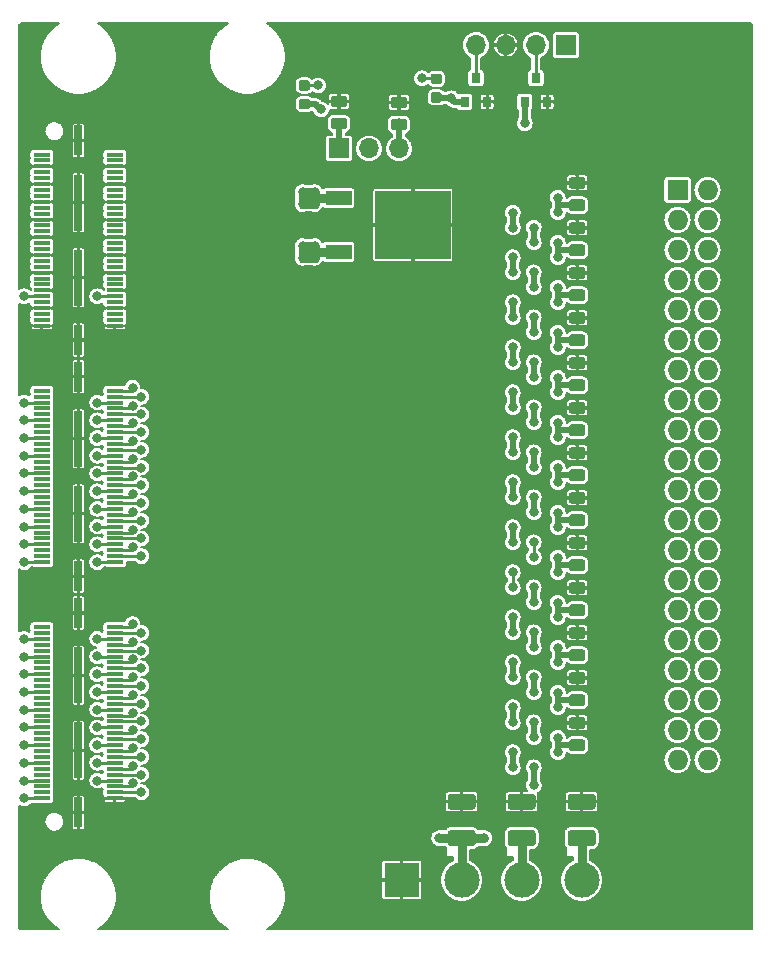
<source format=gbr>
G04 #@! TF.GenerationSoftware,KiCad,Pcbnew,5.0.0*
G04 #@! TF.CreationDate,2018-10-15T07:19:38-07:00*
G04 #@! TF.ProjectId,HSMC-GPIO-kicad,48534D432D4750494F2D6B696361642E,rev?*
G04 #@! TF.SameCoordinates,Original*
G04 #@! TF.FileFunction,Copper,L2,Bot,Mixed*
G04 #@! TF.FilePolarity,Positive*
%FSLAX46Y46*%
G04 Gerber Fmt 4.6, Leading zero omitted, Abs format (unit mm)*
G04 Created by KiCad (PCBNEW 5.0.0) date Mon Oct 15 07:19:38 2018*
%MOMM*%
%LPD*%
G01*
G04 APERTURE LIST*
G04 #@! TA.AperFunction,ComponentPad*
%ADD10O,1.700000X1.700000*%
G04 #@! TD*
G04 #@! TA.AperFunction,ComponentPad*
%ADD11R,1.700000X1.700000*%
G04 #@! TD*
G04 #@! TA.AperFunction,SMDPad,CuDef*
%ADD12R,0.800000X0.900000*%
G04 #@! TD*
G04 #@! TA.AperFunction,SMDPad,CuDef*
%ADD13R,6.400000X5.800000*%
G04 #@! TD*
G04 #@! TA.AperFunction,SMDPad,CuDef*
%ADD14R,2.200000X1.200000*%
G04 #@! TD*
G04 #@! TA.AperFunction,ComponentPad*
%ADD15C,3.000000*%
G04 #@! TD*
G04 #@! TA.AperFunction,ComponentPad*
%ADD16R,3.000000X3.000000*%
G04 #@! TD*
G04 #@! TA.AperFunction,Conductor*
%ADD17C,0.100000*%
G04 #@! TD*
G04 #@! TA.AperFunction,SMDPad,CuDef*
%ADD18C,0.975000*%
G04 #@! TD*
G04 #@! TA.AperFunction,SMDPad,CuDef*
%ADD19C,1.325000*%
G04 #@! TD*
G04 #@! TA.AperFunction,ComponentPad*
%ADD20O,1.727200X1.727200*%
G04 #@! TD*
G04 #@! TA.AperFunction,ComponentPad*
%ADD21R,1.727200X1.727200*%
G04 #@! TD*
G04 #@! TA.AperFunction,SMDPad,CuDef*
%ADD22R,1.450340X0.299720*%
G04 #@! TD*
G04 #@! TA.AperFunction,SMDPad,CuDef*
%ADD23R,0.640080X4.699000*%
G04 #@! TD*
G04 #@! TA.AperFunction,SMDPad,CuDef*
%ADD24R,0.640080X2.540000*%
G04 #@! TD*
G04 #@! TA.AperFunction,SMDPad,CuDef*
%ADD25C,0.875000*%
G04 #@! TD*
G04 #@! TA.AperFunction,ViaPad*
%ADD26C,0.838200*%
G04 #@! TD*
G04 #@! TA.AperFunction,Conductor*
%ADD27C,0.254000*%
G04 #@! TD*
G04 #@! TA.AperFunction,Conductor*
%ADD28C,0.793750*%
G04 #@! TD*
G04 #@! TA.AperFunction,Conductor*
%ADD29C,0.508000*%
G04 #@! TD*
G04 #@! TA.AperFunction,Conductor*
%ADD30C,0.152400*%
G04 #@! TD*
%ADD31C,0.152400*%
G04 APERTURE END LIST*
D10*
G04 #@! TO.P,J3,4*
G04 #@! TO.N,Net-(D42-Pad3)*
X64770000Y-27940000D03*
G04 #@! TO.P,J3,3*
G04 #@! TO.N,GND*
X67310000Y-27940000D03*
G04 #@! TO.P,J3,2*
G04 #@! TO.N,Net-(D41-Pad3)*
X69850000Y-27940000D03*
D11*
G04 #@! TO.P,J3,1*
G04 #@! TO.N,VBUS*
X72390000Y-27940000D03*
G04 #@! TD*
D12*
G04 #@! TO.P,D42,3*
G04 #@! TO.N,Net-(D42-Pad3)*
X64770000Y-30750000D03*
G04 #@! TO.P,D42,2*
G04 #@! TO.N,VBUS*
X63820000Y-32750000D03*
G04 #@! TO.P,D42,1*
G04 #@! TO.N,GND*
X65720000Y-32750000D03*
G04 #@! TD*
G04 #@! TO.P,D41,3*
G04 #@! TO.N,Net-(D41-Pad3)*
X69850000Y-30750000D03*
G04 #@! TO.P,D41,2*
G04 #@! TO.N,VBUS*
X68900000Y-32750000D03*
G04 #@! TO.P,D41,1*
G04 #@! TO.N,GND*
X70800000Y-32750000D03*
G04 #@! TD*
D13*
G04 #@! TO.P,U1,2*
G04 #@! TO.N,GND*
X59445000Y-43180000D03*
D14*
G04 #@! TO.P,U1,3*
G04 #@! TO.N,+5V*
X53145000Y-40900000D03*
G04 #@! TO.P,U1,1*
G04 #@! TO.N,+12V*
X53145000Y-45460000D03*
G04 #@! TD*
D15*
G04 #@! TO.P,J4,4*
G04 #@! TO.N,+12V*
X73729710Y-98630200D03*
D16*
G04 #@! TO.P,J4,1*
G04 #@! TO.N,GND*
X58489710Y-98630200D03*
D15*
G04 #@! TO.P,J4,3*
G04 #@! TO.N,+5V*
X68649710Y-98630200D03*
G04 #@! TO.P,J4,2*
G04 #@! TO.N,+3V3*
X63569710Y-98630200D03*
G04 #@! TD*
D17*
G04 #@! TO.N,+5V*
G04 #@! TO.C,C14*
G36*
X58740142Y-34184674D02*
X58763803Y-34188184D01*
X58787007Y-34193996D01*
X58809529Y-34202054D01*
X58831153Y-34212282D01*
X58851670Y-34224579D01*
X58870883Y-34238829D01*
X58888607Y-34254893D01*
X58904671Y-34272617D01*
X58918921Y-34291830D01*
X58931218Y-34312347D01*
X58941446Y-34333971D01*
X58949504Y-34356493D01*
X58955316Y-34379697D01*
X58958826Y-34403358D01*
X58960000Y-34427250D01*
X58960000Y-34914750D01*
X58958826Y-34938642D01*
X58955316Y-34962303D01*
X58949504Y-34985507D01*
X58941446Y-35008029D01*
X58931218Y-35029653D01*
X58918921Y-35050170D01*
X58904671Y-35069383D01*
X58888607Y-35087107D01*
X58870883Y-35103171D01*
X58851670Y-35117421D01*
X58831153Y-35129718D01*
X58809529Y-35139946D01*
X58787007Y-35148004D01*
X58763803Y-35153816D01*
X58740142Y-35157326D01*
X58716250Y-35158500D01*
X57803750Y-35158500D01*
X57779858Y-35157326D01*
X57756197Y-35153816D01*
X57732993Y-35148004D01*
X57710471Y-35139946D01*
X57688847Y-35129718D01*
X57668330Y-35117421D01*
X57649117Y-35103171D01*
X57631393Y-35087107D01*
X57615329Y-35069383D01*
X57601079Y-35050170D01*
X57588782Y-35029653D01*
X57578554Y-35008029D01*
X57570496Y-34985507D01*
X57564684Y-34962303D01*
X57561174Y-34938642D01*
X57560000Y-34914750D01*
X57560000Y-34427250D01*
X57561174Y-34403358D01*
X57564684Y-34379697D01*
X57570496Y-34356493D01*
X57578554Y-34333971D01*
X57588782Y-34312347D01*
X57601079Y-34291830D01*
X57615329Y-34272617D01*
X57631393Y-34254893D01*
X57649117Y-34238829D01*
X57668330Y-34224579D01*
X57688847Y-34212282D01*
X57710471Y-34202054D01*
X57732993Y-34193996D01*
X57756197Y-34188184D01*
X57779858Y-34184674D01*
X57803750Y-34183500D01*
X58716250Y-34183500D01*
X58740142Y-34184674D01*
X58740142Y-34184674D01*
G37*
D18*
G04 #@! TD*
G04 #@! TO.P,C14,2*
G04 #@! TO.N,+5V*
X58260000Y-34671000D03*
D17*
G04 #@! TO.N,GND*
G04 #@! TO.C,C14*
G36*
X58740142Y-32309674D02*
X58763803Y-32313184D01*
X58787007Y-32318996D01*
X58809529Y-32327054D01*
X58831153Y-32337282D01*
X58851670Y-32349579D01*
X58870883Y-32363829D01*
X58888607Y-32379893D01*
X58904671Y-32397617D01*
X58918921Y-32416830D01*
X58931218Y-32437347D01*
X58941446Y-32458971D01*
X58949504Y-32481493D01*
X58955316Y-32504697D01*
X58958826Y-32528358D01*
X58960000Y-32552250D01*
X58960000Y-33039750D01*
X58958826Y-33063642D01*
X58955316Y-33087303D01*
X58949504Y-33110507D01*
X58941446Y-33133029D01*
X58931218Y-33154653D01*
X58918921Y-33175170D01*
X58904671Y-33194383D01*
X58888607Y-33212107D01*
X58870883Y-33228171D01*
X58851670Y-33242421D01*
X58831153Y-33254718D01*
X58809529Y-33264946D01*
X58787007Y-33273004D01*
X58763803Y-33278816D01*
X58740142Y-33282326D01*
X58716250Y-33283500D01*
X57803750Y-33283500D01*
X57779858Y-33282326D01*
X57756197Y-33278816D01*
X57732993Y-33273004D01*
X57710471Y-33264946D01*
X57688847Y-33254718D01*
X57668330Y-33242421D01*
X57649117Y-33228171D01*
X57631393Y-33212107D01*
X57615329Y-33194383D01*
X57601079Y-33175170D01*
X57588782Y-33154653D01*
X57578554Y-33133029D01*
X57570496Y-33110507D01*
X57564684Y-33087303D01*
X57561174Y-33063642D01*
X57560000Y-33039750D01*
X57560000Y-32552250D01*
X57561174Y-32528358D01*
X57564684Y-32504697D01*
X57570496Y-32481493D01*
X57578554Y-32458971D01*
X57588782Y-32437347D01*
X57601079Y-32416830D01*
X57615329Y-32397617D01*
X57631393Y-32379893D01*
X57649117Y-32363829D01*
X57668330Y-32349579D01*
X57688847Y-32337282D01*
X57710471Y-32327054D01*
X57732993Y-32318996D01*
X57756197Y-32313184D01*
X57779858Y-32309674D01*
X57803750Y-32308500D01*
X58716250Y-32308500D01*
X58740142Y-32309674D01*
X58740142Y-32309674D01*
G37*
D18*
G04 #@! TD*
G04 #@! TO.P,C14,1*
G04 #@! TO.N,GND*
X58260000Y-32796000D03*
D17*
G04 #@! TO.N,+3V3*
G04 #@! TO.C,C15*
G36*
X53660142Y-34106174D02*
X53683803Y-34109684D01*
X53707007Y-34115496D01*
X53729529Y-34123554D01*
X53751153Y-34133782D01*
X53771670Y-34146079D01*
X53790883Y-34160329D01*
X53808607Y-34176393D01*
X53824671Y-34194117D01*
X53838921Y-34213330D01*
X53851218Y-34233847D01*
X53861446Y-34255471D01*
X53869504Y-34277993D01*
X53875316Y-34301197D01*
X53878826Y-34324858D01*
X53880000Y-34348750D01*
X53880000Y-34836250D01*
X53878826Y-34860142D01*
X53875316Y-34883803D01*
X53869504Y-34907007D01*
X53861446Y-34929529D01*
X53851218Y-34951153D01*
X53838921Y-34971670D01*
X53824671Y-34990883D01*
X53808607Y-35008607D01*
X53790883Y-35024671D01*
X53771670Y-35038921D01*
X53751153Y-35051218D01*
X53729529Y-35061446D01*
X53707007Y-35069504D01*
X53683803Y-35075316D01*
X53660142Y-35078826D01*
X53636250Y-35080000D01*
X52723750Y-35080000D01*
X52699858Y-35078826D01*
X52676197Y-35075316D01*
X52652993Y-35069504D01*
X52630471Y-35061446D01*
X52608847Y-35051218D01*
X52588330Y-35038921D01*
X52569117Y-35024671D01*
X52551393Y-35008607D01*
X52535329Y-34990883D01*
X52521079Y-34971670D01*
X52508782Y-34951153D01*
X52498554Y-34929529D01*
X52490496Y-34907007D01*
X52484684Y-34883803D01*
X52481174Y-34860142D01*
X52480000Y-34836250D01*
X52480000Y-34348750D01*
X52481174Y-34324858D01*
X52484684Y-34301197D01*
X52490496Y-34277993D01*
X52498554Y-34255471D01*
X52508782Y-34233847D01*
X52521079Y-34213330D01*
X52535329Y-34194117D01*
X52551393Y-34176393D01*
X52569117Y-34160329D01*
X52588330Y-34146079D01*
X52608847Y-34133782D01*
X52630471Y-34123554D01*
X52652993Y-34115496D01*
X52676197Y-34109684D01*
X52699858Y-34106174D01*
X52723750Y-34105000D01*
X53636250Y-34105000D01*
X53660142Y-34106174D01*
X53660142Y-34106174D01*
G37*
D18*
G04 #@! TD*
G04 #@! TO.P,C15,2*
G04 #@! TO.N,+3V3*
X53180000Y-34592500D03*
D17*
G04 #@! TO.N,GND*
G04 #@! TO.C,C15*
G36*
X53660142Y-32231174D02*
X53683803Y-32234684D01*
X53707007Y-32240496D01*
X53729529Y-32248554D01*
X53751153Y-32258782D01*
X53771670Y-32271079D01*
X53790883Y-32285329D01*
X53808607Y-32301393D01*
X53824671Y-32319117D01*
X53838921Y-32338330D01*
X53851218Y-32358847D01*
X53861446Y-32380471D01*
X53869504Y-32402993D01*
X53875316Y-32426197D01*
X53878826Y-32449858D01*
X53880000Y-32473750D01*
X53880000Y-32961250D01*
X53878826Y-32985142D01*
X53875316Y-33008803D01*
X53869504Y-33032007D01*
X53861446Y-33054529D01*
X53851218Y-33076153D01*
X53838921Y-33096670D01*
X53824671Y-33115883D01*
X53808607Y-33133607D01*
X53790883Y-33149671D01*
X53771670Y-33163921D01*
X53751153Y-33176218D01*
X53729529Y-33186446D01*
X53707007Y-33194504D01*
X53683803Y-33200316D01*
X53660142Y-33203826D01*
X53636250Y-33205000D01*
X52723750Y-33205000D01*
X52699858Y-33203826D01*
X52676197Y-33200316D01*
X52652993Y-33194504D01*
X52630471Y-33186446D01*
X52608847Y-33176218D01*
X52588330Y-33163921D01*
X52569117Y-33149671D01*
X52551393Y-33133607D01*
X52535329Y-33115883D01*
X52521079Y-33096670D01*
X52508782Y-33076153D01*
X52498554Y-33054529D01*
X52490496Y-33032007D01*
X52484684Y-33008803D01*
X52481174Y-32985142D01*
X52480000Y-32961250D01*
X52480000Y-32473750D01*
X52481174Y-32449858D01*
X52484684Y-32426197D01*
X52490496Y-32402993D01*
X52498554Y-32380471D01*
X52508782Y-32358847D01*
X52521079Y-32338330D01*
X52535329Y-32319117D01*
X52551393Y-32301393D01*
X52569117Y-32285329D01*
X52588330Y-32271079D01*
X52608847Y-32258782D01*
X52630471Y-32248554D01*
X52652993Y-32240496D01*
X52676197Y-32234684D01*
X52699858Y-32231174D01*
X52723750Y-32230000D01*
X53636250Y-32230000D01*
X53660142Y-32231174D01*
X53660142Y-32231174D01*
G37*
D18*
G04 #@! TD*
G04 #@! TO.P,C15,1*
G04 #@! TO.N,GND*
X53180000Y-32717500D03*
D17*
G04 #@! TO.N,+3V3*
G04 #@! TO.C,C1*
G36*
X73828852Y-86728874D02*
X73852513Y-86732384D01*
X73875717Y-86738196D01*
X73898239Y-86746254D01*
X73919863Y-86756482D01*
X73940380Y-86768779D01*
X73959593Y-86783029D01*
X73977317Y-86799093D01*
X73993381Y-86816817D01*
X74007631Y-86836030D01*
X74019928Y-86856547D01*
X74030156Y-86878171D01*
X74038214Y-86900693D01*
X74044026Y-86923897D01*
X74047536Y-86947558D01*
X74048710Y-86971450D01*
X74048710Y-87458950D01*
X74047536Y-87482842D01*
X74044026Y-87506503D01*
X74038214Y-87529707D01*
X74030156Y-87552229D01*
X74019928Y-87573853D01*
X74007631Y-87594370D01*
X73993381Y-87613583D01*
X73977317Y-87631307D01*
X73959593Y-87647371D01*
X73940380Y-87661621D01*
X73919863Y-87673918D01*
X73898239Y-87684146D01*
X73875717Y-87692204D01*
X73852513Y-87698016D01*
X73828852Y-87701526D01*
X73804960Y-87702700D01*
X72892460Y-87702700D01*
X72868568Y-87701526D01*
X72844907Y-87698016D01*
X72821703Y-87692204D01*
X72799181Y-87684146D01*
X72777557Y-87673918D01*
X72757040Y-87661621D01*
X72737827Y-87647371D01*
X72720103Y-87631307D01*
X72704039Y-87613583D01*
X72689789Y-87594370D01*
X72677492Y-87573853D01*
X72667264Y-87552229D01*
X72659206Y-87529707D01*
X72653394Y-87506503D01*
X72649884Y-87482842D01*
X72648710Y-87458950D01*
X72648710Y-86971450D01*
X72649884Y-86947558D01*
X72653394Y-86923897D01*
X72659206Y-86900693D01*
X72667264Y-86878171D01*
X72677492Y-86856547D01*
X72689789Y-86836030D01*
X72704039Y-86816817D01*
X72720103Y-86799093D01*
X72737827Y-86783029D01*
X72757040Y-86768779D01*
X72777557Y-86756482D01*
X72799181Y-86746254D01*
X72821703Y-86738196D01*
X72844907Y-86732384D01*
X72868568Y-86728874D01*
X72892460Y-86727700D01*
X73804960Y-86727700D01*
X73828852Y-86728874D01*
X73828852Y-86728874D01*
G37*
D18*
G04 #@! TD*
G04 #@! TO.P,C1,1*
G04 #@! TO.N,+3V3*
X73348710Y-87215200D03*
D17*
G04 #@! TO.N,GND*
G04 #@! TO.C,C1*
G36*
X73828852Y-84853874D02*
X73852513Y-84857384D01*
X73875717Y-84863196D01*
X73898239Y-84871254D01*
X73919863Y-84881482D01*
X73940380Y-84893779D01*
X73959593Y-84908029D01*
X73977317Y-84924093D01*
X73993381Y-84941817D01*
X74007631Y-84961030D01*
X74019928Y-84981547D01*
X74030156Y-85003171D01*
X74038214Y-85025693D01*
X74044026Y-85048897D01*
X74047536Y-85072558D01*
X74048710Y-85096450D01*
X74048710Y-85583950D01*
X74047536Y-85607842D01*
X74044026Y-85631503D01*
X74038214Y-85654707D01*
X74030156Y-85677229D01*
X74019928Y-85698853D01*
X74007631Y-85719370D01*
X73993381Y-85738583D01*
X73977317Y-85756307D01*
X73959593Y-85772371D01*
X73940380Y-85786621D01*
X73919863Y-85798918D01*
X73898239Y-85809146D01*
X73875717Y-85817204D01*
X73852513Y-85823016D01*
X73828852Y-85826526D01*
X73804960Y-85827700D01*
X72892460Y-85827700D01*
X72868568Y-85826526D01*
X72844907Y-85823016D01*
X72821703Y-85817204D01*
X72799181Y-85809146D01*
X72777557Y-85798918D01*
X72757040Y-85786621D01*
X72737827Y-85772371D01*
X72720103Y-85756307D01*
X72704039Y-85738583D01*
X72689789Y-85719370D01*
X72677492Y-85698853D01*
X72667264Y-85677229D01*
X72659206Y-85654707D01*
X72653394Y-85631503D01*
X72649884Y-85607842D01*
X72648710Y-85583950D01*
X72648710Y-85096450D01*
X72649884Y-85072558D01*
X72653394Y-85048897D01*
X72659206Y-85025693D01*
X72667264Y-85003171D01*
X72677492Y-84981547D01*
X72689789Y-84961030D01*
X72704039Y-84941817D01*
X72720103Y-84924093D01*
X72737827Y-84908029D01*
X72757040Y-84893779D01*
X72777557Y-84881482D01*
X72799181Y-84871254D01*
X72821703Y-84863196D01*
X72844907Y-84857384D01*
X72868568Y-84853874D01*
X72892460Y-84852700D01*
X73804960Y-84852700D01*
X73828852Y-84853874D01*
X73828852Y-84853874D01*
G37*
D18*
G04 #@! TD*
G04 #@! TO.P,C1,2*
G04 #@! TO.N,GND*
X73348710Y-85340200D03*
D17*
G04 #@! TO.N,GND*
G04 #@! TO.C,C18*
G36*
X64519215Y-91351404D02*
X64543483Y-91355004D01*
X64567282Y-91360965D01*
X64590381Y-91369230D01*
X64612560Y-91379720D01*
X64633603Y-91392332D01*
X64653309Y-91406947D01*
X64671487Y-91423423D01*
X64687963Y-91441601D01*
X64702578Y-91461307D01*
X64715190Y-91482350D01*
X64725680Y-91504529D01*
X64733945Y-91527628D01*
X64739906Y-91551427D01*
X64743506Y-91575695D01*
X64744710Y-91600199D01*
X64744710Y-92425201D01*
X64743506Y-92449705D01*
X64739906Y-92473973D01*
X64733945Y-92497772D01*
X64725680Y-92520871D01*
X64715190Y-92543050D01*
X64702578Y-92564093D01*
X64687963Y-92583799D01*
X64671487Y-92601977D01*
X64653309Y-92618453D01*
X64633603Y-92633068D01*
X64612560Y-92645680D01*
X64590381Y-92656170D01*
X64567282Y-92664435D01*
X64543483Y-92670396D01*
X64519215Y-92673996D01*
X64494711Y-92675200D01*
X62644709Y-92675200D01*
X62620205Y-92673996D01*
X62595937Y-92670396D01*
X62572138Y-92664435D01*
X62549039Y-92656170D01*
X62526860Y-92645680D01*
X62505817Y-92633068D01*
X62486111Y-92618453D01*
X62467933Y-92601977D01*
X62451457Y-92583799D01*
X62436842Y-92564093D01*
X62424230Y-92543050D01*
X62413740Y-92520871D01*
X62405475Y-92497772D01*
X62399514Y-92473973D01*
X62395914Y-92449705D01*
X62394710Y-92425201D01*
X62394710Y-91600199D01*
X62395914Y-91575695D01*
X62399514Y-91551427D01*
X62405475Y-91527628D01*
X62413740Y-91504529D01*
X62424230Y-91482350D01*
X62436842Y-91461307D01*
X62451457Y-91441601D01*
X62467933Y-91423423D01*
X62486111Y-91406947D01*
X62505817Y-91392332D01*
X62526860Y-91379720D01*
X62549039Y-91369230D01*
X62572138Y-91360965D01*
X62595937Y-91355004D01*
X62620205Y-91351404D01*
X62644709Y-91350200D01*
X64494711Y-91350200D01*
X64519215Y-91351404D01*
X64519215Y-91351404D01*
G37*
D19*
G04 #@! TD*
G04 #@! TO.P,C18,2*
G04 #@! TO.N,GND*
X63569710Y-92012700D03*
D17*
G04 #@! TO.N,+3V3*
G04 #@! TO.C,C18*
G36*
X64519215Y-94426404D02*
X64543483Y-94430004D01*
X64567282Y-94435965D01*
X64590381Y-94444230D01*
X64612560Y-94454720D01*
X64633603Y-94467332D01*
X64653309Y-94481947D01*
X64671487Y-94498423D01*
X64687963Y-94516601D01*
X64702578Y-94536307D01*
X64715190Y-94557350D01*
X64725680Y-94579529D01*
X64733945Y-94602628D01*
X64739906Y-94626427D01*
X64743506Y-94650695D01*
X64744710Y-94675199D01*
X64744710Y-95500201D01*
X64743506Y-95524705D01*
X64739906Y-95548973D01*
X64733945Y-95572772D01*
X64725680Y-95595871D01*
X64715190Y-95618050D01*
X64702578Y-95639093D01*
X64687963Y-95658799D01*
X64671487Y-95676977D01*
X64653309Y-95693453D01*
X64633603Y-95708068D01*
X64612560Y-95720680D01*
X64590381Y-95731170D01*
X64567282Y-95739435D01*
X64543483Y-95745396D01*
X64519215Y-95748996D01*
X64494711Y-95750200D01*
X62644709Y-95750200D01*
X62620205Y-95748996D01*
X62595937Y-95745396D01*
X62572138Y-95739435D01*
X62549039Y-95731170D01*
X62526860Y-95720680D01*
X62505817Y-95708068D01*
X62486111Y-95693453D01*
X62467933Y-95676977D01*
X62451457Y-95658799D01*
X62436842Y-95639093D01*
X62424230Y-95618050D01*
X62413740Y-95595871D01*
X62405475Y-95572772D01*
X62399514Y-95548973D01*
X62395914Y-95524705D01*
X62394710Y-95500201D01*
X62394710Y-94675199D01*
X62395914Y-94650695D01*
X62399514Y-94626427D01*
X62405475Y-94602628D01*
X62413740Y-94579529D01*
X62424230Y-94557350D01*
X62436842Y-94536307D01*
X62451457Y-94516601D01*
X62467933Y-94498423D01*
X62486111Y-94481947D01*
X62505817Y-94467332D01*
X62526860Y-94454720D01*
X62549039Y-94444230D01*
X62572138Y-94435965D01*
X62595937Y-94430004D01*
X62620205Y-94426404D01*
X62644709Y-94425200D01*
X64494711Y-94425200D01*
X64519215Y-94426404D01*
X64519215Y-94426404D01*
G37*
D19*
G04 #@! TD*
G04 #@! TO.P,C18,1*
G04 #@! TO.N,+3V3*
X63569710Y-95087700D03*
D17*
G04 #@! TO.N,GND*
G04 #@! TO.C,C20*
G36*
X74679215Y-91351404D02*
X74703483Y-91355004D01*
X74727282Y-91360965D01*
X74750381Y-91369230D01*
X74772560Y-91379720D01*
X74793603Y-91392332D01*
X74813309Y-91406947D01*
X74831487Y-91423423D01*
X74847963Y-91441601D01*
X74862578Y-91461307D01*
X74875190Y-91482350D01*
X74885680Y-91504529D01*
X74893945Y-91527628D01*
X74899906Y-91551427D01*
X74903506Y-91575695D01*
X74904710Y-91600199D01*
X74904710Y-92425201D01*
X74903506Y-92449705D01*
X74899906Y-92473973D01*
X74893945Y-92497772D01*
X74885680Y-92520871D01*
X74875190Y-92543050D01*
X74862578Y-92564093D01*
X74847963Y-92583799D01*
X74831487Y-92601977D01*
X74813309Y-92618453D01*
X74793603Y-92633068D01*
X74772560Y-92645680D01*
X74750381Y-92656170D01*
X74727282Y-92664435D01*
X74703483Y-92670396D01*
X74679215Y-92673996D01*
X74654711Y-92675200D01*
X72804709Y-92675200D01*
X72780205Y-92673996D01*
X72755937Y-92670396D01*
X72732138Y-92664435D01*
X72709039Y-92656170D01*
X72686860Y-92645680D01*
X72665817Y-92633068D01*
X72646111Y-92618453D01*
X72627933Y-92601977D01*
X72611457Y-92583799D01*
X72596842Y-92564093D01*
X72584230Y-92543050D01*
X72573740Y-92520871D01*
X72565475Y-92497772D01*
X72559514Y-92473973D01*
X72555914Y-92449705D01*
X72554710Y-92425201D01*
X72554710Y-91600199D01*
X72555914Y-91575695D01*
X72559514Y-91551427D01*
X72565475Y-91527628D01*
X72573740Y-91504529D01*
X72584230Y-91482350D01*
X72596842Y-91461307D01*
X72611457Y-91441601D01*
X72627933Y-91423423D01*
X72646111Y-91406947D01*
X72665817Y-91392332D01*
X72686860Y-91379720D01*
X72709039Y-91369230D01*
X72732138Y-91360965D01*
X72755937Y-91355004D01*
X72780205Y-91351404D01*
X72804709Y-91350200D01*
X74654711Y-91350200D01*
X74679215Y-91351404D01*
X74679215Y-91351404D01*
G37*
D19*
G04 #@! TD*
G04 #@! TO.P,C20,2*
G04 #@! TO.N,GND*
X73729710Y-92012700D03*
D17*
G04 #@! TO.N,+12V*
G04 #@! TO.C,C20*
G36*
X74679215Y-94426404D02*
X74703483Y-94430004D01*
X74727282Y-94435965D01*
X74750381Y-94444230D01*
X74772560Y-94454720D01*
X74793603Y-94467332D01*
X74813309Y-94481947D01*
X74831487Y-94498423D01*
X74847963Y-94516601D01*
X74862578Y-94536307D01*
X74875190Y-94557350D01*
X74885680Y-94579529D01*
X74893945Y-94602628D01*
X74899906Y-94626427D01*
X74903506Y-94650695D01*
X74904710Y-94675199D01*
X74904710Y-95500201D01*
X74903506Y-95524705D01*
X74899906Y-95548973D01*
X74893945Y-95572772D01*
X74885680Y-95595871D01*
X74875190Y-95618050D01*
X74862578Y-95639093D01*
X74847963Y-95658799D01*
X74831487Y-95676977D01*
X74813309Y-95693453D01*
X74793603Y-95708068D01*
X74772560Y-95720680D01*
X74750381Y-95731170D01*
X74727282Y-95739435D01*
X74703483Y-95745396D01*
X74679215Y-95748996D01*
X74654711Y-95750200D01*
X72804709Y-95750200D01*
X72780205Y-95748996D01*
X72755937Y-95745396D01*
X72732138Y-95739435D01*
X72709039Y-95731170D01*
X72686860Y-95720680D01*
X72665817Y-95708068D01*
X72646111Y-95693453D01*
X72627933Y-95676977D01*
X72611457Y-95658799D01*
X72596842Y-95639093D01*
X72584230Y-95618050D01*
X72573740Y-95595871D01*
X72565475Y-95572772D01*
X72559514Y-95548973D01*
X72555914Y-95524705D01*
X72554710Y-95500201D01*
X72554710Y-94675199D01*
X72555914Y-94650695D01*
X72559514Y-94626427D01*
X72565475Y-94602628D01*
X72573740Y-94579529D01*
X72584230Y-94557350D01*
X72596842Y-94536307D01*
X72611457Y-94516601D01*
X72627933Y-94498423D01*
X72646111Y-94481947D01*
X72665817Y-94467332D01*
X72686860Y-94454720D01*
X72709039Y-94444230D01*
X72732138Y-94435965D01*
X72755937Y-94430004D01*
X72780205Y-94426404D01*
X72804709Y-94425200D01*
X74654711Y-94425200D01*
X74679215Y-94426404D01*
X74679215Y-94426404D01*
G37*
D19*
G04 #@! TD*
G04 #@! TO.P,C20,1*
G04 #@! TO.N,+12V*
X73729710Y-95087700D03*
D17*
G04 #@! TO.N,GND*
G04 #@! TO.C,C19*
G36*
X69599215Y-91351404D02*
X69623483Y-91355004D01*
X69647282Y-91360965D01*
X69670381Y-91369230D01*
X69692560Y-91379720D01*
X69713603Y-91392332D01*
X69733309Y-91406947D01*
X69751487Y-91423423D01*
X69767963Y-91441601D01*
X69782578Y-91461307D01*
X69795190Y-91482350D01*
X69805680Y-91504529D01*
X69813945Y-91527628D01*
X69819906Y-91551427D01*
X69823506Y-91575695D01*
X69824710Y-91600199D01*
X69824710Y-92425201D01*
X69823506Y-92449705D01*
X69819906Y-92473973D01*
X69813945Y-92497772D01*
X69805680Y-92520871D01*
X69795190Y-92543050D01*
X69782578Y-92564093D01*
X69767963Y-92583799D01*
X69751487Y-92601977D01*
X69733309Y-92618453D01*
X69713603Y-92633068D01*
X69692560Y-92645680D01*
X69670381Y-92656170D01*
X69647282Y-92664435D01*
X69623483Y-92670396D01*
X69599215Y-92673996D01*
X69574711Y-92675200D01*
X67724709Y-92675200D01*
X67700205Y-92673996D01*
X67675937Y-92670396D01*
X67652138Y-92664435D01*
X67629039Y-92656170D01*
X67606860Y-92645680D01*
X67585817Y-92633068D01*
X67566111Y-92618453D01*
X67547933Y-92601977D01*
X67531457Y-92583799D01*
X67516842Y-92564093D01*
X67504230Y-92543050D01*
X67493740Y-92520871D01*
X67485475Y-92497772D01*
X67479514Y-92473973D01*
X67475914Y-92449705D01*
X67474710Y-92425201D01*
X67474710Y-91600199D01*
X67475914Y-91575695D01*
X67479514Y-91551427D01*
X67485475Y-91527628D01*
X67493740Y-91504529D01*
X67504230Y-91482350D01*
X67516842Y-91461307D01*
X67531457Y-91441601D01*
X67547933Y-91423423D01*
X67566111Y-91406947D01*
X67585817Y-91392332D01*
X67606860Y-91379720D01*
X67629039Y-91369230D01*
X67652138Y-91360965D01*
X67675937Y-91355004D01*
X67700205Y-91351404D01*
X67724709Y-91350200D01*
X69574711Y-91350200D01*
X69599215Y-91351404D01*
X69599215Y-91351404D01*
G37*
D19*
G04 #@! TD*
G04 #@! TO.P,C19,2*
G04 #@! TO.N,GND*
X68649710Y-92012700D03*
D17*
G04 #@! TO.N,+5V*
G04 #@! TO.C,C19*
G36*
X69599215Y-94426404D02*
X69623483Y-94430004D01*
X69647282Y-94435965D01*
X69670381Y-94444230D01*
X69692560Y-94454720D01*
X69713603Y-94467332D01*
X69733309Y-94481947D01*
X69751487Y-94498423D01*
X69767963Y-94516601D01*
X69782578Y-94536307D01*
X69795190Y-94557350D01*
X69805680Y-94579529D01*
X69813945Y-94602628D01*
X69819906Y-94626427D01*
X69823506Y-94650695D01*
X69824710Y-94675199D01*
X69824710Y-95500201D01*
X69823506Y-95524705D01*
X69819906Y-95548973D01*
X69813945Y-95572772D01*
X69805680Y-95595871D01*
X69795190Y-95618050D01*
X69782578Y-95639093D01*
X69767963Y-95658799D01*
X69751487Y-95676977D01*
X69733309Y-95693453D01*
X69713603Y-95708068D01*
X69692560Y-95720680D01*
X69670381Y-95731170D01*
X69647282Y-95739435D01*
X69623483Y-95745396D01*
X69599215Y-95748996D01*
X69574711Y-95750200D01*
X67724709Y-95750200D01*
X67700205Y-95748996D01*
X67675937Y-95745396D01*
X67652138Y-95739435D01*
X67629039Y-95731170D01*
X67606860Y-95720680D01*
X67585817Y-95708068D01*
X67566111Y-95693453D01*
X67547933Y-95676977D01*
X67531457Y-95658799D01*
X67516842Y-95639093D01*
X67504230Y-95618050D01*
X67493740Y-95595871D01*
X67485475Y-95572772D01*
X67479514Y-95548973D01*
X67475914Y-95524705D01*
X67474710Y-95500201D01*
X67474710Y-94675199D01*
X67475914Y-94650695D01*
X67479514Y-94626427D01*
X67485475Y-94602628D01*
X67493740Y-94579529D01*
X67504230Y-94557350D01*
X67516842Y-94536307D01*
X67531457Y-94516601D01*
X67547933Y-94498423D01*
X67566111Y-94481947D01*
X67585817Y-94467332D01*
X67606860Y-94454720D01*
X67629039Y-94444230D01*
X67652138Y-94435965D01*
X67675937Y-94430004D01*
X67700205Y-94426404D01*
X67724709Y-94425200D01*
X69574711Y-94425200D01*
X69599215Y-94426404D01*
X69599215Y-94426404D01*
G37*
D19*
G04 #@! TD*
G04 #@! TO.P,C19,1*
G04 #@! TO.N,+5V*
X68649710Y-95087700D03*
D17*
G04 #@! TO.N,GND*
G04 #@! TO.C,C13*
G36*
X73828852Y-39133874D02*
X73852513Y-39137384D01*
X73875717Y-39143196D01*
X73898239Y-39151254D01*
X73919863Y-39161482D01*
X73940380Y-39173779D01*
X73959593Y-39188029D01*
X73977317Y-39204093D01*
X73993381Y-39221817D01*
X74007631Y-39241030D01*
X74019928Y-39261547D01*
X74030156Y-39283171D01*
X74038214Y-39305693D01*
X74044026Y-39328897D01*
X74047536Y-39352558D01*
X74048710Y-39376450D01*
X74048710Y-39863950D01*
X74047536Y-39887842D01*
X74044026Y-39911503D01*
X74038214Y-39934707D01*
X74030156Y-39957229D01*
X74019928Y-39978853D01*
X74007631Y-39999370D01*
X73993381Y-40018583D01*
X73977317Y-40036307D01*
X73959593Y-40052371D01*
X73940380Y-40066621D01*
X73919863Y-40078918D01*
X73898239Y-40089146D01*
X73875717Y-40097204D01*
X73852513Y-40103016D01*
X73828852Y-40106526D01*
X73804960Y-40107700D01*
X72892460Y-40107700D01*
X72868568Y-40106526D01*
X72844907Y-40103016D01*
X72821703Y-40097204D01*
X72799181Y-40089146D01*
X72777557Y-40078918D01*
X72757040Y-40066621D01*
X72737827Y-40052371D01*
X72720103Y-40036307D01*
X72704039Y-40018583D01*
X72689789Y-39999370D01*
X72677492Y-39978853D01*
X72667264Y-39957229D01*
X72659206Y-39934707D01*
X72653394Y-39911503D01*
X72649884Y-39887842D01*
X72648710Y-39863950D01*
X72648710Y-39376450D01*
X72649884Y-39352558D01*
X72653394Y-39328897D01*
X72659206Y-39305693D01*
X72667264Y-39283171D01*
X72677492Y-39261547D01*
X72689789Y-39241030D01*
X72704039Y-39221817D01*
X72720103Y-39204093D01*
X72737827Y-39188029D01*
X72757040Y-39173779D01*
X72777557Y-39161482D01*
X72799181Y-39151254D01*
X72821703Y-39143196D01*
X72844907Y-39137384D01*
X72868568Y-39133874D01*
X72892460Y-39132700D01*
X73804960Y-39132700D01*
X73828852Y-39133874D01*
X73828852Y-39133874D01*
G37*
D18*
G04 #@! TD*
G04 #@! TO.P,C13,2*
G04 #@! TO.N,GND*
X73348710Y-39620200D03*
D17*
G04 #@! TO.N,+3V3*
G04 #@! TO.C,C13*
G36*
X73828852Y-41008874D02*
X73852513Y-41012384D01*
X73875717Y-41018196D01*
X73898239Y-41026254D01*
X73919863Y-41036482D01*
X73940380Y-41048779D01*
X73959593Y-41063029D01*
X73977317Y-41079093D01*
X73993381Y-41096817D01*
X74007631Y-41116030D01*
X74019928Y-41136547D01*
X74030156Y-41158171D01*
X74038214Y-41180693D01*
X74044026Y-41203897D01*
X74047536Y-41227558D01*
X74048710Y-41251450D01*
X74048710Y-41738950D01*
X74047536Y-41762842D01*
X74044026Y-41786503D01*
X74038214Y-41809707D01*
X74030156Y-41832229D01*
X74019928Y-41853853D01*
X74007631Y-41874370D01*
X73993381Y-41893583D01*
X73977317Y-41911307D01*
X73959593Y-41927371D01*
X73940380Y-41941621D01*
X73919863Y-41953918D01*
X73898239Y-41964146D01*
X73875717Y-41972204D01*
X73852513Y-41978016D01*
X73828852Y-41981526D01*
X73804960Y-41982700D01*
X72892460Y-41982700D01*
X72868568Y-41981526D01*
X72844907Y-41978016D01*
X72821703Y-41972204D01*
X72799181Y-41964146D01*
X72777557Y-41953918D01*
X72757040Y-41941621D01*
X72737827Y-41927371D01*
X72720103Y-41911307D01*
X72704039Y-41893583D01*
X72689789Y-41874370D01*
X72677492Y-41853853D01*
X72667264Y-41832229D01*
X72659206Y-41809707D01*
X72653394Y-41786503D01*
X72649884Y-41762842D01*
X72648710Y-41738950D01*
X72648710Y-41251450D01*
X72649884Y-41227558D01*
X72653394Y-41203897D01*
X72659206Y-41180693D01*
X72667264Y-41158171D01*
X72677492Y-41136547D01*
X72689789Y-41116030D01*
X72704039Y-41096817D01*
X72720103Y-41079093D01*
X72737827Y-41063029D01*
X72757040Y-41048779D01*
X72777557Y-41036482D01*
X72799181Y-41026254D01*
X72821703Y-41018196D01*
X72844907Y-41012384D01*
X72868568Y-41008874D01*
X72892460Y-41007700D01*
X73804960Y-41007700D01*
X73828852Y-41008874D01*
X73828852Y-41008874D01*
G37*
D18*
G04 #@! TD*
G04 #@! TO.P,C13,1*
G04 #@! TO.N,+3V3*
X73348710Y-41495200D03*
D20*
G04 #@! TO.P,J1,40*
G04 #@! TO.N,/GPIO/P40*
X84381710Y-88470200D03*
G04 #@! TO.P,J1,39*
G04 #@! TO.N,/GPIO/P39*
X81841710Y-88470200D03*
G04 #@! TO.P,J1,38*
G04 #@! TO.N,/GPIO/P38*
X84381710Y-85930200D03*
G04 #@! TO.P,J1,37*
G04 #@! TO.N,/GPIO/P37*
X81841710Y-85930200D03*
G04 #@! TO.P,J1,36*
G04 #@! TO.N,/GPIO/P36*
X84381710Y-83390200D03*
G04 #@! TO.P,J1,35*
G04 #@! TO.N,/GPIO/P35*
X81841710Y-83390200D03*
G04 #@! TO.P,J1,34*
G04 #@! TO.N,/GPIO/P34*
X84381710Y-80850200D03*
G04 #@! TO.P,J1,33*
G04 #@! TO.N,/GPIO/P33*
X81841710Y-80850200D03*
G04 #@! TO.P,J1,32*
G04 #@! TO.N,/GPIO/P32*
X84381710Y-78310200D03*
G04 #@! TO.P,J1,31*
G04 #@! TO.N,/GPIO/P31*
X81841710Y-78310200D03*
G04 #@! TO.P,J1,30*
G04 #@! TO.N,/GPIO/P30*
X84381710Y-75770200D03*
G04 #@! TO.P,J1,29*
G04 #@! TO.N,/GPIO/P29*
X81841710Y-75770200D03*
G04 #@! TO.P,J1,28*
G04 #@! TO.N,/GPIO/P28*
X84381710Y-73230200D03*
G04 #@! TO.P,J1,27*
G04 #@! TO.N,/GPIO/P27*
X81841710Y-73230200D03*
G04 #@! TO.P,J1,26*
G04 #@! TO.N,/GPIO/P26*
X84381710Y-70690200D03*
G04 #@! TO.P,J1,25*
G04 #@! TO.N,/GPIO/P25*
X81841710Y-70690200D03*
G04 #@! TO.P,J1,24*
G04 #@! TO.N,/GPIO/P24*
X84381710Y-68150200D03*
G04 #@! TO.P,J1,23*
G04 #@! TO.N,/GPIO/P23*
X81841710Y-68150200D03*
G04 #@! TO.P,J1,22*
G04 #@! TO.N,/GPIO/P22*
X84381710Y-65610200D03*
G04 #@! TO.P,J1,21*
G04 #@! TO.N,/GPIO/P21*
X81841710Y-65610200D03*
G04 #@! TO.P,J1,20*
G04 #@! TO.N,/GPIO/P20*
X84381710Y-63070200D03*
G04 #@! TO.P,J1,19*
G04 #@! TO.N,/GPIO/P19*
X81841710Y-63070200D03*
G04 #@! TO.P,J1,18*
G04 #@! TO.N,/GPIO/P18*
X84381710Y-60530200D03*
G04 #@! TO.P,J1,17*
G04 #@! TO.N,/GPIO/P17*
X81841710Y-60530200D03*
G04 #@! TO.P,J1,16*
G04 #@! TO.N,/GPIO/P16*
X84381710Y-57990200D03*
G04 #@! TO.P,J1,15*
G04 #@! TO.N,/GPIO/P15*
X81841710Y-57990200D03*
G04 #@! TO.P,J1,14*
G04 #@! TO.N,/GPIO/P14*
X84381710Y-55450200D03*
G04 #@! TO.P,J1,13*
G04 #@! TO.N,/GPIO/P13*
X81841710Y-55450200D03*
G04 #@! TO.P,J1,12*
G04 #@! TO.N,/GPIO/P12*
X84381710Y-52910200D03*
G04 #@! TO.P,J1,11*
G04 #@! TO.N,/GPIO/P11*
X81841710Y-52910200D03*
G04 #@! TO.P,J1,10*
G04 #@! TO.N,/GPIO/P10*
X84381710Y-50370200D03*
G04 #@! TO.P,J1,9*
G04 #@! TO.N,/GPIO/P9*
X81841710Y-50370200D03*
G04 #@! TO.P,J1,8*
G04 #@! TO.N,/GPIO/P8*
X84381710Y-47830200D03*
G04 #@! TO.P,J1,7*
G04 #@! TO.N,/GPIO/P7*
X81841710Y-47830200D03*
G04 #@! TO.P,J1,6*
G04 #@! TO.N,/GPIO/P6*
X84381710Y-45290200D03*
G04 #@! TO.P,J1,5*
G04 #@! TO.N,/GPIO/P5*
X81841710Y-45290200D03*
G04 #@! TO.P,J1,4*
G04 #@! TO.N,/GPIO/P4*
X84381710Y-42750200D03*
G04 #@! TO.P,J1,3*
G04 #@! TO.N,/GPIO/P3*
X81841710Y-42750200D03*
G04 #@! TO.P,J1,2*
G04 #@! TO.N,/GPIO/P2*
X84381710Y-40210200D03*
D21*
G04 #@! TO.P,J1,1*
G04 #@! TO.N,/GPIO/P1*
X81841710Y-40210200D03*
G04 #@! TD*
D17*
G04 #@! TO.N,GND*
G04 #@! TO.C,C11*
G36*
X73828852Y-46753874D02*
X73852513Y-46757384D01*
X73875717Y-46763196D01*
X73898239Y-46771254D01*
X73919863Y-46781482D01*
X73940380Y-46793779D01*
X73959593Y-46808029D01*
X73977317Y-46824093D01*
X73993381Y-46841817D01*
X74007631Y-46861030D01*
X74019928Y-46881547D01*
X74030156Y-46903171D01*
X74038214Y-46925693D01*
X74044026Y-46948897D01*
X74047536Y-46972558D01*
X74048710Y-46996450D01*
X74048710Y-47483950D01*
X74047536Y-47507842D01*
X74044026Y-47531503D01*
X74038214Y-47554707D01*
X74030156Y-47577229D01*
X74019928Y-47598853D01*
X74007631Y-47619370D01*
X73993381Y-47638583D01*
X73977317Y-47656307D01*
X73959593Y-47672371D01*
X73940380Y-47686621D01*
X73919863Y-47698918D01*
X73898239Y-47709146D01*
X73875717Y-47717204D01*
X73852513Y-47723016D01*
X73828852Y-47726526D01*
X73804960Y-47727700D01*
X72892460Y-47727700D01*
X72868568Y-47726526D01*
X72844907Y-47723016D01*
X72821703Y-47717204D01*
X72799181Y-47709146D01*
X72777557Y-47698918D01*
X72757040Y-47686621D01*
X72737827Y-47672371D01*
X72720103Y-47656307D01*
X72704039Y-47638583D01*
X72689789Y-47619370D01*
X72677492Y-47598853D01*
X72667264Y-47577229D01*
X72659206Y-47554707D01*
X72653394Y-47531503D01*
X72649884Y-47507842D01*
X72648710Y-47483950D01*
X72648710Y-46996450D01*
X72649884Y-46972558D01*
X72653394Y-46948897D01*
X72659206Y-46925693D01*
X72667264Y-46903171D01*
X72677492Y-46881547D01*
X72689789Y-46861030D01*
X72704039Y-46841817D01*
X72720103Y-46824093D01*
X72737827Y-46808029D01*
X72757040Y-46793779D01*
X72777557Y-46781482D01*
X72799181Y-46771254D01*
X72821703Y-46763196D01*
X72844907Y-46757384D01*
X72868568Y-46753874D01*
X72892460Y-46752700D01*
X73804960Y-46752700D01*
X73828852Y-46753874D01*
X73828852Y-46753874D01*
G37*
D18*
G04 #@! TD*
G04 #@! TO.P,C11,2*
G04 #@! TO.N,GND*
X73348710Y-47240200D03*
D17*
G04 #@! TO.N,+3V3*
G04 #@! TO.C,C11*
G36*
X73828852Y-48628874D02*
X73852513Y-48632384D01*
X73875717Y-48638196D01*
X73898239Y-48646254D01*
X73919863Y-48656482D01*
X73940380Y-48668779D01*
X73959593Y-48683029D01*
X73977317Y-48699093D01*
X73993381Y-48716817D01*
X74007631Y-48736030D01*
X74019928Y-48756547D01*
X74030156Y-48778171D01*
X74038214Y-48800693D01*
X74044026Y-48823897D01*
X74047536Y-48847558D01*
X74048710Y-48871450D01*
X74048710Y-49358950D01*
X74047536Y-49382842D01*
X74044026Y-49406503D01*
X74038214Y-49429707D01*
X74030156Y-49452229D01*
X74019928Y-49473853D01*
X74007631Y-49494370D01*
X73993381Y-49513583D01*
X73977317Y-49531307D01*
X73959593Y-49547371D01*
X73940380Y-49561621D01*
X73919863Y-49573918D01*
X73898239Y-49584146D01*
X73875717Y-49592204D01*
X73852513Y-49598016D01*
X73828852Y-49601526D01*
X73804960Y-49602700D01*
X72892460Y-49602700D01*
X72868568Y-49601526D01*
X72844907Y-49598016D01*
X72821703Y-49592204D01*
X72799181Y-49584146D01*
X72777557Y-49573918D01*
X72757040Y-49561621D01*
X72737827Y-49547371D01*
X72720103Y-49531307D01*
X72704039Y-49513583D01*
X72689789Y-49494370D01*
X72677492Y-49473853D01*
X72667264Y-49452229D01*
X72659206Y-49429707D01*
X72653394Y-49406503D01*
X72649884Y-49382842D01*
X72648710Y-49358950D01*
X72648710Y-48871450D01*
X72649884Y-48847558D01*
X72653394Y-48823897D01*
X72659206Y-48800693D01*
X72667264Y-48778171D01*
X72677492Y-48756547D01*
X72689789Y-48736030D01*
X72704039Y-48716817D01*
X72720103Y-48699093D01*
X72737827Y-48683029D01*
X72757040Y-48668779D01*
X72777557Y-48656482D01*
X72799181Y-48646254D01*
X72821703Y-48638196D01*
X72844907Y-48632384D01*
X72868568Y-48628874D01*
X72892460Y-48627700D01*
X73804960Y-48627700D01*
X73828852Y-48628874D01*
X73828852Y-48628874D01*
G37*
D18*
G04 #@! TD*
G04 #@! TO.P,C11,1*
G04 #@! TO.N,+3V3*
X73348710Y-49115200D03*
D17*
G04 #@! TO.N,+3V3*
G04 #@! TO.C,C12*
G36*
X73828852Y-44818874D02*
X73852513Y-44822384D01*
X73875717Y-44828196D01*
X73898239Y-44836254D01*
X73919863Y-44846482D01*
X73940380Y-44858779D01*
X73959593Y-44873029D01*
X73977317Y-44889093D01*
X73993381Y-44906817D01*
X74007631Y-44926030D01*
X74019928Y-44946547D01*
X74030156Y-44968171D01*
X74038214Y-44990693D01*
X74044026Y-45013897D01*
X74047536Y-45037558D01*
X74048710Y-45061450D01*
X74048710Y-45548950D01*
X74047536Y-45572842D01*
X74044026Y-45596503D01*
X74038214Y-45619707D01*
X74030156Y-45642229D01*
X74019928Y-45663853D01*
X74007631Y-45684370D01*
X73993381Y-45703583D01*
X73977317Y-45721307D01*
X73959593Y-45737371D01*
X73940380Y-45751621D01*
X73919863Y-45763918D01*
X73898239Y-45774146D01*
X73875717Y-45782204D01*
X73852513Y-45788016D01*
X73828852Y-45791526D01*
X73804960Y-45792700D01*
X72892460Y-45792700D01*
X72868568Y-45791526D01*
X72844907Y-45788016D01*
X72821703Y-45782204D01*
X72799181Y-45774146D01*
X72777557Y-45763918D01*
X72757040Y-45751621D01*
X72737827Y-45737371D01*
X72720103Y-45721307D01*
X72704039Y-45703583D01*
X72689789Y-45684370D01*
X72677492Y-45663853D01*
X72667264Y-45642229D01*
X72659206Y-45619707D01*
X72653394Y-45596503D01*
X72649884Y-45572842D01*
X72648710Y-45548950D01*
X72648710Y-45061450D01*
X72649884Y-45037558D01*
X72653394Y-45013897D01*
X72659206Y-44990693D01*
X72667264Y-44968171D01*
X72677492Y-44946547D01*
X72689789Y-44926030D01*
X72704039Y-44906817D01*
X72720103Y-44889093D01*
X72737827Y-44873029D01*
X72757040Y-44858779D01*
X72777557Y-44846482D01*
X72799181Y-44836254D01*
X72821703Y-44828196D01*
X72844907Y-44822384D01*
X72868568Y-44818874D01*
X72892460Y-44817700D01*
X73804960Y-44817700D01*
X73828852Y-44818874D01*
X73828852Y-44818874D01*
G37*
D18*
G04 #@! TD*
G04 #@! TO.P,C12,1*
G04 #@! TO.N,+3V3*
X73348710Y-45305200D03*
D17*
G04 #@! TO.N,GND*
G04 #@! TO.C,C12*
G36*
X73828852Y-42943874D02*
X73852513Y-42947384D01*
X73875717Y-42953196D01*
X73898239Y-42961254D01*
X73919863Y-42971482D01*
X73940380Y-42983779D01*
X73959593Y-42998029D01*
X73977317Y-43014093D01*
X73993381Y-43031817D01*
X74007631Y-43051030D01*
X74019928Y-43071547D01*
X74030156Y-43093171D01*
X74038214Y-43115693D01*
X74044026Y-43138897D01*
X74047536Y-43162558D01*
X74048710Y-43186450D01*
X74048710Y-43673950D01*
X74047536Y-43697842D01*
X74044026Y-43721503D01*
X74038214Y-43744707D01*
X74030156Y-43767229D01*
X74019928Y-43788853D01*
X74007631Y-43809370D01*
X73993381Y-43828583D01*
X73977317Y-43846307D01*
X73959593Y-43862371D01*
X73940380Y-43876621D01*
X73919863Y-43888918D01*
X73898239Y-43899146D01*
X73875717Y-43907204D01*
X73852513Y-43913016D01*
X73828852Y-43916526D01*
X73804960Y-43917700D01*
X72892460Y-43917700D01*
X72868568Y-43916526D01*
X72844907Y-43913016D01*
X72821703Y-43907204D01*
X72799181Y-43899146D01*
X72777557Y-43888918D01*
X72757040Y-43876621D01*
X72737827Y-43862371D01*
X72720103Y-43846307D01*
X72704039Y-43828583D01*
X72689789Y-43809370D01*
X72677492Y-43788853D01*
X72667264Y-43767229D01*
X72659206Y-43744707D01*
X72653394Y-43721503D01*
X72649884Y-43697842D01*
X72648710Y-43673950D01*
X72648710Y-43186450D01*
X72649884Y-43162558D01*
X72653394Y-43138897D01*
X72659206Y-43115693D01*
X72667264Y-43093171D01*
X72677492Y-43071547D01*
X72689789Y-43051030D01*
X72704039Y-43031817D01*
X72720103Y-43014093D01*
X72737827Y-42998029D01*
X72757040Y-42983779D01*
X72777557Y-42971482D01*
X72799181Y-42961254D01*
X72821703Y-42953196D01*
X72844907Y-42947384D01*
X72868568Y-42943874D01*
X72892460Y-42942700D01*
X73804960Y-42942700D01*
X73828852Y-42943874D01*
X73828852Y-42943874D01*
G37*
D18*
G04 #@! TD*
G04 #@! TO.P,C12,2*
G04 #@! TO.N,GND*
X73348710Y-43430200D03*
D22*
G04 #@! TO.P,J2,180*
G04 #@! TO.N,GND*
X34201100Y-91716000D03*
G04 #@! TO.P,J2,179*
G04 #@! TO.N,+3V3*
X28023820Y-91716000D03*
G04 #@! TO.P,J2,178*
G04 #@! TO.N,/GPIO39*
X34201100Y-91216000D03*
G04 #@! TO.P,J2,177*
G04 #@! TO.N,Net-(J2-Pad177)*
X28023820Y-91216000D03*
G04 #@! TO.P,J2,176*
G04 #@! TO.N,/GPIO38*
X34201100Y-90716000D03*
G04 #@! TO.P,J2,175*
G04 #@! TO.N,Net-(J2-Pad175)*
X28023820Y-90716000D03*
G04 #@! TO.P,J2,174*
G04 #@! TO.N,+12V*
X34201100Y-90216000D03*
G04 #@! TO.P,J2,173*
G04 #@! TO.N,+3V3*
X28023820Y-90216000D03*
G04 #@! TO.P,J2,172*
G04 #@! TO.N,/GPIO37*
X34201100Y-89716000D03*
G04 #@! TO.P,J2,171*
G04 #@! TO.N,Net-(J2-Pad171)*
X28023820Y-89716000D03*
G04 #@! TO.P,J2,170*
G04 #@! TO.N,/GPIO36*
X34201100Y-89216000D03*
G04 #@! TO.P,J2,169*
G04 #@! TO.N,Net-(J2-Pad169)*
X28023820Y-89216000D03*
G04 #@! TO.P,J2,168*
G04 #@! TO.N,+12V*
X34201100Y-88716000D03*
G04 #@! TO.P,J2,167*
G04 #@! TO.N,+3V3*
X28023820Y-88716000D03*
G04 #@! TO.P,J2,166*
G04 #@! TO.N,/GPIO35*
X34201100Y-88216000D03*
G04 #@! TO.P,J2,165*
G04 #@! TO.N,Net-(J2-Pad165)*
X28023820Y-88216000D03*
G04 #@! TO.P,J2,164*
G04 #@! TO.N,/GPIO34*
X34201100Y-87716000D03*
G04 #@! TO.P,J2,163*
G04 #@! TO.N,Net-(J2-Pad163)*
X28023820Y-87716000D03*
G04 #@! TO.P,J2,162*
G04 #@! TO.N,+12V*
X34201100Y-87216000D03*
G04 #@! TO.P,J2,161*
G04 #@! TO.N,+3V3*
X28023820Y-87216000D03*
G04 #@! TO.P,J2,160*
G04 #@! TO.N,/GPIO33*
X34201100Y-86716000D03*
G04 #@! TO.P,J2,159*
G04 #@! TO.N,Net-(J2-Pad159)*
X28023820Y-86716000D03*
G04 #@! TO.P,J2,158*
G04 #@! TO.N,/GPIO32*
X34201100Y-86216000D03*
G04 #@! TO.P,J2,157*
G04 #@! TO.N,Net-(J2-Pad157)*
X28023820Y-86216000D03*
G04 #@! TO.P,J2,156*
G04 #@! TO.N,+12V*
X34201100Y-85716000D03*
G04 #@! TO.P,J2,155*
G04 #@! TO.N,+3V3*
X28023820Y-85716000D03*
G04 #@! TO.P,J2,154*
G04 #@! TO.N,/GPIO31*
X34201100Y-85216000D03*
G04 #@! TO.P,J2,153*
G04 #@! TO.N,Net-(J2-Pad153)*
X28023820Y-85216000D03*
G04 #@! TO.P,J2,152*
G04 #@! TO.N,/GPIO30*
X34201100Y-84716000D03*
G04 #@! TO.P,J2,151*
G04 #@! TO.N,Net-(J2-Pad151)*
X28023820Y-84716000D03*
G04 #@! TO.P,J2,150*
G04 #@! TO.N,+12V*
X34201100Y-84216000D03*
G04 #@! TO.P,J2,149*
G04 #@! TO.N,+3V3*
X28023820Y-84216000D03*
G04 #@! TO.P,J2,148*
G04 #@! TO.N,/GPIO29*
X34201100Y-83716000D03*
G04 #@! TO.P,J2,147*
G04 #@! TO.N,Net-(J2-Pad147)*
X28023820Y-83716000D03*
G04 #@! TO.P,J2,146*
G04 #@! TO.N,/GPIO28*
X34201100Y-83216000D03*
G04 #@! TO.P,J2,145*
G04 #@! TO.N,Net-(J2-Pad145)*
X28023820Y-83216000D03*
G04 #@! TO.P,J2,144*
G04 #@! TO.N,+12V*
X34201100Y-82716000D03*
G04 #@! TO.P,J2,143*
G04 #@! TO.N,+3V3*
X28023820Y-82716000D03*
G04 #@! TO.P,J2,142*
G04 #@! TO.N,/GPIO27*
X34201100Y-82216000D03*
G04 #@! TO.P,J2,141*
G04 #@! TO.N,Net-(J2-Pad141)*
X28023820Y-82216000D03*
G04 #@! TO.P,J2,140*
G04 #@! TO.N,/GPIO26*
X34201100Y-81716000D03*
G04 #@! TO.P,J2,139*
G04 #@! TO.N,Net-(J2-Pad139)*
X28023820Y-81716000D03*
G04 #@! TO.P,J2,138*
G04 #@! TO.N,+12V*
X34201100Y-81216000D03*
G04 #@! TO.P,J2,137*
G04 #@! TO.N,+3V3*
X28023820Y-81216000D03*
G04 #@! TO.P,J2,136*
G04 #@! TO.N,/GPIO25*
X34201100Y-80716000D03*
G04 #@! TO.P,J2,135*
G04 #@! TO.N,Net-(J2-Pad135)*
X28023820Y-80716000D03*
G04 #@! TO.P,J2,134*
G04 #@! TO.N,/GPIO24*
X34201100Y-80216000D03*
G04 #@! TO.P,J2,133*
G04 #@! TO.N,Net-(J2-Pad133)*
X28023820Y-80216000D03*
G04 #@! TO.P,J2,132*
G04 #@! TO.N,+12V*
X34201100Y-79716000D03*
G04 #@! TO.P,J2,131*
G04 #@! TO.N,+3V3*
X28023820Y-79716000D03*
G04 #@! TO.P,J2,130*
G04 #@! TO.N,/GPIO23*
X34201100Y-79216000D03*
G04 #@! TO.P,J2,129*
G04 #@! TO.N,Net-(J2-Pad129)*
X28023820Y-79216000D03*
G04 #@! TO.P,J2,128*
G04 #@! TO.N,/GPIO22*
X34201100Y-78716000D03*
G04 #@! TO.P,J2,127*
G04 #@! TO.N,Net-(J2-Pad127)*
X28023820Y-78716000D03*
G04 #@! TO.P,J2,126*
G04 #@! TO.N,+12V*
X34201100Y-78216000D03*
G04 #@! TO.P,J2,125*
G04 #@! TO.N,+3V3*
X28023820Y-78216000D03*
G04 #@! TO.P,J2,124*
G04 #@! TO.N,/GPIO21*
X34201100Y-77716000D03*
G04 #@! TO.P,J2,123*
G04 #@! TO.N,Net-(J2-Pad123)*
X28023820Y-77716000D03*
G04 #@! TO.P,J2,122*
G04 #@! TO.N,/GPIO20*
X34201100Y-77216000D03*
G04 #@! TO.P,J2,120*
G04 #@! TO.N,+12V*
X34201100Y-71716040D03*
G04 #@! TO.P,J2,119*
G04 #@! TO.N,+3V3*
X28023820Y-71716040D03*
G04 #@! TO.P,J2,118*
G04 #@! TO.N,/GPIO19*
X34201100Y-71216040D03*
G04 #@! TO.P,J2,117*
G04 #@! TO.N,Net-(J2-Pad117)*
X28023820Y-71216040D03*
G04 #@! TO.P,J2,116*
G04 #@! TO.N,/GPIO18*
X34201100Y-70716040D03*
G04 #@! TO.P,J2,115*
G04 #@! TO.N,Net-(J2-Pad115)*
X28023820Y-70716040D03*
G04 #@! TO.P,J2,114*
G04 #@! TO.N,+12V*
X34201100Y-70216040D03*
G04 #@! TO.P,J2,113*
G04 #@! TO.N,+3V3*
X28023820Y-70216040D03*
G04 #@! TO.P,J2,112*
G04 #@! TO.N,/GPIO17*
X34201100Y-69716040D03*
G04 #@! TO.P,J2,111*
G04 #@! TO.N,Net-(J2-Pad111)*
X28023820Y-69716040D03*
G04 #@! TO.P,J2,110*
G04 #@! TO.N,/GPIO16*
X34201100Y-69216040D03*
G04 #@! TO.P,J2,109*
G04 #@! TO.N,Net-(J2-Pad109)*
X28023820Y-69216040D03*
G04 #@! TO.P,J2,108*
G04 #@! TO.N,+12V*
X34201100Y-68716040D03*
G04 #@! TO.P,J2,107*
G04 #@! TO.N,+3V3*
X28023820Y-68716040D03*
G04 #@! TO.P,J2,106*
G04 #@! TO.N,/GPIO15*
X34201100Y-68216040D03*
G04 #@! TO.P,J2,105*
G04 #@! TO.N,Net-(J2-Pad105)*
X28023820Y-68216040D03*
G04 #@! TO.P,J2,104*
G04 #@! TO.N,/GPIO14*
X34201100Y-67716040D03*
G04 #@! TO.P,J2,103*
G04 #@! TO.N,Net-(J2-Pad103)*
X28023820Y-67716040D03*
G04 #@! TO.P,J2,102*
G04 #@! TO.N,+12V*
X34201100Y-67216040D03*
G04 #@! TO.P,J2,101*
G04 #@! TO.N,+3V3*
X28023820Y-67216040D03*
G04 #@! TO.P,J2,100*
G04 #@! TO.N,/GPIO13*
X34201100Y-66716040D03*
G04 #@! TO.P,J2,99*
G04 #@! TO.N,Net-(J2-Pad99)*
X28023820Y-66716040D03*
G04 #@! TO.P,J2,98*
G04 #@! TO.N,/GPIO12*
X34201100Y-66216040D03*
G04 #@! TO.P,J2,97*
G04 #@! TO.N,Net-(J2-Pad97)*
X28023820Y-66216040D03*
G04 #@! TO.P,J2,96*
G04 #@! TO.N,+12V*
X34201100Y-65716040D03*
G04 #@! TO.P,J2,95*
G04 #@! TO.N,+3V3*
X28023820Y-65716040D03*
G04 #@! TO.P,J2,94*
G04 #@! TO.N,/GPIO11*
X34201100Y-65216040D03*
G04 #@! TO.P,J2,93*
G04 #@! TO.N,Net-(J2-Pad93)*
X28023820Y-65216040D03*
G04 #@! TO.P,J2,92*
G04 #@! TO.N,/GPIO10*
X34201100Y-64716040D03*
G04 #@! TO.P,J2,91*
G04 #@! TO.N,Net-(J2-Pad91)*
X28023820Y-64716040D03*
G04 #@! TO.P,J2,90*
G04 #@! TO.N,+12V*
X34201100Y-64216040D03*
G04 #@! TO.P,J2,89*
G04 #@! TO.N,+3V3*
X28023820Y-64216040D03*
G04 #@! TO.P,J2,88*
G04 #@! TO.N,/GPIO9*
X34201100Y-63716040D03*
G04 #@! TO.P,J2,87*
G04 #@! TO.N,Net-(J2-Pad87)*
X28023820Y-63716040D03*
G04 #@! TO.P,J2,86*
G04 #@! TO.N,/GPIO8*
X34201100Y-63216040D03*
G04 #@! TO.P,J2,85*
G04 #@! TO.N,Net-(J2-Pad85)*
X28023820Y-63216040D03*
G04 #@! TO.P,J2,84*
G04 #@! TO.N,+12V*
X34201100Y-62716040D03*
G04 #@! TO.P,J2,83*
G04 #@! TO.N,+3V3*
X28023820Y-62716040D03*
G04 #@! TO.P,J2,82*
G04 #@! TO.N,/GPIO7*
X34201100Y-62216040D03*
G04 #@! TO.P,J2,81*
G04 #@! TO.N,Net-(J2-Pad81)*
X28023820Y-62216040D03*
G04 #@! TO.P,J2,80*
G04 #@! TO.N,/GPIO6*
X34201100Y-61716040D03*
G04 #@! TO.P,J2,79*
G04 #@! TO.N,Net-(J2-Pad79)*
X28023820Y-61716040D03*
G04 #@! TO.P,J2,78*
G04 #@! TO.N,+12V*
X34201100Y-61216040D03*
G04 #@! TO.P,J2,77*
G04 #@! TO.N,+3V3*
X28023820Y-61216040D03*
G04 #@! TO.P,J2,76*
G04 #@! TO.N,/GPIO5*
X34201100Y-60716040D03*
G04 #@! TO.P,J2,75*
G04 #@! TO.N,Net-(J2-Pad75)*
X28023820Y-60716040D03*
G04 #@! TO.P,J2,74*
G04 #@! TO.N,/GPIO4*
X34201100Y-60216040D03*
G04 #@! TO.P,J2,73*
G04 #@! TO.N,Net-(J2-Pad73)*
X28023820Y-60216040D03*
G04 #@! TO.P,J2,72*
G04 #@! TO.N,+12V*
X34201100Y-59716040D03*
G04 #@! TO.P,J2,71*
G04 #@! TO.N,+3V3*
X28023820Y-59716040D03*
G04 #@! TO.P,J2,70*
G04 #@! TO.N,/GPIO3*
X34201100Y-59216040D03*
G04 #@! TO.P,J2,69*
G04 #@! TO.N,Net-(J2-Pad69)*
X28023820Y-59216040D03*
G04 #@! TO.P,J2,68*
G04 #@! TO.N,/GPIO2*
X34201100Y-58716040D03*
G04 #@! TO.P,J2,67*
G04 #@! TO.N,Net-(J2-Pad67)*
X28023820Y-58716040D03*
G04 #@! TO.P,J2,66*
G04 #@! TO.N,+12V*
X34201100Y-58216040D03*
G04 #@! TO.P,J2,65*
G04 #@! TO.N,+3V3*
X28023820Y-58216040D03*
G04 #@! TO.P,J2,64*
G04 #@! TO.N,/GPIO1*
X34201100Y-57716040D03*
G04 #@! TO.P,J2,63*
G04 #@! TO.N,Net-(J2-Pad63)*
X28023820Y-57716040D03*
G04 #@! TO.P,J2,62*
G04 #@! TO.N,/GPIO0*
X34201100Y-57216040D03*
G04 #@! TO.P,J2,60*
G04 #@! TO.N,GND*
X34203640Y-51716080D03*
G04 #@! TO.P,J2,58*
G04 #@! TO.N,Net-(J2-Pad58)*
X34203640Y-51216080D03*
G04 #@! TO.P,J2,56*
G04 #@! TO.N,Net-(J2-Pad56)*
X34203640Y-50716080D03*
G04 #@! TO.P,J2,54*
G04 #@! TO.N,GND*
X34203640Y-50216080D03*
G04 #@! TO.P,J2,52*
G04 #@! TO.N,Net-(J2-Pad52)*
X34203640Y-49716080D03*
G04 #@! TO.P,J2,50*
G04 #@! TO.N,/SCL*
X34203640Y-49216080D03*
G04 #@! TO.P,J2,48*
G04 #@! TO.N,GND*
X34203640Y-48716080D03*
G04 #@! TO.P,J2,46*
G04 #@! TO.N,Net-(J2-Pad46)*
X34203640Y-48216080D03*
G04 #@! TO.P,J2,44*
G04 #@! TO.N,Net-(J2-Pad44)*
X34203640Y-47716080D03*
G04 #@! TO.P,J2,59*
G04 #@! TO.N,GND*
X28023820Y-51716080D03*
G04 #@! TO.P,J2,57*
G04 #@! TO.N,Net-(J2-Pad57)*
X28023820Y-51216080D03*
G04 #@! TO.P,J2,55*
G04 #@! TO.N,Net-(J2-Pad55)*
X28023820Y-50716080D03*
G04 #@! TO.P,J2,53*
G04 #@! TO.N,GND*
X28023820Y-50216080D03*
G04 #@! TO.P,J2,51*
G04 #@! TO.N,Net-(J2-Pad51)*
X28023820Y-49716080D03*
G04 #@! TO.P,J2,49*
G04 #@! TO.N,/SDA*
X28023820Y-49216080D03*
G04 #@! TO.P,J2,47*
G04 #@! TO.N,GND*
X28023820Y-48716080D03*
G04 #@! TO.P,J2,45*
G04 #@! TO.N,Net-(J2-Pad45)*
X28023820Y-48216080D03*
G04 #@! TO.P,J2,43*
G04 #@! TO.N,Net-(J2-Pad43)*
X28023820Y-47716080D03*
G04 #@! TO.P,J2,41*
G04 #@! TO.N,GND*
X28023820Y-47216080D03*
G04 #@! TO.P,J2,42*
X34203640Y-47216080D03*
D23*
G04 #@! TO.P,J2,187*
X31115000Y-67640200D03*
D22*
G04 #@! TO.P,J2,121*
G04 #@! TO.N,Net-(J2-Pad121)*
X28023820Y-77216000D03*
G04 #@! TO.P,J2,61*
G04 #@! TO.N,Net-(J2-Pad61)*
X28023820Y-57216040D03*
G04 #@! TO.P,J2,8*
G04 #@! TO.N,Net-(J2-Pad8)*
X34203640Y-38715060D03*
G04 #@! TO.P,J2,6*
G04 #@! TO.N,GND*
X34203640Y-38217220D03*
G04 #@! TO.P,J2,4*
G04 #@! TO.N,Net-(J2-Pad4)*
X34203640Y-37716460D03*
G04 #@! TO.P,J2,2*
G04 #@! TO.N,Net-(J2-Pad2)*
X34203640Y-37216080D03*
G04 #@! TO.P,J2,7*
G04 #@! TO.N,Net-(J2-Pad7)*
X28023820Y-38715060D03*
G04 #@! TO.P,J2,5*
G04 #@! TO.N,GND*
X28023820Y-38217220D03*
G04 #@! TO.P,J2,3*
G04 #@! TO.N,Net-(J2-Pad3)*
X28023820Y-37716460D03*
G04 #@! TO.P,J2,1*
G04 #@! TO.N,Net-(J2-Pad1)*
X28023820Y-37216080D03*
G04 #@! TO.P,J2,9*
G04 #@! TO.N,Net-(J2-Pad9)*
X28023820Y-39213280D03*
G04 #@! TO.P,J2,15*
G04 #@! TO.N,Net-(J2-Pad15)*
X28023820Y-40714800D03*
G04 #@! TO.P,J2,13*
G04 #@! TO.N,Net-(J2-Pad13)*
X28023820Y-40216960D03*
G04 #@! TO.P,J2,11*
G04 #@! TO.N,GND*
X28023820Y-39718740D03*
G04 #@! TO.P,J2,23*
X28023820Y-42717080D03*
G04 #@! TO.P,J2,21*
G04 #@! TO.N,Net-(J2-Pad21)*
X28023820Y-42219240D03*
G04 #@! TO.P,J2,25*
G04 #@! TO.N,Net-(J2-Pad25)*
X28023820Y-43215300D03*
G04 #@! TO.P,J2,19*
G04 #@! TO.N,Net-(J2-Pad19)*
X28023820Y-41715940D03*
G04 #@! TO.P,J2,17*
G04 #@! TO.N,GND*
X28023820Y-41215560D03*
G04 #@! TO.P,J2,39*
G04 #@! TO.N,Net-(J2-Pad39)*
X28023820Y-46716560D03*
G04 #@! TO.P,J2,37*
G04 #@! TO.N,Net-(J2-Pad37)*
X28023820Y-46218720D03*
G04 #@! TO.P,J2,33*
G04 #@! TO.N,Net-(J2-Pad33)*
X28023820Y-45217580D03*
G04 #@! TO.P,J2,35*
G04 #@! TO.N,GND*
X28023820Y-45717960D03*
G04 #@! TO.P,J2,31*
G04 #@! TO.N,Net-(J2-Pad31)*
X28023820Y-44714280D03*
G04 #@! TO.P,J2,29*
G04 #@! TO.N,GND*
X28023820Y-44216440D03*
G04 #@! TO.P,J2,27*
G04 #@! TO.N,Net-(J2-Pad27)*
X28023820Y-43718220D03*
G04 #@! TO.P,J2,10*
G04 #@! TO.N,Net-(J2-Pad10)*
X34203640Y-39215820D03*
G04 #@! TO.P,J2,16*
G04 #@! TO.N,Net-(J2-Pad16)*
X34203640Y-40734440D03*
G04 #@! TO.P,J2,14*
G04 #@! TO.N,Net-(J2-Pad14)*
X34203640Y-40236600D03*
G04 #@! TO.P,J2,12*
G04 #@! TO.N,GND*
X34203640Y-39718740D03*
G04 #@! TO.P,J2,24*
X34203640Y-42739200D03*
G04 #@! TO.P,J2,22*
G04 #@! TO.N,Net-(J2-Pad22)*
X34203640Y-42241360D03*
G04 #@! TO.P,J2,26*
G04 #@! TO.N,Net-(J2-Pad26)*
X34203640Y-43217840D03*
G04 #@! TO.P,J2,20*
G04 #@! TO.N,Net-(J2-Pad20)*
X34203640Y-41718480D03*
G04 #@! TO.P,J2,18*
G04 #@! TO.N,GND*
X34203640Y-41215560D03*
G04 #@! TO.P,J2,40*
G04 #@! TO.N,Net-(J2-Pad40)*
X34203640Y-46714020D03*
G04 #@! TO.P,J2,38*
G04 #@! TO.N,Net-(J2-Pad38)*
X34203640Y-46216180D03*
G04 #@! TO.P,J2,34*
G04 #@! TO.N,Net-(J2-Pad34)*
X34203640Y-45215040D03*
G04 #@! TO.P,J2,36*
G04 #@! TO.N,GND*
X34203640Y-45717960D03*
G04 #@! TO.P,J2,32*
G04 #@! TO.N,Net-(J2-Pad32)*
X34203640Y-44716440D03*
G04 #@! TO.P,J2,30*
G04 #@! TO.N,GND*
X34203640Y-44218600D03*
G04 #@! TO.P,J2,28*
G04 #@! TO.N,Net-(J2-Pad28)*
X34203640Y-43715680D03*
D23*
G04 #@! TO.P,J2,186*
G04 #@! TO.N,GND*
X31115000Y-61290200D03*
D24*
G04 #@! TO.P,J2,188*
X31115000Y-72910700D03*
G04 #@! TO.P,J2,185*
X31115000Y-56022240D03*
G04 #@! TO.P,J2,189*
X31115000Y-76027280D03*
D23*
G04 #@! TO.P,J2,190*
X31115000Y-81295240D03*
G04 #@! TO.P,J2,191*
X31115000Y-87645240D03*
D24*
G04 #@! TO.P,J2,192*
X31115000Y-92915740D03*
G04 #@! TO.P,J2,184*
X31115000Y-52915820D03*
D23*
G04 #@! TO.P,J2,183*
X31115000Y-47645320D03*
G04 #@! TO.P,J2,182*
X31115000Y-41295320D03*
D24*
G04 #@! TO.P,J2,181*
X31115000Y-36024820D03*
G04 #@! TD*
D17*
G04 #@! TO.N,/SDA*
G04 #@! TO.C,R42*
G36*
X50512401Y-30932553D02*
X50533636Y-30935703D01*
X50554460Y-30940919D01*
X50574672Y-30948151D01*
X50594078Y-30957330D01*
X50612491Y-30968366D01*
X50629734Y-30981154D01*
X50645640Y-30995570D01*
X50660056Y-31011476D01*
X50672844Y-31028719D01*
X50683880Y-31047132D01*
X50693059Y-31066538D01*
X50700291Y-31086750D01*
X50705507Y-31107574D01*
X50708657Y-31128809D01*
X50709710Y-31150250D01*
X50709710Y-31587750D01*
X50708657Y-31609191D01*
X50705507Y-31630426D01*
X50700291Y-31651250D01*
X50693059Y-31671462D01*
X50683880Y-31690868D01*
X50672844Y-31709281D01*
X50660056Y-31726524D01*
X50645640Y-31742430D01*
X50629734Y-31756846D01*
X50612491Y-31769634D01*
X50594078Y-31780670D01*
X50574672Y-31789849D01*
X50554460Y-31797081D01*
X50533636Y-31802297D01*
X50512401Y-31805447D01*
X50490960Y-31806500D01*
X49978460Y-31806500D01*
X49957019Y-31805447D01*
X49935784Y-31802297D01*
X49914960Y-31797081D01*
X49894748Y-31789849D01*
X49875342Y-31780670D01*
X49856929Y-31769634D01*
X49839686Y-31756846D01*
X49823780Y-31742430D01*
X49809364Y-31726524D01*
X49796576Y-31709281D01*
X49785540Y-31690868D01*
X49776361Y-31671462D01*
X49769129Y-31651250D01*
X49763913Y-31630426D01*
X49760763Y-31609191D01*
X49759710Y-31587750D01*
X49759710Y-31150250D01*
X49760763Y-31128809D01*
X49763913Y-31107574D01*
X49769129Y-31086750D01*
X49776361Y-31066538D01*
X49785540Y-31047132D01*
X49796576Y-31028719D01*
X49809364Y-31011476D01*
X49823780Y-30995570D01*
X49839686Y-30981154D01*
X49856929Y-30968366D01*
X49875342Y-30957330D01*
X49894748Y-30948151D01*
X49914960Y-30940919D01*
X49935784Y-30935703D01*
X49957019Y-30932553D01*
X49978460Y-30931500D01*
X50490960Y-30931500D01*
X50512401Y-30932553D01*
X50512401Y-30932553D01*
G37*
D25*
G04 #@! TD*
G04 #@! TO.P,R42,2*
G04 #@! TO.N,/SDA*
X50234710Y-31369000D03*
D17*
G04 #@! TO.N,+3V3*
G04 #@! TO.C,R42*
G36*
X50512401Y-32507553D02*
X50533636Y-32510703D01*
X50554460Y-32515919D01*
X50574672Y-32523151D01*
X50594078Y-32532330D01*
X50612491Y-32543366D01*
X50629734Y-32556154D01*
X50645640Y-32570570D01*
X50660056Y-32586476D01*
X50672844Y-32603719D01*
X50683880Y-32622132D01*
X50693059Y-32641538D01*
X50700291Y-32661750D01*
X50705507Y-32682574D01*
X50708657Y-32703809D01*
X50709710Y-32725250D01*
X50709710Y-33162750D01*
X50708657Y-33184191D01*
X50705507Y-33205426D01*
X50700291Y-33226250D01*
X50693059Y-33246462D01*
X50683880Y-33265868D01*
X50672844Y-33284281D01*
X50660056Y-33301524D01*
X50645640Y-33317430D01*
X50629734Y-33331846D01*
X50612491Y-33344634D01*
X50594078Y-33355670D01*
X50574672Y-33364849D01*
X50554460Y-33372081D01*
X50533636Y-33377297D01*
X50512401Y-33380447D01*
X50490960Y-33381500D01*
X49978460Y-33381500D01*
X49957019Y-33380447D01*
X49935784Y-33377297D01*
X49914960Y-33372081D01*
X49894748Y-33364849D01*
X49875342Y-33355670D01*
X49856929Y-33344634D01*
X49839686Y-33331846D01*
X49823780Y-33317430D01*
X49809364Y-33301524D01*
X49796576Y-33284281D01*
X49785540Y-33265868D01*
X49776361Y-33246462D01*
X49769129Y-33226250D01*
X49763913Y-33205426D01*
X49760763Y-33184191D01*
X49759710Y-33162750D01*
X49759710Y-32725250D01*
X49760763Y-32703809D01*
X49763913Y-32682574D01*
X49769129Y-32661750D01*
X49776361Y-32641538D01*
X49785540Y-32622132D01*
X49796576Y-32603719D01*
X49809364Y-32586476D01*
X49823780Y-32570570D01*
X49839686Y-32556154D01*
X49856929Y-32543366D01*
X49875342Y-32532330D01*
X49894748Y-32523151D01*
X49914960Y-32515919D01*
X49935784Y-32510703D01*
X49957019Y-32507553D01*
X49978460Y-32506500D01*
X50490960Y-32506500D01*
X50512401Y-32507553D01*
X50512401Y-32507553D01*
G37*
D25*
G04 #@! TD*
G04 #@! TO.P,R42,1*
G04 #@! TO.N,+3V3*
X50234710Y-32944000D03*
D17*
G04 #@! TO.N,Net-(D42-Pad3)*
G04 #@! TO.C,R43*
G36*
X61688401Y-30364553D02*
X61709636Y-30367703D01*
X61730460Y-30372919D01*
X61750672Y-30380151D01*
X61770078Y-30389330D01*
X61788491Y-30400366D01*
X61805734Y-30413154D01*
X61821640Y-30427570D01*
X61836056Y-30443476D01*
X61848844Y-30460719D01*
X61859880Y-30479132D01*
X61869059Y-30498538D01*
X61876291Y-30518750D01*
X61881507Y-30539574D01*
X61884657Y-30560809D01*
X61885710Y-30582250D01*
X61885710Y-31019750D01*
X61884657Y-31041191D01*
X61881507Y-31062426D01*
X61876291Y-31083250D01*
X61869059Y-31103462D01*
X61859880Y-31122868D01*
X61848844Y-31141281D01*
X61836056Y-31158524D01*
X61821640Y-31174430D01*
X61805734Y-31188846D01*
X61788491Y-31201634D01*
X61770078Y-31212670D01*
X61750672Y-31221849D01*
X61730460Y-31229081D01*
X61709636Y-31234297D01*
X61688401Y-31237447D01*
X61666960Y-31238500D01*
X61154460Y-31238500D01*
X61133019Y-31237447D01*
X61111784Y-31234297D01*
X61090960Y-31229081D01*
X61070748Y-31221849D01*
X61051342Y-31212670D01*
X61032929Y-31201634D01*
X61015686Y-31188846D01*
X60999780Y-31174430D01*
X60985364Y-31158524D01*
X60972576Y-31141281D01*
X60961540Y-31122868D01*
X60952361Y-31103462D01*
X60945129Y-31083250D01*
X60939913Y-31062426D01*
X60936763Y-31041191D01*
X60935710Y-31019750D01*
X60935710Y-30582250D01*
X60936763Y-30560809D01*
X60939913Y-30539574D01*
X60945129Y-30518750D01*
X60952361Y-30498538D01*
X60961540Y-30479132D01*
X60972576Y-30460719D01*
X60985364Y-30443476D01*
X60999780Y-30427570D01*
X61015686Y-30413154D01*
X61032929Y-30400366D01*
X61051342Y-30389330D01*
X61070748Y-30380151D01*
X61090960Y-30372919D01*
X61111784Y-30367703D01*
X61133019Y-30364553D01*
X61154460Y-30363500D01*
X61666960Y-30363500D01*
X61688401Y-30364553D01*
X61688401Y-30364553D01*
G37*
D25*
G04 #@! TD*
G04 #@! TO.P,R43,2*
G04 #@! TO.N,Net-(D42-Pad3)*
X61410710Y-30801000D03*
D17*
G04 #@! TO.N,VBUS*
G04 #@! TO.C,R43*
G36*
X61688401Y-31939553D02*
X61709636Y-31942703D01*
X61730460Y-31947919D01*
X61750672Y-31955151D01*
X61770078Y-31964330D01*
X61788491Y-31975366D01*
X61805734Y-31988154D01*
X61821640Y-32002570D01*
X61836056Y-32018476D01*
X61848844Y-32035719D01*
X61859880Y-32054132D01*
X61869059Y-32073538D01*
X61876291Y-32093750D01*
X61881507Y-32114574D01*
X61884657Y-32135809D01*
X61885710Y-32157250D01*
X61885710Y-32594750D01*
X61884657Y-32616191D01*
X61881507Y-32637426D01*
X61876291Y-32658250D01*
X61869059Y-32678462D01*
X61859880Y-32697868D01*
X61848844Y-32716281D01*
X61836056Y-32733524D01*
X61821640Y-32749430D01*
X61805734Y-32763846D01*
X61788491Y-32776634D01*
X61770078Y-32787670D01*
X61750672Y-32796849D01*
X61730460Y-32804081D01*
X61709636Y-32809297D01*
X61688401Y-32812447D01*
X61666960Y-32813500D01*
X61154460Y-32813500D01*
X61133019Y-32812447D01*
X61111784Y-32809297D01*
X61090960Y-32804081D01*
X61070748Y-32796849D01*
X61051342Y-32787670D01*
X61032929Y-32776634D01*
X61015686Y-32763846D01*
X60999780Y-32749430D01*
X60985364Y-32733524D01*
X60972576Y-32716281D01*
X60961540Y-32697868D01*
X60952361Y-32678462D01*
X60945129Y-32658250D01*
X60939913Y-32637426D01*
X60936763Y-32616191D01*
X60935710Y-32594750D01*
X60935710Y-32157250D01*
X60936763Y-32135809D01*
X60939913Y-32114574D01*
X60945129Y-32093750D01*
X60952361Y-32073538D01*
X60961540Y-32054132D01*
X60972576Y-32035719D01*
X60985364Y-32018476D01*
X60999780Y-32002570D01*
X61015686Y-31988154D01*
X61032929Y-31975366D01*
X61051342Y-31964330D01*
X61070748Y-31955151D01*
X61090960Y-31947919D01*
X61111784Y-31942703D01*
X61133019Y-31939553D01*
X61154460Y-31938500D01*
X61666960Y-31938500D01*
X61688401Y-31939553D01*
X61688401Y-31939553D01*
G37*
D25*
G04 #@! TD*
G04 #@! TO.P,R43,1*
G04 #@! TO.N,VBUS*
X61410710Y-32376000D03*
D17*
G04 #@! TO.N,+3V3*
G04 #@! TO.C,C6*
G36*
X73828852Y-67678874D02*
X73852513Y-67682384D01*
X73875717Y-67688196D01*
X73898239Y-67696254D01*
X73919863Y-67706482D01*
X73940380Y-67718779D01*
X73959593Y-67733029D01*
X73977317Y-67749093D01*
X73993381Y-67766817D01*
X74007631Y-67786030D01*
X74019928Y-67806547D01*
X74030156Y-67828171D01*
X74038214Y-67850693D01*
X74044026Y-67873897D01*
X74047536Y-67897558D01*
X74048710Y-67921450D01*
X74048710Y-68408950D01*
X74047536Y-68432842D01*
X74044026Y-68456503D01*
X74038214Y-68479707D01*
X74030156Y-68502229D01*
X74019928Y-68523853D01*
X74007631Y-68544370D01*
X73993381Y-68563583D01*
X73977317Y-68581307D01*
X73959593Y-68597371D01*
X73940380Y-68611621D01*
X73919863Y-68623918D01*
X73898239Y-68634146D01*
X73875717Y-68642204D01*
X73852513Y-68648016D01*
X73828852Y-68651526D01*
X73804960Y-68652700D01*
X72892460Y-68652700D01*
X72868568Y-68651526D01*
X72844907Y-68648016D01*
X72821703Y-68642204D01*
X72799181Y-68634146D01*
X72777557Y-68623918D01*
X72757040Y-68611621D01*
X72737827Y-68597371D01*
X72720103Y-68581307D01*
X72704039Y-68563583D01*
X72689789Y-68544370D01*
X72677492Y-68523853D01*
X72667264Y-68502229D01*
X72659206Y-68479707D01*
X72653394Y-68456503D01*
X72649884Y-68432842D01*
X72648710Y-68408950D01*
X72648710Y-67921450D01*
X72649884Y-67897558D01*
X72653394Y-67873897D01*
X72659206Y-67850693D01*
X72667264Y-67828171D01*
X72677492Y-67806547D01*
X72689789Y-67786030D01*
X72704039Y-67766817D01*
X72720103Y-67749093D01*
X72737827Y-67733029D01*
X72757040Y-67718779D01*
X72777557Y-67706482D01*
X72799181Y-67696254D01*
X72821703Y-67688196D01*
X72844907Y-67682384D01*
X72868568Y-67678874D01*
X72892460Y-67677700D01*
X73804960Y-67677700D01*
X73828852Y-67678874D01*
X73828852Y-67678874D01*
G37*
D18*
G04 #@! TD*
G04 #@! TO.P,C6,1*
G04 #@! TO.N,+3V3*
X73348710Y-68165200D03*
D17*
G04 #@! TO.N,GND*
G04 #@! TO.C,C6*
G36*
X73828852Y-65803874D02*
X73852513Y-65807384D01*
X73875717Y-65813196D01*
X73898239Y-65821254D01*
X73919863Y-65831482D01*
X73940380Y-65843779D01*
X73959593Y-65858029D01*
X73977317Y-65874093D01*
X73993381Y-65891817D01*
X74007631Y-65911030D01*
X74019928Y-65931547D01*
X74030156Y-65953171D01*
X74038214Y-65975693D01*
X74044026Y-65998897D01*
X74047536Y-66022558D01*
X74048710Y-66046450D01*
X74048710Y-66533950D01*
X74047536Y-66557842D01*
X74044026Y-66581503D01*
X74038214Y-66604707D01*
X74030156Y-66627229D01*
X74019928Y-66648853D01*
X74007631Y-66669370D01*
X73993381Y-66688583D01*
X73977317Y-66706307D01*
X73959593Y-66722371D01*
X73940380Y-66736621D01*
X73919863Y-66748918D01*
X73898239Y-66759146D01*
X73875717Y-66767204D01*
X73852513Y-66773016D01*
X73828852Y-66776526D01*
X73804960Y-66777700D01*
X72892460Y-66777700D01*
X72868568Y-66776526D01*
X72844907Y-66773016D01*
X72821703Y-66767204D01*
X72799181Y-66759146D01*
X72777557Y-66748918D01*
X72757040Y-66736621D01*
X72737827Y-66722371D01*
X72720103Y-66706307D01*
X72704039Y-66688583D01*
X72689789Y-66669370D01*
X72677492Y-66648853D01*
X72667264Y-66627229D01*
X72659206Y-66604707D01*
X72653394Y-66581503D01*
X72649884Y-66557842D01*
X72648710Y-66533950D01*
X72648710Y-66046450D01*
X72649884Y-66022558D01*
X72653394Y-65998897D01*
X72659206Y-65975693D01*
X72667264Y-65953171D01*
X72677492Y-65931547D01*
X72689789Y-65911030D01*
X72704039Y-65891817D01*
X72720103Y-65874093D01*
X72737827Y-65858029D01*
X72757040Y-65843779D01*
X72777557Y-65831482D01*
X72799181Y-65821254D01*
X72821703Y-65813196D01*
X72844907Y-65807384D01*
X72868568Y-65803874D01*
X72892460Y-65802700D01*
X73804960Y-65802700D01*
X73828852Y-65803874D01*
X73828852Y-65803874D01*
G37*
D18*
G04 #@! TD*
G04 #@! TO.P,C6,2*
G04 #@! TO.N,GND*
X73348710Y-66290200D03*
D17*
G04 #@! TO.N,+3V3*
G04 #@! TO.C,C9*
G36*
X73828852Y-56248874D02*
X73852513Y-56252384D01*
X73875717Y-56258196D01*
X73898239Y-56266254D01*
X73919863Y-56276482D01*
X73940380Y-56288779D01*
X73959593Y-56303029D01*
X73977317Y-56319093D01*
X73993381Y-56336817D01*
X74007631Y-56356030D01*
X74019928Y-56376547D01*
X74030156Y-56398171D01*
X74038214Y-56420693D01*
X74044026Y-56443897D01*
X74047536Y-56467558D01*
X74048710Y-56491450D01*
X74048710Y-56978950D01*
X74047536Y-57002842D01*
X74044026Y-57026503D01*
X74038214Y-57049707D01*
X74030156Y-57072229D01*
X74019928Y-57093853D01*
X74007631Y-57114370D01*
X73993381Y-57133583D01*
X73977317Y-57151307D01*
X73959593Y-57167371D01*
X73940380Y-57181621D01*
X73919863Y-57193918D01*
X73898239Y-57204146D01*
X73875717Y-57212204D01*
X73852513Y-57218016D01*
X73828852Y-57221526D01*
X73804960Y-57222700D01*
X72892460Y-57222700D01*
X72868568Y-57221526D01*
X72844907Y-57218016D01*
X72821703Y-57212204D01*
X72799181Y-57204146D01*
X72777557Y-57193918D01*
X72757040Y-57181621D01*
X72737827Y-57167371D01*
X72720103Y-57151307D01*
X72704039Y-57133583D01*
X72689789Y-57114370D01*
X72677492Y-57093853D01*
X72667264Y-57072229D01*
X72659206Y-57049707D01*
X72653394Y-57026503D01*
X72649884Y-57002842D01*
X72648710Y-56978950D01*
X72648710Y-56491450D01*
X72649884Y-56467558D01*
X72653394Y-56443897D01*
X72659206Y-56420693D01*
X72667264Y-56398171D01*
X72677492Y-56376547D01*
X72689789Y-56356030D01*
X72704039Y-56336817D01*
X72720103Y-56319093D01*
X72737827Y-56303029D01*
X72757040Y-56288779D01*
X72777557Y-56276482D01*
X72799181Y-56266254D01*
X72821703Y-56258196D01*
X72844907Y-56252384D01*
X72868568Y-56248874D01*
X72892460Y-56247700D01*
X73804960Y-56247700D01*
X73828852Y-56248874D01*
X73828852Y-56248874D01*
G37*
D18*
G04 #@! TD*
G04 #@! TO.P,C9,1*
G04 #@! TO.N,+3V3*
X73348710Y-56735200D03*
D17*
G04 #@! TO.N,GND*
G04 #@! TO.C,C9*
G36*
X73828852Y-54373874D02*
X73852513Y-54377384D01*
X73875717Y-54383196D01*
X73898239Y-54391254D01*
X73919863Y-54401482D01*
X73940380Y-54413779D01*
X73959593Y-54428029D01*
X73977317Y-54444093D01*
X73993381Y-54461817D01*
X74007631Y-54481030D01*
X74019928Y-54501547D01*
X74030156Y-54523171D01*
X74038214Y-54545693D01*
X74044026Y-54568897D01*
X74047536Y-54592558D01*
X74048710Y-54616450D01*
X74048710Y-55103950D01*
X74047536Y-55127842D01*
X74044026Y-55151503D01*
X74038214Y-55174707D01*
X74030156Y-55197229D01*
X74019928Y-55218853D01*
X74007631Y-55239370D01*
X73993381Y-55258583D01*
X73977317Y-55276307D01*
X73959593Y-55292371D01*
X73940380Y-55306621D01*
X73919863Y-55318918D01*
X73898239Y-55329146D01*
X73875717Y-55337204D01*
X73852513Y-55343016D01*
X73828852Y-55346526D01*
X73804960Y-55347700D01*
X72892460Y-55347700D01*
X72868568Y-55346526D01*
X72844907Y-55343016D01*
X72821703Y-55337204D01*
X72799181Y-55329146D01*
X72777557Y-55318918D01*
X72757040Y-55306621D01*
X72737827Y-55292371D01*
X72720103Y-55276307D01*
X72704039Y-55258583D01*
X72689789Y-55239370D01*
X72677492Y-55218853D01*
X72667264Y-55197229D01*
X72659206Y-55174707D01*
X72653394Y-55151503D01*
X72649884Y-55127842D01*
X72648710Y-55103950D01*
X72648710Y-54616450D01*
X72649884Y-54592558D01*
X72653394Y-54568897D01*
X72659206Y-54545693D01*
X72667264Y-54523171D01*
X72677492Y-54501547D01*
X72689789Y-54481030D01*
X72704039Y-54461817D01*
X72720103Y-54444093D01*
X72737827Y-54428029D01*
X72757040Y-54413779D01*
X72777557Y-54401482D01*
X72799181Y-54391254D01*
X72821703Y-54383196D01*
X72844907Y-54377384D01*
X72868568Y-54373874D01*
X72892460Y-54372700D01*
X73804960Y-54372700D01*
X73828852Y-54373874D01*
X73828852Y-54373874D01*
G37*
D18*
G04 #@! TD*
G04 #@! TO.P,C9,2*
G04 #@! TO.N,GND*
X73348710Y-54860200D03*
D17*
G04 #@! TO.N,+3V3*
G04 #@! TO.C,C3*
G36*
X73828852Y-79108874D02*
X73852513Y-79112384D01*
X73875717Y-79118196D01*
X73898239Y-79126254D01*
X73919863Y-79136482D01*
X73940380Y-79148779D01*
X73959593Y-79163029D01*
X73977317Y-79179093D01*
X73993381Y-79196817D01*
X74007631Y-79216030D01*
X74019928Y-79236547D01*
X74030156Y-79258171D01*
X74038214Y-79280693D01*
X74044026Y-79303897D01*
X74047536Y-79327558D01*
X74048710Y-79351450D01*
X74048710Y-79838950D01*
X74047536Y-79862842D01*
X74044026Y-79886503D01*
X74038214Y-79909707D01*
X74030156Y-79932229D01*
X74019928Y-79953853D01*
X74007631Y-79974370D01*
X73993381Y-79993583D01*
X73977317Y-80011307D01*
X73959593Y-80027371D01*
X73940380Y-80041621D01*
X73919863Y-80053918D01*
X73898239Y-80064146D01*
X73875717Y-80072204D01*
X73852513Y-80078016D01*
X73828852Y-80081526D01*
X73804960Y-80082700D01*
X72892460Y-80082700D01*
X72868568Y-80081526D01*
X72844907Y-80078016D01*
X72821703Y-80072204D01*
X72799181Y-80064146D01*
X72777557Y-80053918D01*
X72757040Y-80041621D01*
X72737827Y-80027371D01*
X72720103Y-80011307D01*
X72704039Y-79993583D01*
X72689789Y-79974370D01*
X72677492Y-79953853D01*
X72667264Y-79932229D01*
X72659206Y-79909707D01*
X72653394Y-79886503D01*
X72649884Y-79862842D01*
X72648710Y-79838950D01*
X72648710Y-79351450D01*
X72649884Y-79327558D01*
X72653394Y-79303897D01*
X72659206Y-79280693D01*
X72667264Y-79258171D01*
X72677492Y-79236547D01*
X72689789Y-79216030D01*
X72704039Y-79196817D01*
X72720103Y-79179093D01*
X72737827Y-79163029D01*
X72757040Y-79148779D01*
X72777557Y-79136482D01*
X72799181Y-79126254D01*
X72821703Y-79118196D01*
X72844907Y-79112384D01*
X72868568Y-79108874D01*
X72892460Y-79107700D01*
X73804960Y-79107700D01*
X73828852Y-79108874D01*
X73828852Y-79108874D01*
G37*
D18*
G04 #@! TD*
G04 #@! TO.P,C3,1*
G04 #@! TO.N,+3V3*
X73348710Y-79595200D03*
D17*
G04 #@! TO.N,GND*
G04 #@! TO.C,C3*
G36*
X73828852Y-77233874D02*
X73852513Y-77237384D01*
X73875717Y-77243196D01*
X73898239Y-77251254D01*
X73919863Y-77261482D01*
X73940380Y-77273779D01*
X73959593Y-77288029D01*
X73977317Y-77304093D01*
X73993381Y-77321817D01*
X74007631Y-77341030D01*
X74019928Y-77361547D01*
X74030156Y-77383171D01*
X74038214Y-77405693D01*
X74044026Y-77428897D01*
X74047536Y-77452558D01*
X74048710Y-77476450D01*
X74048710Y-77963950D01*
X74047536Y-77987842D01*
X74044026Y-78011503D01*
X74038214Y-78034707D01*
X74030156Y-78057229D01*
X74019928Y-78078853D01*
X74007631Y-78099370D01*
X73993381Y-78118583D01*
X73977317Y-78136307D01*
X73959593Y-78152371D01*
X73940380Y-78166621D01*
X73919863Y-78178918D01*
X73898239Y-78189146D01*
X73875717Y-78197204D01*
X73852513Y-78203016D01*
X73828852Y-78206526D01*
X73804960Y-78207700D01*
X72892460Y-78207700D01*
X72868568Y-78206526D01*
X72844907Y-78203016D01*
X72821703Y-78197204D01*
X72799181Y-78189146D01*
X72777557Y-78178918D01*
X72757040Y-78166621D01*
X72737827Y-78152371D01*
X72720103Y-78136307D01*
X72704039Y-78118583D01*
X72689789Y-78099370D01*
X72677492Y-78078853D01*
X72667264Y-78057229D01*
X72659206Y-78034707D01*
X72653394Y-78011503D01*
X72649884Y-77987842D01*
X72648710Y-77963950D01*
X72648710Y-77476450D01*
X72649884Y-77452558D01*
X72653394Y-77428897D01*
X72659206Y-77405693D01*
X72667264Y-77383171D01*
X72677492Y-77361547D01*
X72689789Y-77341030D01*
X72704039Y-77321817D01*
X72720103Y-77304093D01*
X72737827Y-77288029D01*
X72757040Y-77273779D01*
X72777557Y-77261482D01*
X72799181Y-77251254D01*
X72821703Y-77243196D01*
X72844907Y-77237384D01*
X72868568Y-77233874D01*
X72892460Y-77232700D01*
X73804960Y-77232700D01*
X73828852Y-77233874D01*
X73828852Y-77233874D01*
G37*
D18*
G04 #@! TD*
G04 #@! TO.P,C3,2*
G04 #@! TO.N,GND*
X73348710Y-77720200D03*
D17*
G04 #@! TO.N,+3V3*
G04 #@! TO.C,C10*
G36*
X73828852Y-52438874D02*
X73852513Y-52442384D01*
X73875717Y-52448196D01*
X73898239Y-52456254D01*
X73919863Y-52466482D01*
X73940380Y-52478779D01*
X73959593Y-52493029D01*
X73977317Y-52509093D01*
X73993381Y-52526817D01*
X74007631Y-52546030D01*
X74019928Y-52566547D01*
X74030156Y-52588171D01*
X74038214Y-52610693D01*
X74044026Y-52633897D01*
X74047536Y-52657558D01*
X74048710Y-52681450D01*
X74048710Y-53168950D01*
X74047536Y-53192842D01*
X74044026Y-53216503D01*
X74038214Y-53239707D01*
X74030156Y-53262229D01*
X74019928Y-53283853D01*
X74007631Y-53304370D01*
X73993381Y-53323583D01*
X73977317Y-53341307D01*
X73959593Y-53357371D01*
X73940380Y-53371621D01*
X73919863Y-53383918D01*
X73898239Y-53394146D01*
X73875717Y-53402204D01*
X73852513Y-53408016D01*
X73828852Y-53411526D01*
X73804960Y-53412700D01*
X72892460Y-53412700D01*
X72868568Y-53411526D01*
X72844907Y-53408016D01*
X72821703Y-53402204D01*
X72799181Y-53394146D01*
X72777557Y-53383918D01*
X72757040Y-53371621D01*
X72737827Y-53357371D01*
X72720103Y-53341307D01*
X72704039Y-53323583D01*
X72689789Y-53304370D01*
X72677492Y-53283853D01*
X72667264Y-53262229D01*
X72659206Y-53239707D01*
X72653394Y-53216503D01*
X72649884Y-53192842D01*
X72648710Y-53168950D01*
X72648710Y-52681450D01*
X72649884Y-52657558D01*
X72653394Y-52633897D01*
X72659206Y-52610693D01*
X72667264Y-52588171D01*
X72677492Y-52566547D01*
X72689789Y-52546030D01*
X72704039Y-52526817D01*
X72720103Y-52509093D01*
X72737827Y-52493029D01*
X72757040Y-52478779D01*
X72777557Y-52466482D01*
X72799181Y-52456254D01*
X72821703Y-52448196D01*
X72844907Y-52442384D01*
X72868568Y-52438874D01*
X72892460Y-52437700D01*
X73804960Y-52437700D01*
X73828852Y-52438874D01*
X73828852Y-52438874D01*
G37*
D18*
G04 #@! TD*
G04 #@! TO.P,C10,1*
G04 #@! TO.N,+3V3*
X73348710Y-52925200D03*
D17*
G04 #@! TO.N,GND*
G04 #@! TO.C,C10*
G36*
X73828852Y-50563874D02*
X73852513Y-50567384D01*
X73875717Y-50573196D01*
X73898239Y-50581254D01*
X73919863Y-50591482D01*
X73940380Y-50603779D01*
X73959593Y-50618029D01*
X73977317Y-50634093D01*
X73993381Y-50651817D01*
X74007631Y-50671030D01*
X74019928Y-50691547D01*
X74030156Y-50713171D01*
X74038214Y-50735693D01*
X74044026Y-50758897D01*
X74047536Y-50782558D01*
X74048710Y-50806450D01*
X74048710Y-51293950D01*
X74047536Y-51317842D01*
X74044026Y-51341503D01*
X74038214Y-51364707D01*
X74030156Y-51387229D01*
X74019928Y-51408853D01*
X74007631Y-51429370D01*
X73993381Y-51448583D01*
X73977317Y-51466307D01*
X73959593Y-51482371D01*
X73940380Y-51496621D01*
X73919863Y-51508918D01*
X73898239Y-51519146D01*
X73875717Y-51527204D01*
X73852513Y-51533016D01*
X73828852Y-51536526D01*
X73804960Y-51537700D01*
X72892460Y-51537700D01*
X72868568Y-51536526D01*
X72844907Y-51533016D01*
X72821703Y-51527204D01*
X72799181Y-51519146D01*
X72777557Y-51508918D01*
X72757040Y-51496621D01*
X72737827Y-51482371D01*
X72720103Y-51466307D01*
X72704039Y-51448583D01*
X72689789Y-51429370D01*
X72677492Y-51408853D01*
X72667264Y-51387229D01*
X72659206Y-51364707D01*
X72653394Y-51341503D01*
X72649884Y-51317842D01*
X72648710Y-51293950D01*
X72648710Y-50806450D01*
X72649884Y-50782558D01*
X72653394Y-50758897D01*
X72659206Y-50735693D01*
X72667264Y-50713171D01*
X72677492Y-50691547D01*
X72689789Y-50671030D01*
X72704039Y-50651817D01*
X72720103Y-50634093D01*
X72737827Y-50618029D01*
X72757040Y-50603779D01*
X72777557Y-50591482D01*
X72799181Y-50581254D01*
X72821703Y-50573196D01*
X72844907Y-50567384D01*
X72868568Y-50563874D01*
X72892460Y-50562700D01*
X73804960Y-50562700D01*
X73828852Y-50563874D01*
X73828852Y-50563874D01*
G37*
D18*
G04 #@! TD*
G04 #@! TO.P,C10,2*
G04 #@! TO.N,GND*
X73348710Y-51050200D03*
D17*
G04 #@! TO.N,+3V3*
G04 #@! TO.C,C7*
G36*
X73828852Y-63868874D02*
X73852513Y-63872384D01*
X73875717Y-63878196D01*
X73898239Y-63886254D01*
X73919863Y-63896482D01*
X73940380Y-63908779D01*
X73959593Y-63923029D01*
X73977317Y-63939093D01*
X73993381Y-63956817D01*
X74007631Y-63976030D01*
X74019928Y-63996547D01*
X74030156Y-64018171D01*
X74038214Y-64040693D01*
X74044026Y-64063897D01*
X74047536Y-64087558D01*
X74048710Y-64111450D01*
X74048710Y-64598950D01*
X74047536Y-64622842D01*
X74044026Y-64646503D01*
X74038214Y-64669707D01*
X74030156Y-64692229D01*
X74019928Y-64713853D01*
X74007631Y-64734370D01*
X73993381Y-64753583D01*
X73977317Y-64771307D01*
X73959593Y-64787371D01*
X73940380Y-64801621D01*
X73919863Y-64813918D01*
X73898239Y-64824146D01*
X73875717Y-64832204D01*
X73852513Y-64838016D01*
X73828852Y-64841526D01*
X73804960Y-64842700D01*
X72892460Y-64842700D01*
X72868568Y-64841526D01*
X72844907Y-64838016D01*
X72821703Y-64832204D01*
X72799181Y-64824146D01*
X72777557Y-64813918D01*
X72757040Y-64801621D01*
X72737827Y-64787371D01*
X72720103Y-64771307D01*
X72704039Y-64753583D01*
X72689789Y-64734370D01*
X72677492Y-64713853D01*
X72667264Y-64692229D01*
X72659206Y-64669707D01*
X72653394Y-64646503D01*
X72649884Y-64622842D01*
X72648710Y-64598950D01*
X72648710Y-64111450D01*
X72649884Y-64087558D01*
X72653394Y-64063897D01*
X72659206Y-64040693D01*
X72667264Y-64018171D01*
X72677492Y-63996547D01*
X72689789Y-63976030D01*
X72704039Y-63956817D01*
X72720103Y-63939093D01*
X72737827Y-63923029D01*
X72757040Y-63908779D01*
X72777557Y-63896482D01*
X72799181Y-63886254D01*
X72821703Y-63878196D01*
X72844907Y-63872384D01*
X72868568Y-63868874D01*
X72892460Y-63867700D01*
X73804960Y-63867700D01*
X73828852Y-63868874D01*
X73828852Y-63868874D01*
G37*
D18*
G04 #@! TD*
G04 #@! TO.P,C7,1*
G04 #@! TO.N,+3V3*
X73348710Y-64355200D03*
D17*
G04 #@! TO.N,GND*
G04 #@! TO.C,C7*
G36*
X73828852Y-61993874D02*
X73852513Y-61997384D01*
X73875717Y-62003196D01*
X73898239Y-62011254D01*
X73919863Y-62021482D01*
X73940380Y-62033779D01*
X73959593Y-62048029D01*
X73977317Y-62064093D01*
X73993381Y-62081817D01*
X74007631Y-62101030D01*
X74019928Y-62121547D01*
X74030156Y-62143171D01*
X74038214Y-62165693D01*
X74044026Y-62188897D01*
X74047536Y-62212558D01*
X74048710Y-62236450D01*
X74048710Y-62723950D01*
X74047536Y-62747842D01*
X74044026Y-62771503D01*
X74038214Y-62794707D01*
X74030156Y-62817229D01*
X74019928Y-62838853D01*
X74007631Y-62859370D01*
X73993381Y-62878583D01*
X73977317Y-62896307D01*
X73959593Y-62912371D01*
X73940380Y-62926621D01*
X73919863Y-62938918D01*
X73898239Y-62949146D01*
X73875717Y-62957204D01*
X73852513Y-62963016D01*
X73828852Y-62966526D01*
X73804960Y-62967700D01*
X72892460Y-62967700D01*
X72868568Y-62966526D01*
X72844907Y-62963016D01*
X72821703Y-62957204D01*
X72799181Y-62949146D01*
X72777557Y-62938918D01*
X72757040Y-62926621D01*
X72737827Y-62912371D01*
X72720103Y-62896307D01*
X72704039Y-62878583D01*
X72689789Y-62859370D01*
X72677492Y-62838853D01*
X72667264Y-62817229D01*
X72659206Y-62794707D01*
X72653394Y-62771503D01*
X72649884Y-62747842D01*
X72648710Y-62723950D01*
X72648710Y-62236450D01*
X72649884Y-62212558D01*
X72653394Y-62188897D01*
X72659206Y-62165693D01*
X72667264Y-62143171D01*
X72677492Y-62121547D01*
X72689789Y-62101030D01*
X72704039Y-62081817D01*
X72720103Y-62064093D01*
X72737827Y-62048029D01*
X72757040Y-62033779D01*
X72777557Y-62021482D01*
X72799181Y-62011254D01*
X72821703Y-62003196D01*
X72844907Y-61997384D01*
X72868568Y-61993874D01*
X72892460Y-61992700D01*
X73804960Y-61992700D01*
X73828852Y-61993874D01*
X73828852Y-61993874D01*
G37*
D18*
G04 #@! TD*
G04 #@! TO.P,C7,2*
G04 #@! TO.N,GND*
X73348710Y-62480200D03*
D17*
G04 #@! TO.N,+3V3*
G04 #@! TO.C,C8*
G36*
X73828852Y-60058874D02*
X73852513Y-60062384D01*
X73875717Y-60068196D01*
X73898239Y-60076254D01*
X73919863Y-60086482D01*
X73940380Y-60098779D01*
X73959593Y-60113029D01*
X73977317Y-60129093D01*
X73993381Y-60146817D01*
X74007631Y-60166030D01*
X74019928Y-60186547D01*
X74030156Y-60208171D01*
X74038214Y-60230693D01*
X74044026Y-60253897D01*
X74047536Y-60277558D01*
X74048710Y-60301450D01*
X74048710Y-60788950D01*
X74047536Y-60812842D01*
X74044026Y-60836503D01*
X74038214Y-60859707D01*
X74030156Y-60882229D01*
X74019928Y-60903853D01*
X74007631Y-60924370D01*
X73993381Y-60943583D01*
X73977317Y-60961307D01*
X73959593Y-60977371D01*
X73940380Y-60991621D01*
X73919863Y-61003918D01*
X73898239Y-61014146D01*
X73875717Y-61022204D01*
X73852513Y-61028016D01*
X73828852Y-61031526D01*
X73804960Y-61032700D01*
X72892460Y-61032700D01*
X72868568Y-61031526D01*
X72844907Y-61028016D01*
X72821703Y-61022204D01*
X72799181Y-61014146D01*
X72777557Y-61003918D01*
X72757040Y-60991621D01*
X72737827Y-60977371D01*
X72720103Y-60961307D01*
X72704039Y-60943583D01*
X72689789Y-60924370D01*
X72677492Y-60903853D01*
X72667264Y-60882229D01*
X72659206Y-60859707D01*
X72653394Y-60836503D01*
X72649884Y-60812842D01*
X72648710Y-60788950D01*
X72648710Y-60301450D01*
X72649884Y-60277558D01*
X72653394Y-60253897D01*
X72659206Y-60230693D01*
X72667264Y-60208171D01*
X72677492Y-60186547D01*
X72689789Y-60166030D01*
X72704039Y-60146817D01*
X72720103Y-60129093D01*
X72737827Y-60113029D01*
X72757040Y-60098779D01*
X72777557Y-60086482D01*
X72799181Y-60076254D01*
X72821703Y-60068196D01*
X72844907Y-60062384D01*
X72868568Y-60058874D01*
X72892460Y-60057700D01*
X73804960Y-60057700D01*
X73828852Y-60058874D01*
X73828852Y-60058874D01*
G37*
D18*
G04 #@! TD*
G04 #@! TO.P,C8,1*
G04 #@! TO.N,+3V3*
X73348710Y-60545200D03*
D17*
G04 #@! TO.N,GND*
G04 #@! TO.C,C8*
G36*
X73828852Y-58183874D02*
X73852513Y-58187384D01*
X73875717Y-58193196D01*
X73898239Y-58201254D01*
X73919863Y-58211482D01*
X73940380Y-58223779D01*
X73959593Y-58238029D01*
X73977317Y-58254093D01*
X73993381Y-58271817D01*
X74007631Y-58291030D01*
X74019928Y-58311547D01*
X74030156Y-58333171D01*
X74038214Y-58355693D01*
X74044026Y-58378897D01*
X74047536Y-58402558D01*
X74048710Y-58426450D01*
X74048710Y-58913950D01*
X74047536Y-58937842D01*
X74044026Y-58961503D01*
X74038214Y-58984707D01*
X74030156Y-59007229D01*
X74019928Y-59028853D01*
X74007631Y-59049370D01*
X73993381Y-59068583D01*
X73977317Y-59086307D01*
X73959593Y-59102371D01*
X73940380Y-59116621D01*
X73919863Y-59128918D01*
X73898239Y-59139146D01*
X73875717Y-59147204D01*
X73852513Y-59153016D01*
X73828852Y-59156526D01*
X73804960Y-59157700D01*
X72892460Y-59157700D01*
X72868568Y-59156526D01*
X72844907Y-59153016D01*
X72821703Y-59147204D01*
X72799181Y-59139146D01*
X72777557Y-59128918D01*
X72757040Y-59116621D01*
X72737827Y-59102371D01*
X72720103Y-59086307D01*
X72704039Y-59068583D01*
X72689789Y-59049370D01*
X72677492Y-59028853D01*
X72667264Y-59007229D01*
X72659206Y-58984707D01*
X72653394Y-58961503D01*
X72649884Y-58937842D01*
X72648710Y-58913950D01*
X72648710Y-58426450D01*
X72649884Y-58402558D01*
X72653394Y-58378897D01*
X72659206Y-58355693D01*
X72667264Y-58333171D01*
X72677492Y-58311547D01*
X72689789Y-58291030D01*
X72704039Y-58271817D01*
X72720103Y-58254093D01*
X72737827Y-58238029D01*
X72757040Y-58223779D01*
X72777557Y-58211482D01*
X72799181Y-58201254D01*
X72821703Y-58193196D01*
X72844907Y-58187384D01*
X72868568Y-58183874D01*
X72892460Y-58182700D01*
X73804960Y-58182700D01*
X73828852Y-58183874D01*
X73828852Y-58183874D01*
G37*
D18*
G04 #@! TD*
G04 #@! TO.P,C8,2*
G04 #@! TO.N,GND*
X73348710Y-58670200D03*
D17*
G04 #@! TO.N,+3V3*
G04 #@! TO.C,C4*
G36*
X73828852Y-75298874D02*
X73852513Y-75302384D01*
X73875717Y-75308196D01*
X73898239Y-75316254D01*
X73919863Y-75326482D01*
X73940380Y-75338779D01*
X73959593Y-75353029D01*
X73977317Y-75369093D01*
X73993381Y-75386817D01*
X74007631Y-75406030D01*
X74019928Y-75426547D01*
X74030156Y-75448171D01*
X74038214Y-75470693D01*
X74044026Y-75493897D01*
X74047536Y-75517558D01*
X74048710Y-75541450D01*
X74048710Y-76028950D01*
X74047536Y-76052842D01*
X74044026Y-76076503D01*
X74038214Y-76099707D01*
X74030156Y-76122229D01*
X74019928Y-76143853D01*
X74007631Y-76164370D01*
X73993381Y-76183583D01*
X73977317Y-76201307D01*
X73959593Y-76217371D01*
X73940380Y-76231621D01*
X73919863Y-76243918D01*
X73898239Y-76254146D01*
X73875717Y-76262204D01*
X73852513Y-76268016D01*
X73828852Y-76271526D01*
X73804960Y-76272700D01*
X72892460Y-76272700D01*
X72868568Y-76271526D01*
X72844907Y-76268016D01*
X72821703Y-76262204D01*
X72799181Y-76254146D01*
X72777557Y-76243918D01*
X72757040Y-76231621D01*
X72737827Y-76217371D01*
X72720103Y-76201307D01*
X72704039Y-76183583D01*
X72689789Y-76164370D01*
X72677492Y-76143853D01*
X72667264Y-76122229D01*
X72659206Y-76099707D01*
X72653394Y-76076503D01*
X72649884Y-76052842D01*
X72648710Y-76028950D01*
X72648710Y-75541450D01*
X72649884Y-75517558D01*
X72653394Y-75493897D01*
X72659206Y-75470693D01*
X72667264Y-75448171D01*
X72677492Y-75426547D01*
X72689789Y-75406030D01*
X72704039Y-75386817D01*
X72720103Y-75369093D01*
X72737827Y-75353029D01*
X72757040Y-75338779D01*
X72777557Y-75326482D01*
X72799181Y-75316254D01*
X72821703Y-75308196D01*
X72844907Y-75302384D01*
X72868568Y-75298874D01*
X72892460Y-75297700D01*
X73804960Y-75297700D01*
X73828852Y-75298874D01*
X73828852Y-75298874D01*
G37*
D18*
G04 #@! TD*
G04 #@! TO.P,C4,1*
G04 #@! TO.N,+3V3*
X73348710Y-75785200D03*
D17*
G04 #@! TO.N,GND*
G04 #@! TO.C,C4*
G36*
X73828852Y-73423874D02*
X73852513Y-73427384D01*
X73875717Y-73433196D01*
X73898239Y-73441254D01*
X73919863Y-73451482D01*
X73940380Y-73463779D01*
X73959593Y-73478029D01*
X73977317Y-73494093D01*
X73993381Y-73511817D01*
X74007631Y-73531030D01*
X74019928Y-73551547D01*
X74030156Y-73573171D01*
X74038214Y-73595693D01*
X74044026Y-73618897D01*
X74047536Y-73642558D01*
X74048710Y-73666450D01*
X74048710Y-74153950D01*
X74047536Y-74177842D01*
X74044026Y-74201503D01*
X74038214Y-74224707D01*
X74030156Y-74247229D01*
X74019928Y-74268853D01*
X74007631Y-74289370D01*
X73993381Y-74308583D01*
X73977317Y-74326307D01*
X73959593Y-74342371D01*
X73940380Y-74356621D01*
X73919863Y-74368918D01*
X73898239Y-74379146D01*
X73875717Y-74387204D01*
X73852513Y-74393016D01*
X73828852Y-74396526D01*
X73804960Y-74397700D01*
X72892460Y-74397700D01*
X72868568Y-74396526D01*
X72844907Y-74393016D01*
X72821703Y-74387204D01*
X72799181Y-74379146D01*
X72777557Y-74368918D01*
X72757040Y-74356621D01*
X72737827Y-74342371D01*
X72720103Y-74326307D01*
X72704039Y-74308583D01*
X72689789Y-74289370D01*
X72677492Y-74268853D01*
X72667264Y-74247229D01*
X72659206Y-74224707D01*
X72653394Y-74201503D01*
X72649884Y-74177842D01*
X72648710Y-74153950D01*
X72648710Y-73666450D01*
X72649884Y-73642558D01*
X72653394Y-73618897D01*
X72659206Y-73595693D01*
X72667264Y-73573171D01*
X72677492Y-73551547D01*
X72689789Y-73531030D01*
X72704039Y-73511817D01*
X72720103Y-73494093D01*
X72737827Y-73478029D01*
X72757040Y-73463779D01*
X72777557Y-73451482D01*
X72799181Y-73441254D01*
X72821703Y-73433196D01*
X72844907Y-73427384D01*
X72868568Y-73423874D01*
X72892460Y-73422700D01*
X73804960Y-73422700D01*
X73828852Y-73423874D01*
X73828852Y-73423874D01*
G37*
D18*
G04 #@! TD*
G04 #@! TO.P,C4,2*
G04 #@! TO.N,GND*
X73348710Y-73910200D03*
D17*
G04 #@! TO.N,+3V3*
G04 #@! TO.C,C5*
G36*
X73828852Y-71488874D02*
X73852513Y-71492384D01*
X73875717Y-71498196D01*
X73898239Y-71506254D01*
X73919863Y-71516482D01*
X73940380Y-71528779D01*
X73959593Y-71543029D01*
X73977317Y-71559093D01*
X73993381Y-71576817D01*
X74007631Y-71596030D01*
X74019928Y-71616547D01*
X74030156Y-71638171D01*
X74038214Y-71660693D01*
X74044026Y-71683897D01*
X74047536Y-71707558D01*
X74048710Y-71731450D01*
X74048710Y-72218950D01*
X74047536Y-72242842D01*
X74044026Y-72266503D01*
X74038214Y-72289707D01*
X74030156Y-72312229D01*
X74019928Y-72333853D01*
X74007631Y-72354370D01*
X73993381Y-72373583D01*
X73977317Y-72391307D01*
X73959593Y-72407371D01*
X73940380Y-72421621D01*
X73919863Y-72433918D01*
X73898239Y-72444146D01*
X73875717Y-72452204D01*
X73852513Y-72458016D01*
X73828852Y-72461526D01*
X73804960Y-72462700D01*
X72892460Y-72462700D01*
X72868568Y-72461526D01*
X72844907Y-72458016D01*
X72821703Y-72452204D01*
X72799181Y-72444146D01*
X72777557Y-72433918D01*
X72757040Y-72421621D01*
X72737827Y-72407371D01*
X72720103Y-72391307D01*
X72704039Y-72373583D01*
X72689789Y-72354370D01*
X72677492Y-72333853D01*
X72667264Y-72312229D01*
X72659206Y-72289707D01*
X72653394Y-72266503D01*
X72649884Y-72242842D01*
X72648710Y-72218950D01*
X72648710Y-71731450D01*
X72649884Y-71707558D01*
X72653394Y-71683897D01*
X72659206Y-71660693D01*
X72667264Y-71638171D01*
X72677492Y-71616547D01*
X72689789Y-71596030D01*
X72704039Y-71576817D01*
X72720103Y-71559093D01*
X72737827Y-71543029D01*
X72757040Y-71528779D01*
X72777557Y-71516482D01*
X72799181Y-71506254D01*
X72821703Y-71498196D01*
X72844907Y-71492384D01*
X72868568Y-71488874D01*
X72892460Y-71487700D01*
X73804960Y-71487700D01*
X73828852Y-71488874D01*
X73828852Y-71488874D01*
G37*
D18*
G04 #@! TD*
G04 #@! TO.P,C5,1*
G04 #@! TO.N,+3V3*
X73348710Y-71975200D03*
D17*
G04 #@! TO.N,GND*
G04 #@! TO.C,C5*
G36*
X73828852Y-69613874D02*
X73852513Y-69617384D01*
X73875717Y-69623196D01*
X73898239Y-69631254D01*
X73919863Y-69641482D01*
X73940380Y-69653779D01*
X73959593Y-69668029D01*
X73977317Y-69684093D01*
X73993381Y-69701817D01*
X74007631Y-69721030D01*
X74019928Y-69741547D01*
X74030156Y-69763171D01*
X74038214Y-69785693D01*
X74044026Y-69808897D01*
X74047536Y-69832558D01*
X74048710Y-69856450D01*
X74048710Y-70343950D01*
X74047536Y-70367842D01*
X74044026Y-70391503D01*
X74038214Y-70414707D01*
X74030156Y-70437229D01*
X74019928Y-70458853D01*
X74007631Y-70479370D01*
X73993381Y-70498583D01*
X73977317Y-70516307D01*
X73959593Y-70532371D01*
X73940380Y-70546621D01*
X73919863Y-70558918D01*
X73898239Y-70569146D01*
X73875717Y-70577204D01*
X73852513Y-70583016D01*
X73828852Y-70586526D01*
X73804960Y-70587700D01*
X72892460Y-70587700D01*
X72868568Y-70586526D01*
X72844907Y-70583016D01*
X72821703Y-70577204D01*
X72799181Y-70569146D01*
X72777557Y-70558918D01*
X72757040Y-70546621D01*
X72737827Y-70532371D01*
X72720103Y-70516307D01*
X72704039Y-70498583D01*
X72689789Y-70479370D01*
X72677492Y-70458853D01*
X72667264Y-70437229D01*
X72659206Y-70414707D01*
X72653394Y-70391503D01*
X72649884Y-70367842D01*
X72648710Y-70343950D01*
X72648710Y-69856450D01*
X72649884Y-69832558D01*
X72653394Y-69808897D01*
X72659206Y-69785693D01*
X72667264Y-69763171D01*
X72677492Y-69741547D01*
X72689789Y-69721030D01*
X72704039Y-69701817D01*
X72720103Y-69684093D01*
X72737827Y-69668029D01*
X72757040Y-69653779D01*
X72777557Y-69641482D01*
X72799181Y-69631254D01*
X72821703Y-69623196D01*
X72844907Y-69617384D01*
X72868568Y-69613874D01*
X72892460Y-69612700D01*
X73804960Y-69612700D01*
X73828852Y-69613874D01*
X73828852Y-69613874D01*
G37*
D18*
G04 #@! TD*
G04 #@! TO.P,C5,2*
G04 #@! TO.N,GND*
X73348710Y-70100200D03*
D17*
G04 #@! TO.N,+3V3*
G04 #@! TO.C,C2*
G36*
X73828852Y-82918874D02*
X73852513Y-82922384D01*
X73875717Y-82928196D01*
X73898239Y-82936254D01*
X73919863Y-82946482D01*
X73940380Y-82958779D01*
X73959593Y-82973029D01*
X73977317Y-82989093D01*
X73993381Y-83006817D01*
X74007631Y-83026030D01*
X74019928Y-83046547D01*
X74030156Y-83068171D01*
X74038214Y-83090693D01*
X74044026Y-83113897D01*
X74047536Y-83137558D01*
X74048710Y-83161450D01*
X74048710Y-83648950D01*
X74047536Y-83672842D01*
X74044026Y-83696503D01*
X74038214Y-83719707D01*
X74030156Y-83742229D01*
X74019928Y-83763853D01*
X74007631Y-83784370D01*
X73993381Y-83803583D01*
X73977317Y-83821307D01*
X73959593Y-83837371D01*
X73940380Y-83851621D01*
X73919863Y-83863918D01*
X73898239Y-83874146D01*
X73875717Y-83882204D01*
X73852513Y-83888016D01*
X73828852Y-83891526D01*
X73804960Y-83892700D01*
X72892460Y-83892700D01*
X72868568Y-83891526D01*
X72844907Y-83888016D01*
X72821703Y-83882204D01*
X72799181Y-83874146D01*
X72777557Y-83863918D01*
X72757040Y-83851621D01*
X72737827Y-83837371D01*
X72720103Y-83821307D01*
X72704039Y-83803583D01*
X72689789Y-83784370D01*
X72677492Y-83763853D01*
X72667264Y-83742229D01*
X72659206Y-83719707D01*
X72653394Y-83696503D01*
X72649884Y-83672842D01*
X72648710Y-83648950D01*
X72648710Y-83161450D01*
X72649884Y-83137558D01*
X72653394Y-83113897D01*
X72659206Y-83090693D01*
X72667264Y-83068171D01*
X72677492Y-83046547D01*
X72689789Y-83026030D01*
X72704039Y-83006817D01*
X72720103Y-82989093D01*
X72737827Y-82973029D01*
X72757040Y-82958779D01*
X72777557Y-82946482D01*
X72799181Y-82936254D01*
X72821703Y-82928196D01*
X72844907Y-82922384D01*
X72868568Y-82918874D01*
X72892460Y-82917700D01*
X73804960Y-82917700D01*
X73828852Y-82918874D01*
X73828852Y-82918874D01*
G37*
D18*
G04 #@! TD*
G04 #@! TO.P,C2,1*
G04 #@! TO.N,+3V3*
X73348710Y-83405200D03*
D17*
G04 #@! TO.N,GND*
G04 #@! TO.C,C2*
G36*
X73828852Y-81043874D02*
X73852513Y-81047384D01*
X73875717Y-81053196D01*
X73898239Y-81061254D01*
X73919863Y-81071482D01*
X73940380Y-81083779D01*
X73959593Y-81098029D01*
X73977317Y-81114093D01*
X73993381Y-81131817D01*
X74007631Y-81151030D01*
X74019928Y-81171547D01*
X74030156Y-81193171D01*
X74038214Y-81215693D01*
X74044026Y-81238897D01*
X74047536Y-81262558D01*
X74048710Y-81286450D01*
X74048710Y-81773950D01*
X74047536Y-81797842D01*
X74044026Y-81821503D01*
X74038214Y-81844707D01*
X74030156Y-81867229D01*
X74019928Y-81888853D01*
X74007631Y-81909370D01*
X73993381Y-81928583D01*
X73977317Y-81946307D01*
X73959593Y-81962371D01*
X73940380Y-81976621D01*
X73919863Y-81988918D01*
X73898239Y-81999146D01*
X73875717Y-82007204D01*
X73852513Y-82013016D01*
X73828852Y-82016526D01*
X73804960Y-82017700D01*
X72892460Y-82017700D01*
X72868568Y-82016526D01*
X72844907Y-82013016D01*
X72821703Y-82007204D01*
X72799181Y-81999146D01*
X72777557Y-81988918D01*
X72757040Y-81976621D01*
X72737827Y-81962371D01*
X72720103Y-81946307D01*
X72704039Y-81928583D01*
X72689789Y-81909370D01*
X72677492Y-81888853D01*
X72667264Y-81867229D01*
X72659206Y-81844707D01*
X72653394Y-81821503D01*
X72649884Y-81797842D01*
X72648710Y-81773950D01*
X72648710Y-81286450D01*
X72649884Y-81262558D01*
X72653394Y-81238897D01*
X72659206Y-81215693D01*
X72667264Y-81193171D01*
X72677492Y-81171547D01*
X72689789Y-81151030D01*
X72704039Y-81131817D01*
X72720103Y-81114093D01*
X72737827Y-81098029D01*
X72757040Y-81083779D01*
X72777557Y-81071482D01*
X72799181Y-81061254D01*
X72821703Y-81053196D01*
X72844907Y-81047384D01*
X72868568Y-81043874D01*
X72892460Y-81042700D01*
X73804960Y-81042700D01*
X73828852Y-81043874D01*
X73828852Y-81043874D01*
G37*
D18*
G04 #@! TD*
G04 #@! TO.P,C2,2*
G04 #@! TO.N,GND*
X73348710Y-81530200D03*
D10*
G04 #@! TO.P,JP1,3*
G04 #@! TO.N,+5V*
X58260000Y-36703000D03*
G04 #@! TO.P,JP1,2*
G04 #@! TO.N,VBUS*
X55720000Y-36703000D03*
D11*
G04 #@! TO.P,JP1,1*
G04 #@! TO.N,+3V3*
X53180000Y-36703000D03*
G04 #@! TD*
D26*
G04 #@! TO.N,+12V*
X32703640Y-58214320D03*
X32703640Y-59714320D03*
X32703640Y-61214320D03*
X32703640Y-62714320D03*
X32703640Y-64214320D03*
X32703640Y-65714320D03*
X32703640Y-67214320D03*
X32703640Y-68714320D03*
X32703640Y-70214320D03*
X32703640Y-71714320D03*
X32703640Y-78214320D03*
X32703640Y-79712820D03*
X32703640Y-81212820D03*
X32703640Y-82712820D03*
X32703640Y-84212820D03*
X32703640Y-85712820D03*
X32703640Y-87212820D03*
X32703640Y-88712820D03*
X32703640Y-90212820D03*
X50604986Y-45460000D03*
X50097000Y-44952000D03*
X50097000Y-45968000D03*
X51113000Y-45968000D03*
X51113000Y-44952000D03*
G04 #@! TO.N,+5V*
X51113000Y-40392000D03*
X50097000Y-40392000D03*
X51113000Y-41408000D03*
X50097000Y-41408000D03*
X50605000Y-40900000D03*
G04 #@! TO.N,+3V3*
X26523820Y-91714320D03*
X26523820Y-90214320D03*
X26523820Y-88714320D03*
X26523820Y-87214320D03*
X26523820Y-85714320D03*
X26523820Y-84214320D03*
X26523820Y-82714320D03*
X26523820Y-81214320D03*
X26523820Y-79714320D03*
X26523820Y-78214320D03*
X26523820Y-71714320D03*
X26523820Y-70214320D03*
X26523820Y-68714320D03*
X26523820Y-67214320D03*
X26523820Y-65714320D03*
X26523820Y-64214320D03*
X26523820Y-62714320D03*
X26523820Y-61214320D03*
X26523820Y-59714320D03*
X26523820Y-58214320D03*
X65474712Y-95087700D03*
X61664702Y-95087700D03*
X51656000Y-33401000D03*
X71697710Y-48480200D03*
X71697710Y-49720200D03*
X71697710Y-52290200D03*
X71697710Y-53530200D03*
X71697710Y-56100200D03*
X71697710Y-57340200D03*
X71697710Y-59910200D03*
X71697710Y-61150200D03*
X71697710Y-63720200D03*
X71697710Y-64960200D03*
X71697710Y-67530200D03*
X71697710Y-68770200D03*
X71697710Y-78960200D03*
X71697710Y-80200200D03*
X71697710Y-40860200D03*
X67887710Y-42130200D03*
X67887710Y-43400200D03*
X67887710Y-45910200D03*
X67887710Y-47180200D03*
X71697710Y-44670200D03*
X71697710Y-42100200D03*
X71697710Y-45910200D03*
X67887710Y-49720200D03*
X67887710Y-50990200D03*
X67887710Y-53530200D03*
X67887710Y-54800200D03*
X67887710Y-57340200D03*
X67887710Y-58610200D03*
X67887710Y-61150200D03*
X67887710Y-62420200D03*
X67887710Y-64960200D03*
X67887710Y-66230200D03*
X67887710Y-68770200D03*
X67887710Y-70040200D03*
X67887710Y-72580200D03*
X67887710Y-73850200D03*
X67887710Y-76390200D03*
X67887710Y-77660200D03*
X67887710Y-80200200D03*
X67887710Y-81470200D03*
X67887710Y-84010200D03*
X67887710Y-85280200D03*
X67887710Y-87820200D03*
X67887710Y-89090200D03*
X69665710Y-86550200D03*
X69665710Y-85280200D03*
X69665710Y-81470200D03*
X69665710Y-82740200D03*
X69665710Y-78930200D03*
X69665710Y-77660200D03*
X69665710Y-73850200D03*
X69665710Y-75120200D03*
X69665710Y-70040200D03*
X69665710Y-71310200D03*
X69665710Y-67500200D03*
X69665710Y-66230200D03*
X69665710Y-63690200D03*
X69665710Y-62420200D03*
X69665710Y-59880200D03*
X69665710Y-58610200D03*
X69665710Y-56070200D03*
X69665710Y-54800200D03*
X69665710Y-52260200D03*
X69665710Y-50990200D03*
X69665710Y-48450200D03*
X69665710Y-47180200D03*
X69665710Y-44640200D03*
X69665710Y-43400200D03*
X71697710Y-72580200D03*
X71697710Y-71340200D03*
X71697710Y-75150200D03*
X71697710Y-76390200D03*
X71697710Y-82770200D03*
X71697710Y-84010200D03*
X71697710Y-86580200D03*
X71697710Y-87820200D03*
X69665710Y-89090200D03*
X69665710Y-90614200D03*
G04 #@! TO.N,GND*
X43974000Y-40380002D03*
X57310000Y-29337000D03*
X59850000Y-29337000D03*
X58580000Y-28575000D03*
X71697710Y-39560200D03*
X71697710Y-47180200D03*
X71697710Y-50990200D03*
X71697710Y-54800200D03*
X71697710Y-58610200D03*
X71697710Y-66230200D03*
X71697710Y-62420200D03*
X71697710Y-70040200D03*
X71697710Y-73850200D03*
X71697710Y-77660200D03*
X71697710Y-81470200D03*
X71697710Y-85280200D03*
X71697710Y-89090200D03*
X71697718Y-43370200D03*
X65855710Y-45910200D03*
X65855710Y-49720200D03*
X65855710Y-53530200D03*
X65855710Y-57340200D03*
X65855710Y-61150200D03*
X65855710Y-64960200D03*
X65855710Y-68770200D03*
X65855710Y-72580200D03*
X65855710Y-76390200D03*
X65855710Y-80200200D03*
X65855710Y-84010200D03*
X65855710Y-87820200D03*
X75507710Y-40830200D03*
X75507710Y-44670200D03*
X75507710Y-48480200D03*
X75507710Y-52290200D03*
X75507710Y-56100200D03*
X75507710Y-59910200D03*
X75507710Y-63720200D03*
X75507710Y-67530200D03*
X75507710Y-71340200D03*
X75507704Y-75150200D03*
X75507710Y-78960200D03*
X75507710Y-82770200D03*
X75507710Y-86580200D03*
X43974000Y-41396000D03*
X45244000Y-42666000D03*
X46514000Y-41396000D03*
X46514000Y-40380000D03*
X45244000Y-43693978D03*
X43974000Y-44964000D03*
X43974000Y-45980000D03*
X45244000Y-47250000D03*
X46513998Y-45980000D03*
X46513998Y-44964000D03*
X45244000Y-39110000D03*
X65855710Y-42100200D03*
G04 #@! TO.N,/SCL*
X32703640Y-49216080D03*
G04 #@! TO.N,/SDA*
X26523820Y-49214320D03*
X51402000Y-31369000D03*
G04 #@! TO.N,/GPIO2*
X35703640Y-58464320D03*
G04 #@! TO.N,/GPIO3*
X36453640Y-59214320D03*
G04 #@! TO.N,/GPIO4*
X35703640Y-59964320D03*
G04 #@! TO.N,/GPIO6*
X35703640Y-61464320D03*
G04 #@! TO.N,/GPIO5*
X36453640Y-60714320D03*
G04 #@! TO.N,/GPIO10*
X35703640Y-64464320D03*
G04 #@! TO.N,/GPIO9*
X36453640Y-63714320D03*
G04 #@! TO.N,/GPIO11*
X36453640Y-65214320D03*
G04 #@! TO.N,/GPIO12*
X35703640Y-65964320D03*
G04 #@! TO.N,/GPIO7*
X36453640Y-62214320D03*
G04 #@! TO.N,/GPIO8*
X35703640Y-62964320D03*
G04 #@! TO.N,/GPIO18*
X35703640Y-70464320D03*
G04 #@! TO.N,/GPIO17*
X36453640Y-69714320D03*
G04 #@! TO.N,/GPIO19*
X36453640Y-71214320D03*
G04 #@! TO.N,/GPIO20*
X35703640Y-76964320D03*
G04 #@! TO.N,/GPIO22*
X35703640Y-78464320D03*
G04 #@! TO.N,/GPIO21*
X36453640Y-77714320D03*
G04 #@! TO.N,/GPIO16*
X35703640Y-68964320D03*
G04 #@! TO.N,/GPIO15*
X36453640Y-68214320D03*
G04 #@! TO.N,/GPIO14*
X35703640Y-67464320D03*
G04 #@! TO.N,/GPIO13*
X36453640Y-66714320D03*
G04 #@! TO.N,/GPIO34*
X35703640Y-87464320D03*
G04 #@! TO.N,/GPIO33*
X36453640Y-86714320D03*
G04 #@! TO.N,/GPIO35*
X36453640Y-88214320D03*
G04 #@! TO.N,/GPIO36*
X35703640Y-88964320D03*
G04 #@! TO.N,/GPIO38*
X35703640Y-90464320D03*
G04 #@! TO.N,/GPIO37*
X36453640Y-89714320D03*
G04 #@! TO.N,/GPIO39*
X36453640Y-91214320D03*
G04 #@! TO.N,/GPIO29*
X36453640Y-83714320D03*
G04 #@! TO.N,/GPIO30*
X35703640Y-84464320D03*
G04 #@! TO.N,/GPIO31*
X36453640Y-85214320D03*
G04 #@! TO.N,/GPIO32*
X35703640Y-85964320D03*
G04 #@! TO.N,/GPIO26*
X35703640Y-81464320D03*
G04 #@! TO.N,/GPIO25*
X36453640Y-80714320D03*
G04 #@! TO.N,/GPIO27*
X36453640Y-82214320D03*
G04 #@! TO.N,/GPIO28*
X35703640Y-82964320D03*
G04 #@! TO.N,/GPIO23*
X36453640Y-79214320D03*
G04 #@! TO.N,/GPIO24*
X35703640Y-79964320D03*
G04 #@! TO.N,/GPIO1*
X36453640Y-57714320D03*
G04 #@! TO.N,/GPIO0*
X35703640Y-56964320D03*
G04 #@! TO.N,VBUS*
X68900000Y-34544000D03*
X62680702Y-32452000D03*
G04 #@! TO.N,Net-(D42-Pad3)*
X60198000Y-30750000D03*
G04 #@! TD*
D27*
G04 #@! TO.N,+12V*
X34203640Y-58216800D02*
X32706120Y-58216800D01*
X32706120Y-58216800D02*
X32703640Y-58214320D01*
X34203640Y-59716800D02*
X32706120Y-59716800D01*
X32706120Y-59716800D02*
X32703640Y-59714320D01*
X32706120Y-61216800D02*
X32703640Y-61214320D01*
X34203640Y-61216800D02*
X32706120Y-61216800D01*
X34203640Y-62716800D02*
X32706120Y-62716800D01*
X32706120Y-62716800D02*
X32703640Y-62714320D01*
X34203640Y-64216800D02*
X32706120Y-64216800D01*
X32706120Y-64216800D02*
X32703640Y-64214320D01*
X34203640Y-65716800D02*
X32706120Y-65716800D01*
X32706120Y-65716800D02*
X32703640Y-65714320D01*
X32706120Y-67216800D02*
X32703640Y-67214320D01*
X34203640Y-67216800D02*
X32706120Y-67216800D01*
X32706120Y-68716800D02*
X32703640Y-68714320D01*
X34203640Y-68716800D02*
X32706120Y-68716800D01*
X34203640Y-70216800D02*
X32706120Y-70216800D01*
X32706120Y-70216800D02*
X32703640Y-70214320D01*
X32706120Y-71716800D02*
X32703640Y-71714320D01*
X34203640Y-71716800D02*
X32706120Y-71716800D01*
X32706120Y-78216800D02*
X32703640Y-78214320D01*
X34203640Y-78216800D02*
X32706120Y-78216800D01*
X34203640Y-79715300D02*
X32706120Y-79715300D01*
X32706120Y-79715300D02*
X32703640Y-79712820D01*
X34203640Y-81215300D02*
X32706120Y-81215300D01*
X32706120Y-81215300D02*
X32703640Y-81212820D01*
X32706120Y-82715300D02*
X32703640Y-82712820D01*
X34203640Y-82715300D02*
X32706120Y-82715300D01*
X32706120Y-84215300D02*
X32703640Y-84212820D01*
X34203640Y-84215300D02*
X32706120Y-84215300D01*
X34203640Y-85715300D02*
X32706120Y-85715300D01*
X32706120Y-85715300D02*
X32703640Y-85712820D01*
X34203640Y-87215300D02*
X32706120Y-87215300D01*
X34203640Y-88715300D02*
X32706120Y-88715300D01*
X34203640Y-90215300D02*
X32706120Y-90215300D01*
D28*
X73729710Y-95087700D02*
X73729710Y-98630200D01*
X53145000Y-45460000D02*
X50604986Y-45460000D01*
G04 #@! TO.N,+5V*
X68649710Y-95087700D02*
X68649710Y-98630200D01*
D29*
X58362710Y-36518710D02*
X58420000Y-36576000D01*
X58260000Y-34671000D02*
X58260000Y-36703000D01*
D28*
X50605000Y-40900000D02*
X53145000Y-40900000D01*
D27*
G04 #@! TO.N,+3V3*
X28023820Y-91714320D02*
X26523820Y-91714320D01*
X28023820Y-90214320D02*
X26523820Y-90214320D01*
X28023820Y-88714320D02*
X26523820Y-88714320D01*
X28023820Y-87214320D02*
X26523820Y-87214320D01*
X28023820Y-85714320D02*
X26523820Y-85714320D01*
X28023820Y-84214320D02*
X26523820Y-84214320D01*
X28023820Y-82714320D02*
X26523820Y-82714320D01*
X28023820Y-81214320D02*
X26523820Y-81214320D01*
X28023820Y-79714320D02*
X26523820Y-79714320D01*
X28023820Y-78214320D02*
X26523820Y-78214320D01*
X28023820Y-71714320D02*
X26523820Y-71714320D01*
X28023820Y-70214320D02*
X26523820Y-70214320D01*
X28023820Y-68714320D02*
X26523820Y-68714320D01*
X28023820Y-67214320D02*
X26523820Y-67214320D01*
X28023820Y-65714320D02*
X26523820Y-65714320D01*
X28023820Y-64214320D02*
X26523820Y-64214320D01*
X28023820Y-62714320D02*
X26523820Y-62714320D01*
X28023820Y-61214320D02*
X26523820Y-61214320D01*
X28023820Y-59714320D02*
X26523820Y-59714320D01*
X28023820Y-58214320D02*
X26523820Y-58214320D01*
D28*
X63569710Y-95087700D02*
X63569710Y-98630200D01*
X63569710Y-95087700D02*
X65474712Y-95087700D01*
X63569710Y-95087700D02*
X61664702Y-95087700D01*
D29*
X53180000Y-34592500D02*
X53180000Y-36703000D01*
X51199000Y-32944000D02*
X51338501Y-33083501D01*
X51338501Y-33083501D02*
X51656000Y-33401000D01*
X50234710Y-32944000D02*
X51199000Y-32944000D01*
X67887710Y-42130200D02*
X67887710Y-43400200D01*
X67887710Y-45910200D02*
X67887710Y-47180200D01*
X67887710Y-49720200D02*
X67887710Y-50990200D01*
X67887710Y-53530200D02*
X67887710Y-54800200D01*
X67887710Y-57340200D02*
X67887710Y-58610200D01*
X67887710Y-61150200D02*
X67887710Y-62420200D01*
X67887710Y-64960200D02*
X67887710Y-66230200D01*
X67887710Y-68770200D02*
X67887710Y-70040200D01*
D27*
X67887710Y-72580200D02*
X67887710Y-73850200D01*
D29*
X67887710Y-76390200D02*
X67887710Y-77660200D01*
X67887710Y-80200200D02*
X67887710Y-81470200D01*
X67887710Y-84010200D02*
X67887710Y-85280200D01*
X67887710Y-87820200D02*
X67887710Y-89090200D01*
X69665710Y-86550200D02*
X69665710Y-85280200D01*
X69665710Y-81470200D02*
X69665710Y-82740200D01*
X69665710Y-78930200D02*
X69665710Y-77660200D01*
X69665710Y-73850200D02*
X69665710Y-75120200D01*
D27*
X69665710Y-70040200D02*
X69665710Y-71310200D01*
D29*
X69665710Y-67500200D02*
X69665710Y-66230200D01*
X69665710Y-63690200D02*
X69665710Y-62420200D01*
X69665710Y-59880200D02*
X69665710Y-58610200D01*
X69665710Y-56070200D02*
X69665710Y-54800200D01*
X69665710Y-52260200D02*
X69665710Y-50990200D01*
X69665710Y-48450200D02*
X69665710Y-47180200D01*
X69665710Y-44640200D02*
X69665710Y-43400200D01*
X72294710Y-41495200D02*
X71697710Y-41495200D01*
X73094710Y-41495200D02*
X72294710Y-41495200D01*
X71697710Y-40860200D02*
X71697710Y-41495200D01*
X71697710Y-41495200D02*
X71697710Y-42100200D01*
X71697710Y-44670200D02*
X71697710Y-45305200D01*
X73094710Y-45305200D02*
X71697710Y-45305200D01*
X71697710Y-45305200D02*
X71697710Y-45910200D01*
X73094710Y-60545200D02*
X71697710Y-60545200D01*
X71697710Y-59910200D02*
X71697710Y-60545200D01*
X71697710Y-60545200D02*
X71697710Y-61150200D01*
X73094710Y-56735200D02*
X71697710Y-56735200D01*
X71697710Y-56100200D02*
X71697710Y-56735200D01*
X71697710Y-56735200D02*
X71697710Y-57340200D01*
X73094710Y-49115200D02*
X71697710Y-49115200D01*
X71697710Y-48480200D02*
X71697710Y-49115200D01*
X71697710Y-49115200D02*
X71697710Y-49720200D01*
X73094710Y-71975200D02*
X71697710Y-71975200D01*
X71697710Y-71340200D02*
X71697710Y-71975200D01*
X71697710Y-71975200D02*
X71697710Y-72580200D01*
X73094710Y-68165200D02*
X71697710Y-68165200D01*
X71697710Y-67530200D02*
X71697710Y-68165200D01*
X71697710Y-68165200D02*
X71697710Y-68770200D01*
X73094710Y-64355200D02*
X71697710Y-64355200D01*
X71697710Y-63720200D02*
X71697710Y-64355200D01*
X71697710Y-64355200D02*
X71697710Y-64960200D01*
X71697710Y-75785200D02*
X73094710Y-75785200D01*
X71697710Y-76390200D02*
X71697710Y-75785200D01*
X71697710Y-75785200D02*
X71697710Y-75150200D01*
X72294710Y-87215200D02*
X71697710Y-87215200D01*
X73094710Y-87215200D02*
X72294710Y-87215200D01*
X71697710Y-86580200D02*
X71697710Y-87215200D01*
X71697710Y-87215200D02*
X71697710Y-87820200D01*
X73094710Y-83405200D02*
X71697710Y-83405200D01*
X71697710Y-82770200D02*
X71697710Y-83405200D01*
X71697710Y-83405200D02*
X71697710Y-84010200D01*
X73094710Y-79595200D02*
X71697710Y-79595200D01*
X71697710Y-78960200D02*
X71697710Y-79595200D01*
X71697710Y-79595200D02*
X71697710Y-80200200D01*
X72294710Y-52925200D02*
X71697710Y-52925200D01*
X73094710Y-52925200D02*
X72294710Y-52925200D01*
X71697710Y-52290200D02*
X71697710Y-52925200D01*
X71697710Y-52925200D02*
X71697710Y-53530200D01*
X69665710Y-89090200D02*
X69665710Y-90614200D01*
D27*
G04 #@! TO.N,/SCL*
X34203640Y-49215040D02*
X32704680Y-49215040D01*
X32704680Y-49215040D02*
X32703640Y-49216080D01*
G04 #@! TO.N,/SDA*
X26527080Y-49217580D02*
X26523820Y-49214320D01*
X28023820Y-49217580D02*
X26527080Y-49217580D01*
X50234710Y-31369000D02*
X51402000Y-31369000D01*
G04 #@! TO.N,/GPIO2*
X35453320Y-58714640D02*
X35703640Y-58464320D01*
X34203640Y-58714640D02*
X35453320Y-58714640D01*
G04 #@! TO.N,/GPIO3*
X34203640Y-59215020D02*
X36452940Y-59215020D01*
G04 #@! TO.N,/GPIO4*
X34203640Y-60215780D02*
X35452180Y-60215780D01*
X35452180Y-60215780D02*
X35703640Y-59964320D01*
G04 #@! TO.N,/GPIO6*
X34203640Y-61714380D02*
X35453580Y-61714380D01*
X35453580Y-61714380D02*
X35703640Y-61464320D01*
G04 #@! TO.N,/GPIO5*
X34203640Y-60713620D02*
X36452940Y-60713620D01*
G04 #@! TO.N,/GPIO10*
X34203640Y-64714120D02*
X35453840Y-64714120D01*
X35453840Y-64714120D02*
X35703640Y-64464320D01*
G04 #@! TO.N,/GPIO9*
X34203640Y-63713360D02*
X36452680Y-63713360D01*
G04 #@! TO.N,/GPIO11*
X34203640Y-65217040D02*
X36450920Y-65217040D01*
G04 #@! TO.N,/GPIO12*
X34203640Y-66217800D02*
X35450160Y-66217800D01*
X35450160Y-66217800D02*
X35703640Y-65964320D01*
G04 #@! TO.N,/GPIO7*
X34203640Y-62217300D02*
X36450660Y-62217300D01*
G04 #@! TO.N,/GPIO8*
X34203640Y-63215520D02*
X35452440Y-63215520D01*
X35452440Y-63215520D02*
X35703640Y-62964320D01*
G04 #@! TO.N,/GPIO18*
X34203640Y-70716140D02*
X35451820Y-70716140D01*
X35451820Y-70716140D02*
X35703640Y-70464320D01*
G04 #@! TO.N,/GPIO17*
X34203640Y-69715380D02*
X36452580Y-69715380D01*
G04 #@! TO.N,/GPIO19*
X34203640Y-71216520D02*
X36451440Y-71216520D01*
G04 #@! TO.N,/GPIO20*
X34203640Y-77213460D02*
X35454500Y-77213460D01*
X35454500Y-77213460D02*
X35703640Y-76964320D01*
G04 #@! TO.N,/GPIO22*
X34203640Y-78714600D02*
X35453360Y-78714600D01*
X35453360Y-78714600D02*
X35703640Y-78464320D01*
G04 #@! TO.N,/GPIO21*
X34203640Y-77713840D02*
X36453160Y-77713840D01*
G04 #@! TO.N,/GPIO16*
X34203640Y-69217540D02*
X35450420Y-69217540D01*
X35450420Y-69217540D02*
X35703640Y-68964320D01*
G04 #@! TO.N,/GPIO15*
X34203640Y-68216780D02*
X36451180Y-68216780D01*
G04 #@! TO.N,/GPIO14*
X35454100Y-67713860D02*
X35703640Y-67464320D01*
X34203640Y-67713860D02*
X35454100Y-67713860D01*
G04 #@! TO.N,/GPIO13*
X34203640Y-66715640D02*
X36452320Y-66715640D01*
G04 #@! TO.N,/GPIO34*
X34203640Y-87713820D02*
X35454140Y-87713820D01*
X35454140Y-87713820D02*
X35703640Y-87464320D01*
G04 #@! TO.N,/GPIO33*
X34203640Y-86715600D02*
X36452360Y-86715600D01*
G04 #@! TO.N,/GPIO35*
X34203640Y-88216740D02*
X36451220Y-88216740D01*
G04 #@! TO.N,/GPIO36*
X34203640Y-89217500D02*
X35450460Y-89217500D01*
X35450460Y-89217500D02*
X35703640Y-88964320D01*
G04 #@! TO.N,/GPIO38*
X34203640Y-90716100D02*
X35451860Y-90716100D01*
X35451860Y-90716100D02*
X35703640Y-90464320D01*
G04 #@! TO.N,/GPIO37*
X34203640Y-89715340D02*
X36452620Y-89715340D01*
G04 #@! TO.N,/GPIO39*
X34203640Y-91216480D02*
X36451480Y-91216480D01*
G04 #@! TO.N,/GPIO29*
X34203640Y-83713320D02*
X36452640Y-83713320D01*
G04 #@! TO.N,/GPIO30*
X34203640Y-84714080D02*
X35453880Y-84714080D01*
X35453880Y-84714080D02*
X35703640Y-84464320D01*
G04 #@! TO.N,/GPIO31*
X34203640Y-85217000D02*
X36450960Y-85217000D01*
G04 #@! TO.N,/GPIO32*
X34203640Y-86217760D02*
X35450200Y-86217760D01*
X35450200Y-86217760D02*
X35703640Y-85964320D01*
G04 #@! TO.N,/GPIO26*
X34203640Y-81714340D02*
X35453620Y-81714340D01*
X35453620Y-81714340D02*
X35703640Y-81464320D01*
G04 #@! TO.N,/GPIO25*
X34203640Y-80713580D02*
X36452900Y-80713580D01*
G04 #@! TO.N,/GPIO27*
X34203640Y-82217260D02*
X36450700Y-82217260D01*
G04 #@! TO.N,/GPIO28*
X34203640Y-83215480D02*
X35452480Y-83215480D01*
X35452480Y-83215480D02*
X35703640Y-82964320D01*
G04 #@! TO.N,/GPIO23*
X34203640Y-79214980D02*
X36452980Y-79214980D01*
G04 #@! TO.N,/GPIO24*
X34203640Y-80215740D02*
X35452220Y-80215740D01*
X35452220Y-80215740D02*
X35703640Y-79964320D01*
G04 #@! TO.N,/GPIO1*
X34203640Y-57713880D02*
X36453200Y-57713880D01*
G04 #@! TO.N,/GPIO0*
X34203640Y-57216040D02*
X35451920Y-57216040D01*
X35451920Y-57216040D02*
X35703640Y-56964320D01*
D29*
G04 #@! TO.N,VBUS*
X68900000Y-32750000D02*
X68900000Y-34544000D01*
X62088006Y-32452000D02*
X62680702Y-32452000D01*
X61410710Y-32325000D02*
X61537710Y-32452000D01*
X62912000Y-32750000D02*
X62680702Y-32518702D01*
X62680702Y-32518702D02*
X62680702Y-32452000D01*
X63820000Y-32750000D02*
X62912000Y-32750000D01*
X61537710Y-32452000D02*
X62088006Y-32452000D01*
D27*
G04 #@! TO.N,Net-(D41-Pad3)*
X69850000Y-30750000D02*
X69850000Y-27940000D01*
G04 #@! TO.N,Net-(D42-Pad3)*
X61410710Y-30750000D02*
X60198000Y-30750000D01*
X64770000Y-30046000D02*
X64770000Y-27940000D01*
X64770000Y-30750000D02*
X64770000Y-30046000D01*
G04 #@! TD*
D30*
G04 #@! TO.N,GND*
X29444511Y-26111200D02*
X26296506Y-26111200D01*
X43744711Y-26111200D02*
X32785489Y-26111200D01*
X88003494Y-26111200D02*
X47085689Y-26111200D01*
X29227833Y-26255980D02*
X26119261Y-26255980D01*
X43528033Y-26255980D02*
X33002168Y-26255980D01*
X88180738Y-26255980D02*
X47302368Y-26255980D01*
X29021549Y-26400760D02*
X26111200Y-26400760D01*
X43321749Y-26400760D02*
X33208451Y-26400760D01*
X88188800Y-26400760D02*
X47508651Y-26400760D01*
X28876769Y-26545540D02*
X26111200Y-26545540D01*
X43176969Y-26545540D02*
X33353231Y-26545540D01*
X88188800Y-26545540D02*
X47653431Y-26545540D01*
X28731989Y-26690320D02*
X26111200Y-26690320D01*
X43032189Y-26690320D02*
X33498011Y-26690320D01*
X88188800Y-26690320D02*
X47798211Y-26690320D01*
X28588012Y-26835100D02*
X26111200Y-26835100D01*
X42888212Y-26835100D02*
X33641989Y-26835100D01*
X64346705Y-26835100D02*
X47942189Y-26835100D01*
X69426705Y-26835100D02*
X65193296Y-26835100D01*
X71330101Y-26835100D02*
X70273296Y-26835100D01*
X88188800Y-26835100D02*
X73449900Y-26835100D01*
X28491273Y-26979880D02*
X26111200Y-26979880D01*
X42791473Y-26979880D02*
X33738728Y-26979880D01*
X64079551Y-26979880D02*
X48038928Y-26979880D01*
X66829587Y-26979880D02*
X65460450Y-26979880D01*
X67360800Y-26979880D02*
X67259200Y-26979880D01*
X69159551Y-26979880D02*
X67790414Y-26979880D01*
X71228348Y-26979880D02*
X70540450Y-26979880D01*
X88188800Y-26979880D02*
X73551653Y-26979880D01*
X28394534Y-27124660D02*
X26111200Y-27124660D01*
X42694734Y-27124660D02*
X33835467Y-27124660D01*
X63912375Y-27124660D02*
X48135667Y-27124660D01*
X66611135Y-27124660D02*
X65627626Y-27124660D01*
X67360800Y-27124660D02*
X67259200Y-27124660D01*
X68992375Y-27124660D02*
X68008866Y-27124660D01*
X71208203Y-27124660D02*
X70707626Y-27124660D01*
X88188800Y-27124660D02*
X73571797Y-27124660D01*
X28297795Y-27269440D02*
X26111200Y-27269440D01*
X42597995Y-27269440D02*
X33932206Y-27269440D01*
X63793558Y-27269440D02*
X48232406Y-27269440D01*
X66471526Y-27269440D02*
X65746443Y-27269440D01*
X67360800Y-27269440D02*
X67259200Y-27269440D01*
X68873558Y-27269440D02*
X68148475Y-27269440D01*
X71208203Y-27269440D02*
X70826443Y-27269440D01*
X88188800Y-27269440D02*
X73571797Y-27269440D01*
X28213511Y-27414220D02*
X26111200Y-27414220D01*
X42513711Y-27414220D02*
X34016490Y-27414220D01*
X63712822Y-27414220D02*
X48316690Y-27414220D01*
X66374073Y-27414220D02*
X65827179Y-27414220D01*
X67360800Y-27414220D02*
X67259200Y-27414220D01*
X68792822Y-27414220D02*
X68245928Y-27414220D01*
X71208203Y-27414220D02*
X70907179Y-27414220D01*
X88188800Y-27414220D02*
X73571797Y-27414220D01*
X28153541Y-27559000D02*
X26111200Y-27559000D01*
X42453741Y-27559000D02*
X34076460Y-27559000D01*
X63652270Y-27559000D02*
X48376660Y-27559000D01*
X66304428Y-27559000D02*
X65887731Y-27559000D01*
X67360800Y-27559000D02*
X67259200Y-27559000D01*
X68732270Y-27559000D02*
X68315573Y-27559000D01*
X71208203Y-27559000D02*
X70967731Y-27559000D01*
X88188800Y-27559000D02*
X73571797Y-27559000D01*
X28093572Y-27703780D02*
X26111200Y-27703780D01*
X42393772Y-27703780D02*
X34136429Y-27703780D01*
X63608352Y-27703780D02*
X48436630Y-27703780D01*
X66259266Y-27703780D02*
X65931649Y-27703780D01*
X67360800Y-27703780D02*
X67259200Y-27703780D01*
X68688352Y-27703780D02*
X68360735Y-27703780D01*
X71208203Y-27703780D02*
X71011649Y-27703780D01*
X88188800Y-27703780D02*
X73571797Y-27703780D01*
X28033602Y-27848560D02*
X26111200Y-27848560D01*
X42333802Y-27848560D02*
X34196399Y-27848560D01*
X63593097Y-27848560D02*
X48496600Y-27848560D01*
X66281046Y-27848560D02*
X65946905Y-27848560D01*
X67360800Y-27848560D02*
X67259200Y-27848560D01*
X68673097Y-27848560D02*
X68338953Y-27848560D01*
X71208203Y-27848560D02*
X71026904Y-27848560D01*
X88188800Y-27848560D02*
X73571797Y-27848560D01*
X27981486Y-27993340D02*
X26111200Y-27993340D01*
X42281686Y-27993340D02*
X34248515Y-27993340D01*
X63589343Y-27993340D02*
X48548715Y-27993340D01*
X66289201Y-27993340D02*
X65950656Y-27993340D01*
X67360800Y-27993340D02*
X67259200Y-27993340D01*
X68669343Y-27993340D02*
X68330800Y-27993340D01*
X71208203Y-27993340D02*
X71030656Y-27993340D01*
X88188800Y-27993340D02*
X73571797Y-27993340D01*
X27952688Y-28138120D02*
X26111200Y-28138120D01*
X42252888Y-28138120D02*
X34277313Y-28138120D01*
X63603603Y-28138120D02*
X48577513Y-28138120D01*
X66258215Y-28138120D02*
X65936396Y-28138120D01*
X67360800Y-28138120D02*
X67259200Y-28138120D01*
X68683603Y-28138120D02*
X68361786Y-28138120D01*
X71208203Y-28138120D02*
X71016396Y-28138120D01*
X88188800Y-28138120D02*
X73571797Y-28138120D01*
X27923889Y-28282900D02*
X26111200Y-28282900D01*
X42224089Y-28282900D02*
X34306112Y-28282900D01*
X63640712Y-28282900D02*
X48606312Y-28282900D01*
X66292542Y-28282900D02*
X65899287Y-28282900D01*
X67360800Y-28282900D02*
X67259200Y-28282900D01*
X68720712Y-28282900D02*
X68327457Y-28282900D01*
X71208203Y-28282900D02*
X70979287Y-28282900D01*
X88188800Y-28282900D02*
X73571797Y-28282900D01*
X27895090Y-28427680D02*
X26111200Y-28427680D01*
X42195290Y-28427680D02*
X34334911Y-28427680D01*
X63692456Y-28427680D02*
X48635111Y-28427680D01*
X66353321Y-28427680D02*
X65847543Y-28427680D01*
X67360800Y-28427680D02*
X67259200Y-28427680D01*
X68772456Y-28427680D02*
X68266678Y-28427680D01*
X71208203Y-28427680D02*
X70927543Y-28427680D01*
X88188800Y-28427680D02*
X73571797Y-28427680D01*
X27866292Y-28572460D02*
X26111200Y-28572460D01*
X42166492Y-28572460D02*
X34363709Y-28572460D01*
X63769843Y-28572460D02*
X48663909Y-28572460D01*
X66439754Y-28572460D02*
X65770156Y-28572460D01*
X67360800Y-28572460D02*
X67259200Y-28572460D01*
X68849843Y-28572460D02*
X68180245Y-28572460D01*
X71208203Y-28572460D02*
X70850156Y-28572460D01*
X88188800Y-28572460D02*
X73571797Y-28572460D01*
X27863800Y-28717240D02*
X26111200Y-28717240D01*
X42164000Y-28717240D02*
X34366200Y-28717240D01*
X63881106Y-28717240D02*
X48666400Y-28717240D01*
X66563959Y-28717240D02*
X65658893Y-28717240D01*
X67360800Y-28717240D02*
X67259200Y-28717240D01*
X68961106Y-28717240D02*
X68056040Y-28717240D01*
X71208203Y-28717240D02*
X70738893Y-28717240D01*
X88188800Y-28717240D02*
X73571797Y-28717240D01*
X27863800Y-28862020D02*
X26111200Y-28862020D01*
X42164000Y-28862020D02*
X34366200Y-28862020D01*
X64033125Y-28862020D02*
X48666400Y-28862020D01*
X66756942Y-28862020D02*
X65506874Y-28862020D01*
X67360800Y-28862020D02*
X67259200Y-28862020D01*
X69113125Y-28862020D02*
X67863057Y-28862020D01*
X71216789Y-28862020D02*
X70586874Y-28862020D01*
X88188800Y-28862020D02*
X73563210Y-28862020D01*
X27863800Y-29006800D02*
X26111200Y-29006800D01*
X42164000Y-29006800D02*
X34366200Y-29006800D01*
X64262219Y-29006800D02*
X48666400Y-29006800D01*
X69342220Y-29006800D02*
X65277780Y-29006800D01*
X71290762Y-29006800D02*
X70357780Y-29006800D01*
X88188800Y-29006800D02*
X73489237Y-29006800D01*
X27863800Y-29151580D02*
X26111200Y-29151580D01*
X42164000Y-29151580D02*
X34366200Y-29151580D01*
X64312800Y-29151580D02*
X48666400Y-29151580D01*
X69392801Y-29151580D02*
X65227200Y-29151580D01*
X88188800Y-29151580D02*
X70307200Y-29151580D01*
X27877911Y-29296360D02*
X26111200Y-29296360D01*
X42178111Y-29296360D02*
X34352088Y-29296360D01*
X64312800Y-29296360D02*
X48652288Y-29296360D01*
X69392801Y-29296360D02*
X65227200Y-29296360D01*
X88188800Y-29296360D02*
X70307200Y-29296360D01*
X27906710Y-29441140D02*
X26111200Y-29441140D01*
X42206910Y-29441140D02*
X34323289Y-29441140D01*
X64312800Y-29441140D02*
X48623489Y-29441140D01*
X69392801Y-29441140D02*
X65227200Y-29441140D01*
X88188800Y-29441140D02*
X70307200Y-29441140D01*
X27935509Y-29585920D02*
X26111200Y-29585920D01*
X42235709Y-29585920D02*
X34294490Y-29585920D01*
X64312800Y-29585920D02*
X48594690Y-29585920D01*
X69392801Y-29585920D02*
X65227200Y-29585920D01*
X88188800Y-29585920D02*
X70307200Y-29585920D01*
X27964307Y-29730700D02*
X26111200Y-29730700D01*
X42264507Y-29730700D02*
X34265692Y-29730700D01*
X64312800Y-29730700D02*
X48565892Y-29730700D01*
X69392801Y-29730700D02*
X65227200Y-29730700D01*
X88188800Y-29730700D02*
X70307200Y-29730700D01*
X27997829Y-29875480D02*
X26111200Y-29875480D01*
X42298029Y-29875480D02*
X34232170Y-29875480D01*
X64312800Y-29875480D02*
X48532370Y-29875480D01*
X69392801Y-29875480D02*
X65227200Y-29875480D01*
X88188800Y-29875480D02*
X70307200Y-29875480D01*
X28057799Y-30020260D02*
X26111200Y-30020260D01*
X42357999Y-30020260D02*
X34172200Y-30020260D01*
X60025865Y-30020260D02*
X48472400Y-30020260D01*
X64192887Y-30020260D02*
X60370136Y-30020260D01*
X69272887Y-30020260D02*
X65347114Y-30020260D01*
X88188800Y-30020260D02*
X70427114Y-30020260D01*
X28117769Y-30165040D02*
X26111200Y-30165040D01*
X42417969Y-30165040D02*
X34112230Y-30165040D01*
X59724750Y-30165040D02*
X48412430Y-30165040D01*
X60799178Y-30165040D02*
X60671251Y-30165040D01*
X64067730Y-30165040D02*
X62022243Y-30165040D01*
X69147730Y-30165040D02*
X65472271Y-30165040D01*
X88188800Y-30165040D02*
X70552271Y-30165040D01*
X28177739Y-30309820D02*
X26111200Y-30309820D01*
X42477939Y-30309820D02*
X34052260Y-30309820D01*
X59590943Y-30309820D02*
X48352460Y-30309820D01*
X64038203Y-30309820D02*
X62142596Y-30309820D01*
X69118203Y-30309820D02*
X65501797Y-30309820D01*
X88188800Y-30309820D02*
X70581797Y-30309820D01*
X28240090Y-30454600D02*
X26111200Y-30454600D01*
X42540290Y-30454600D02*
X33989909Y-30454600D01*
X59509323Y-30454600D02*
X48290109Y-30454600D01*
X64038203Y-30454600D02*
X62200788Y-30454600D01*
X69118203Y-30454600D02*
X65501797Y-30454600D01*
X88188800Y-30454600D02*
X70581797Y-30454600D01*
X28336829Y-30599380D02*
X26111200Y-30599380D01*
X42637029Y-30599380D02*
X33893170Y-30599380D01*
X59463981Y-30599380D02*
X48193370Y-30599380D01*
X64038203Y-30599380D02*
X62217507Y-30599380D01*
X69118203Y-30599380D02*
X65501797Y-30599380D01*
X88188800Y-30599380D02*
X70581797Y-30599380D01*
X28433568Y-30744160D02*
X26111200Y-30744160D01*
X42733768Y-30744160D02*
X33796431Y-30744160D01*
X49609628Y-30744160D02*
X48096631Y-30744160D01*
X50988435Y-30744160D02*
X50859793Y-30744160D01*
X59448700Y-30744160D02*
X51815566Y-30744160D01*
X64038203Y-30744160D02*
X62217507Y-30744160D01*
X69118203Y-30744160D02*
X65501797Y-30744160D01*
X88188800Y-30744160D02*
X70581797Y-30744160D01*
X28530307Y-30888940D02*
X26111200Y-30888940D01*
X42830507Y-30888940D02*
X33699692Y-30888940D01*
X49496881Y-30888940D02*
X47999892Y-30888940D01*
X59461657Y-30888940D02*
X51981611Y-30888940D01*
X64038203Y-30888940D02*
X62217507Y-30888940D01*
X69118203Y-30888940D02*
X65501797Y-30888940D01*
X88188800Y-30888940D02*
X70581797Y-30888940D01*
X28645629Y-31033720D02*
X26111200Y-31033720D01*
X42945829Y-31033720D02*
X33584371Y-31033720D01*
X49441260Y-31033720D02*
X47884571Y-31033720D01*
X59504483Y-31033720D02*
X52074160Y-31033720D01*
X64038203Y-31033720D02*
X62216131Y-31033720D01*
X69118203Y-31033720D02*
X65501797Y-31033720D01*
X88188800Y-31033720D02*
X70581797Y-31033720D01*
X28790409Y-31178500D02*
X26111200Y-31178500D01*
X43090609Y-31178500D02*
X33439591Y-31178500D01*
X49427913Y-31178500D02*
X47739791Y-31178500D01*
X59583138Y-31178500D02*
X52128088Y-31178500D01*
X64038203Y-31178500D02*
X62191353Y-31178500D01*
X69118203Y-31178500D02*
X65501797Y-31178500D01*
X88188800Y-31178500D02*
X70581797Y-31178500D01*
X28935189Y-31323280D02*
X26111200Y-31323280D01*
X43235389Y-31323280D02*
X33294811Y-31323280D01*
X49427913Y-31323280D02*
X47595011Y-31323280D01*
X59711609Y-31323280D02*
X52151300Y-31323280D01*
X60695447Y-31323280D02*
X60684391Y-31323280D01*
X64062339Y-31323280D02*
X62125972Y-31323280D01*
X69142339Y-31323280D02*
X65477660Y-31323280D01*
X88188800Y-31323280D02*
X70557660Y-31323280D01*
X29098585Y-31468060D02*
X26111200Y-31468060D01*
X43398785Y-31468060D02*
X33131414Y-31468060D01*
X49427913Y-31468060D02*
X47431614Y-31468060D01*
X59973534Y-31468060D02*
X52146275Y-31468060D01*
X60837073Y-31468060D02*
X60422465Y-31468060D01*
X64176135Y-31468060D02*
X61984346Y-31468060D01*
X69256135Y-31468060D02*
X65363864Y-31468060D01*
X88188800Y-31468060D02*
X70443864Y-31468060D01*
X29315264Y-31612840D02*
X26111200Y-31612840D01*
X43615464Y-31612840D02*
X32914735Y-31612840D01*
X49430384Y-31612840D02*
X47214935Y-31612840D01*
X61092153Y-31612840D02*
X52112034Y-31612840D01*
X88188800Y-31612840D02*
X61729268Y-31612840D01*
X29531942Y-31757620D02*
X26111200Y-31757620D01*
X43832142Y-31757620D02*
X32698057Y-31757620D01*
X49457440Y-31757620D02*
X46998257Y-31757620D01*
X60777757Y-31757620D02*
X52043508Y-31757620D01*
X62399068Y-31757620D02*
X62043664Y-31757620D01*
X88188800Y-31757620D02*
X62962337Y-31757620D01*
X29855086Y-31902400D02*
X26111200Y-31902400D01*
X44155286Y-31902400D02*
X32374913Y-31902400D01*
X49527904Y-31902400D02*
X46675113Y-31902400D01*
X60669428Y-31902400D02*
X51928271Y-31902400D01*
X88188800Y-31902400D02*
X63190773Y-31902400D01*
X30245699Y-32047180D02*
X26111200Y-32047180D01*
X44545899Y-32047180D02*
X31984300Y-32047180D01*
X49675710Y-32047180D02*
X46284500Y-32047180D01*
X51081255Y-32047180D02*
X50793709Y-32047180D01*
X52342141Y-32047180D02*
X51722744Y-32047180D01*
X53242170Y-32047180D02*
X53117830Y-32047180D01*
X60615301Y-32047180D02*
X54017860Y-32047180D01*
X68287566Y-32047180D02*
X64432435Y-32047180D01*
X88188800Y-32047180D02*
X69512435Y-32047180D01*
X49849040Y-32191960D02*
X26111200Y-32191960D01*
X52254489Y-32191960D02*
X50620381Y-32191960D01*
X53230800Y-32191960D02*
X53129200Y-32191960D01*
X57362935Y-32191960D02*
X54105512Y-32191960D01*
X58310800Y-32191960D02*
X58209200Y-32191960D01*
X60603913Y-32191960D02*
X59157066Y-32191960D01*
X65117317Y-32191960D02*
X64532284Y-32191960D01*
X65770800Y-32191960D02*
X65669200Y-32191960D01*
X68187717Y-32191960D02*
X66322684Y-32191960D01*
X70197317Y-32191960D02*
X69612284Y-32191960D01*
X70850800Y-32191960D02*
X70749200Y-32191960D01*
X88188800Y-32191960D02*
X71402684Y-32191960D01*
X49588519Y-32336740D02*
X26111200Y-32336740D01*
X52251400Y-32336740D02*
X50880902Y-32336740D01*
X53230800Y-32336740D02*
X53129200Y-32336740D01*
X57331400Y-32336740D02*
X54108600Y-32336740D01*
X58310800Y-32336740D02*
X58209200Y-32336740D01*
X60603913Y-32336740D02*
X59188600Y-32336740D01*
X65091400Y-32336740D02*
X64551797Y-32336740D01*
X65770800Y-32336740D02*
X65669200Y-32336740D01*
X68168203Y-32336740D02*
X66348600Y-32336740D01*
X70171400Y-32336740D02*
X69631797Y-32336740D01*
X70850800Y-32336740D02*
X70749200Y-32336740D01*
X88188800Y-32336740D02*
X71428600Y-32336740D01*
X49487484Y-32481520D02*
X26111200Y-32481520D01*
X52251400Y-32481520D02*
X51556345Y-32481520D01*
X53230800Y-32481520D02*
X53129200Y-32481520D01*
X57331400Y-32481520D02*
X54108600Y-32481520D01*
X58310800Y-32481520D02*
X58209200Y-32481520D01*
X60603913Y-32481520D02*
X59188600Y-32481520D01*
X65091400Y-32481520D02*
X64551797Y-32481520D01*
X65770800Y-32481520D02*
X65669200Y-32481520D01*
X68168203Y-32481520D02*
X66348600Y-32481520D01*
X70171400Y-32481520D02*
X69631797Y-32481520D01*
X70850800Y-32481520D02*
X70749200Y-32481520D01*
X88188800Y-32481520D02*
X71428600Y-32481520D01*
X49437660Y-32626300D02*
X26111200Y-32626300D01*
X52268150Y-32626300D02*
X51707483Y-32626300D01*
X53230800Y-32626300D02*
X53129200Y-32626300D01*
X57331400Y-32626300D02*
X54091850Y-32626300D01*
X58310800Y-32626300D02*
X58209200Y-32626300D01*
X60607020Y-32626300D02*
X59188600Y-32626300D01*
X65091400Y-32626300D02*
X64551797Y-32626300D01*
X65770800Y-32626300D02*
X65669200Y-32626300D01*
X68168203Y-32626300D02*
X66348600Y-32626300D01*
X70171400Y-32626300D02*
X69631797Y-32626300D01*
X70850800Y-32626300D02*
X70749200Y-32626300D01*
X88188800Y-32626300D02*
X71428600Y-32626300D01*
X49427913Y-32771080D02*
X26111200Y-32771080D01*
X52305770Y-32771080D02*
X52061964Y-32771080D01*
X53230800Y-32771080D02*
X53129200Y-32771080D01*
X60635399Y-32771080D02*
X54054230Y-32771080D01*
X68168203Y-32771080D02*
X64551797Y-32771080D01*
X88188800Y-32771080D02*
X69631797Y-32771080D01*
X49427913Y-32915860D02*
X26111200Y-32915860D01*
X52251400Y-32915860D02*
X52230531Y-32915860D01*
X53230800Y-32915860D02*
X53129200Y-32915860D01*
X57331400Y-32915860D02*
X54108600Y-32915860D01*
X58310800Y-32915860D02*
X58209200Y-32915860D01*
X60709205Y-32915860D02*
X59188600Y-32915860D01*
X65091400Y-32915860D02*
X64551797Y-32915860D01*
X65770800Y-32915860D02*
X65669200Y-32915860D01*
X68168203Y-32915860D02*
X66348600Y-32915860D01*
X70171400Y-32915860D02*
X69631797Y-32915860D01*
X70850800Y-32915860D02*
X70749200Y-32915860D01*
X88188800Y-32915860D02*
X71428600Y-32915860D01*
X49427913Y-33060640D02*
X26111200Y-33060640D01*
X53230800Y-33060640D02*
X53129200Y-33060640D01*
X57331400Y-33060640D02*
X54108600Y-33060640D01*
X58310800Y-33060640D02*
X58209200Y-33060640D01*
X60863796Y-33060640D02*
X59188600Y-33060640D01*
X62242891Y-33060640D02*
X61957623Y-33060640D01*
X65091400Y-33060640D02*
X64551797Y-33060640D01*
X65770800Y-33060640D02*
X65669200Y-33060640D01*
X68168203Y-33060640D02*
X66348600Y-33060640D01*
X70171400Y-33060640D02*
X69631797Y-33060640D01*
X70850800Y-33060640D02*
X70749200Y-33060640D01*
X88188800Y-33060640D02*
X71428600Y-33060640D01*
X49432115Y-33205420D02*
X26111200Y-33205420D01*
X53230800Y-33205420D02*
X53129200Y-33205420D01*
X57331400Y-33205420D02*
X54108600Y-33205420D01*
X58310800Y-33205420D02*
X58209200Y-33205420D01*
X62546052Y-33205420D02*
X59188600Y-33205420D01*
X65091400Y-33205420D02*
X64551263Y-33205420D01*
X65770800Y-33205420D02*
X65669200Y-33205420D01*
X68168736Y-33205420D02*
X66348600Y-33205420D01*
X70171400Y-33205420D02*
X69631263Y-33205420D01*
X70850800Y-33205420D02*
X70749200Y-33205420D01*
X88188800Y-33205420D02*
X71428600Y-33205420D01*
X49462772Y-33350200D02*
X26111200Y-33350200D01*
X53230800Y-33350200D02*
X53129200Y-33350200D01*
X57340193Y-33350200D02*
X54057915Y-33350200D01*
X58310800Y-33350200D02*
X58209200Y-33350200D01*
X63125874Y-33350200D02*
X59179806Y-33350200D01*
X65146911Y-33350200D02*
X64514125Y-33350200D01*
X65770800Y-33350200D02*
X65669200Y-33350200D01*
X68205874Y-33350200D02*
X66293089Y-33350200D01*
X70226911Y-33350200D02*
X69594125Y-33350200D01*
X70850800Y-33350200D02*
X70749200Y-33350200D01*
X88188800Y-33350200D02*
X71373089Y-33350200D01*
X49542331Y-33494980D02*
X26111200Y-33494980D01*
X57473196Y-33494980D02*
X52401285Y-33494980D01*
X58350830Y-33494980D02*
X58169170Y-33494980D01*
X63271399Y-33494980D02*
X59046803Y-33494980D01*
X68315800Y-33494980D02*
X64368600Y-33494980D01*
X88188800Y-33494980D02*
X69484200Y-33494980D01*
X49708600Y-33639760D02*
X26111200Y-33639760D01*
X50943860Y-33639760D02*
X50760819Y-33639760D01*
X68315800Y-33639760D02*
X52368139Y-33639760D01*
X88188800Y-33639760D02*
X69484200Y-33639760D01*
X51011097Y-33784540D02*
X26111200Y-33784540D01*
X52610550Y-33784540D02*
X52300902Y-33784540D01*
X68315800Y-33784540D02*
X53749451Y-33784540D01*
X88188800Y-33784540D02*
X69484200Y-33784540D01*
X51124649Y-33929320D02*
X26111200Y-33929320D01*
X52331956Y-33929320D02*
X52187351Y-33929320D01*
X57520251Y-33929320D02*
X54028045Y-33929320D01*
X68315800Y-33929320D02*
X58999750Y-33929320D01*
X88188800Y-33929320D02*
X69484200Y-33929320D01*
X51322991Y-34074100D02*
X26111200Y-34074100D01*
X52221091Y-34074100D02*
X51989008Y-34074100D01*
X57352606Y-34074100D02*
X54138910Y-34074100D01*
X68312802Y-34074100D02*
X59167395Y-34074100D01*
X88188800Y-34074100D02*
X69487199Y-34074100D01*
X52164597Y-34218880D02*
X26111200Y-34218880D01*
X57268410Y-34218880D02*
X54195404Y-34218880D01*
X68223633Y-34218880D02*
X59251591Y-34218880D01*
X88188800Y-34218880D02*
X69576368Y-34218880D01*
X52148203Y-34363660D02*
X26111200Y-34363660D01*
X57234467Y-34363660D02*
X54211797Y-34363660D01*
X68171893Y-34363660D02*
X59285534Y-34363660D01*
X88188800Y-34363660D02*
X69628108Y-34363660D01*
X28650070Y-34508440D02*
X26111200Y-34508440D01*
X52148203Y-34508440D02*
X29515931Y-34508440D01*
X57228203Y-34508440D02*
X54211797Y-34508440D01*
X68150700Y-34508440D02*
X59291797Y-34508440D01*
X88188800Y-34508440D02*
X69649300Y-34508440D01*
X28471645Y-34653220D02*
X26111200Y-34653220D01*
X30589609Y-34653220D02*
X29694355Y-34653220D01*
X31165800Y-34653220D02*
X31064200Y-34653220D01*
X52148203Y-34653220D02*
X31640392Y-34653220D01*
X57228203Y-34653220D02*
X54211797Y-34653220D01*
X68157745Y-34653220D02*
X59291797Y-34653220D01*
X88188800Y-34653220D02*
X69642254Y-34653220D01*
X28361728Y-34798000D02*
X26111200Y-34798000D01*
X30566360Y-34798000D02*
X29804273Y-34798000D01*
X31165800Y-34798000D02*
X31064200Y-34798000D01*
X52148203Y-34798000D02*
X31663640Y-34798000D01*
X57228203Y-34798000D02*
X54211797Y-34798000D01*
X68194173Y-34798000D02*
X59291797Y-34798000D01*
X88188800Y-34798000D02*
X69605826Y-34798000D01*
X28293574Y-34942780D02*
X26111200Y-34942780D01*
X30566360Y-34942780D02*
X29872427Y-34942780D01*
X31165800Y-34942780D02*
X31064200Y-34942780D01*
X52158695Y-34942780D02*
X31663640Y-34942780D01*
X57230963Y-34942780D02*
X54201304Y-34942780D01*
X68265280Y-34942780D02*
X59289036Y-34942780D01*
X88188800Y-34942780D02*
X69534719Y-34942780D01*
X28256167Y-35087560D02*
X26111200Y-35087560D01*
X30566360Y-35087560D02*
X29909834Y-35087560D01*
X31165800Y-35087560D02*
X31064200Y-35087560D01*
X52208614Y-35087560D02*
X31663640Y-35087560D01*
X57257622Y-35087560D02*
X54151385Y-35087560D01*
X68383889Y-35087560D02*
X59262377Y-35087560D01*
X88188800Y-35087560D02*
X69416111Y-35087560D01*
X28244800Y-35232340D02*
X26111200Y-35232340D01*
X30566360Y-35232340D02*
X29921200Y-35232340D01*
X31165800Y-35232340D02*
X31064200Y-35232340D01*
X52307845Y-35232340D02*
X31663640Y-35232340D01*
X57324041Y-35232340D02*
X54052154Y-35232340D01*
X68603784Y-35232340D02*
X59195958Y-35232340D01*
X88188800Y-35232340D02*
X69196215Y-35232340D01*
X28258187Y-35377120D02*
X26111200Y-35377120D01*
X30566360Y-35377120D02*
X29907812Y-35377120D01*
X31165800Y-35377120D02*
X31064200Y-35377120D01*
X52533608Y-35377120D02*
X31663640Y-35377120D01*
X57464277Y-35377120D02*
X53826391Y-35377120D01*
X88188800Y-35377120D02*
X59055722Y-35377120D01*
X28297782Y-35521900D02*
X26111200Y-35521900D01*
X30566360Y-35521900D02*
X29868217Y-35521900D01*
X31165800Y-35521900D02*
X31064200Y-35521900D01*
X52322923Y-35521900D02*
X31663640Y-35521900D01*
X57675800Y-35521900D02*
X54037078Y-35521900D01*
X88188800Y-35521900D02*
X58844200Y-35521900D01*
X28368516Y-35666680D02*
X26111200Y-35666680D01*
X30566360Y-35666680D02*
X29797483Y-35666680D01*
X31165800Y-35666680D02*
X31064200Y-35666680D01*
X52055749Y-35666680D02*
X31663640Y-35666680D01*
X55155197Y-35666680D02*
X54304252Y-35666680D01*
X57675800Y-35666680D02*
X56284804Y-35666680D01*
X88188800Y-35666680D02*
X58844200Y-35666680D01*
X28481805Y-35811460D02*
X26111200Y-35811460D01*
X30566360Y-35811460D02*
X29684195Y-35811460D01*
X31165800Y-35811460D02*
X31064200Y-35811460D01*
X52002295Y-35811460D02*
X31663640Y-35811460D01*
X54945986Y-35811460D02*
X54357706Y-35811460D01*
X57485986Y-35811460D02*
X56494015Y-35811460D01*
X88188800Y-35811460D02*
X59034015Y-35811460D01*
X28665275Y-35956240D02*
X26111200Y-35956240D01*
X30605730Y-35956240D02*
X29500724Y-35956240D01*
X31165800Y-35956240D02*
X31064200Y-35956240D01*
X51998203Y-35956240D02*
X31624270Y-35956240D01*
X54806093Y-35956240D02*
X54361797Y-35956240D01*
X57346093Y-35956240D02*
X56633908Y-35956240D01*
X88188800Y-35956240D02*
X59173908Y-35956240D01*
X30598110Y-36101020D02*
X26111200Y-36101020D01*
X31165800Y-36101020D02*
X31064200Y-36101020D01*
X51998203Y-36101020D02*
X31631890Y-36101020D01*
X54703552Y-36101020D02*
X54361797Y-36101020D01*
X57243552Y-36101020D02*
X56736449Y-36101020D01*
X88188800Y-36101020D02*
X59276449Y-36101020D01*
X30566360Y-36245800D02*
X26111200Y-36245800D01*
X31165800Y-36245800D02*
X31064200Y-36245800D01*
X51998203Y-36245800D02*
X31663640Y-36245800D01*
X54626165Y-36245800D02*
X54361797Y-36245800D01*
X57166165Y-36245800D02*
X56813836Y-36245800D01*
X88188800Y-36245800D02*
X59353836Y-36245800D01*
X30566360Y-36390580D02*
X26111200Y-36390580D01*
X31165800Y-36390580D02*
X31064200Y-36390580D01*
X51998203Y-36390580D02*
X31663640Y-36390580D01*
X54581467Y-36390580D02*
X54361797Y-36390580D01*
X57121467Y-36390580D02*
X56858534Y-36390580D01*
X88188800Y-36390580D02*
X59398534Y-36390580D01*
X30566360Y-36535360D02*
X26111200Y-36535360D01*
X31165800Y-36535360D02*
X31064200Y-36535360D01*
X51998203Y-36535360D02*
X31663640Y-36535360D01*
X54550602Y-36535360D02*
X54361797Y-36535360D01*
X57090602Y-36535360D02*
X56889399Y-36535360D01*
X88188800Y-36535360D02*
X59429399Y-36535360D01*
X30566360Y-36680140D02*
X26111200Y-36680140D01*
X31165800Y-36680140D02*
X31064200Y-36680140D01*
X51998203Y-36680140D02*
X31663640Y-36680140D01*
X54536342Y-36680140D02*
X54361797Y-36680140D01*
X57076342Y-36680140D02*
X56903659Y-36680140D01*
X88188800Y-36680140D02*
X59443659Y-36680140D01*
X27072179Y-36824920D02*
X26111200Y-36824920D01*
X30566360Y-36824920D02*
X28975462Y-36824920D01*
X31165800Y-36824920D02*
X31064200Y-36824920D01*
X33251999Y-36824920D02*
X31663640Y-36824920D01*
X51998203Y-36824920D02*
X35155282Y-36824920D01*
X54546098Y-36824920D02*
X54361797Y-36824920D01*
X57086098Y-36824920D02*
X56893901Y-36824920D01*
X88188800Y-36824920D02*
X59433901Y-36824920D01*
X26982872Y-36969700D02*
X26111200Y-36969700D01*
X30566360Y-36969700D02*
X29064769Y-36969700D01*
X31165800Y-36969700D02*
X31064200Y-36969700D01*
X33162692Y-36969700D02*
X31663640Y-36969700D01*
X51998203Y-36969700D02*
X35244589Y-36969700D01*
X54567597Y-36969700D02*
X54361797Y-36969700D01*
X57107597Y-36969700D02*
X56872402Y-36969700D01*
X88188800Y-36969700D02*
X59412402Y-36969700D01*
X26966853Y-37114480D02*
X26111200Y-37114480D01*
X30566360Y-37114480D02*
X29080787Y-37114480D01*
X31165800Y-37114480D02*
X31064200Y-37114480D01*
X33146673Y-37114480D02*
X31663640Y-37114480D01*
X51998203Y-37114480D02*
X35260607Y-37114480D01*
X54611515Y-37114480D02*
X54361797Y-37114480D01*
X57151515Y-37114480D02*
X56828484Y-37114480D01*
X88188800Y-37114480D02*
X59368484Y-37114480D01*
X26966853Y-37259260D02*
X26111200Y-37259260D01*
X30566360Y-37259260D02*
X29080787Y-37259260D01*
X31165800Y-37259260D02*
X31064200Y-37259260D01*
X33146673Y-37259260D02*
X31663640Y-37259260D01*
X51998203Y-37259260D02*
X35260607Y-37259260D01*
X54679113Y-37259260D02*
X54361797Y-37259260D01*
X57219113Y-37259260D02*
X56760886Y-37259260D01*
X88188800Y-37259260D02*
X59300886Y-37259260D01*
X26970605Y-37404040D02*
X26111200Y-37404040D01*
X30593003Y-37404040D02*
X29077034Y-37404040D01*
X31165800Y-37404040D02*
X31064200Y-37404040D01*
X33150425Y-37404040D02*
X31636996Y-37404040D01*
X51998203Y-37404040D02*
X35256854Y-37404040D01*
X54768571Y-37404040D02*
X54361797Y-37404040D01*
X57308571Y-37404040D02*
X56671428Y-37404040D01*
X88188800Y-37404040D02*
X59211428Y-37404040D01*
X26968605Y-37548820D02*
X26111200Y-37548820D01*
X33148425Y-37548820D02*
X29079036Y-37548820D01*
X51998203Y-37548820D02*
X35258856Y-37548820D01*
X54890275Y-37548820D02*
X54361797Y-37548820D01*
X57430275Y-37548820D02*
X56549724Y-37548820D01*
X88188800Y-37548820D02*
X59089724Y-37548820D01*
X26966853Y-37693600D02*
X26111200Y-37693600D01*
X33146673Y-37693600D02*
X29080787Y-37693600D01*
X52030743Y-37693600D02*
X35260607Y-37693600D01*
X55069660Y-37693600D02*
X54329256Y-37693600D01*
X57609660Y-37693600D02*
X56370339Y-37693600D01*
X88188800Y-37693600D02*
X58910339Y-37693600D01*
X26966853Y-37838380D02*
X26111200Y-37838380D01*
X33146673Y-37838380D02*
X29080787Y-37838380D01*
X52163438Y-37838380D02*
X35260607Y-37838380D01*
X55397183Y-37838380D02*
X54196561Y-37838380D01*
X57937183Y-37838380D02*
X56042816Y-37838380D01*
X88188800Y-37838380D02*
X58582816Y-37838380D01*
X26989036Y-37983160D02*
X26111200Y-37983160D01*
X33168856Y-37983160D02*
X29058603Y-37983160D01*
X88188800Y-37983160D02*
X35238423Y-37983160D01*
X27088720Y-38127940D02*
X26111200Y-38127940D01*
X33268540Y-38127940D02*
X28958920Y-38127940D01*
X88188800Y-38127940D02*
X35138740Y-38127940D01*
X27122500Y-38272720D02*
X26111200Y-38272720D01*
X33302320Y-38272720D02*
X28925140Y-38272720D01*
X88188800Y-38272720D02*
X35104960Y-38272720D01*
X27003189Y-38417500D02*
X26111200Y-38417500D01*
X33183009Y-38417500D02*
X29044452Y-38417500D01*
X88188800Y-38417500D02*
X35224272Y-38417500D01*
X26967141Y-38562280D02*
X26111200Y-38562280D01*
X33146961Y-38562280D02*
X29080500Y-38562280D01*
X88188800Y-38562280D02*
X35260320Y-38562280D01*
X26966853Y-38707060D02*
X26111200Y-38707060D01*
X33146673Y-38707060D02*
X29080787Y-38707060D01*
X88188800Y-38707060D02*
X35260607Y-38707060D01*
X26966853Y-38851840D02*
X26111200Y-38851840D01*
X30586453Y-38851840D02*
X29080787Y-38851840D01*
X31165800Y-38851840D02*
X31064200Y-38851840D01*
X33146673Y-38851840D02*
X31643548Y-38851840D01*
X88188800Y-38851840D02*
X35260607Y-38851840D01*
X26973856Y-38996620D02*
X26111200Y-38996620D01*
X30566360Y-38996620D02*
X29073785Y-38996620D01*
X31165800Y-38996620D02*
X31064200Y-38996620D01*
X33154447Y-38996620D02*
X31663640Y-38996620D01*
X72464701Y-38996620D02*
X35252834Y-38996620D01*
X73399510Y-38996620D02*
X73297910Y-38996620D01*
X88188800Y-38996620D02*
X74232720Y-38996620D01*
X26966853Y-39141400D02*
X26111200Y-39141400D01*
X30566360Y-39141400D02*
X29080787Y-39141400D01*
X31165800Y-39141400D02*
X31064200Y-39141400D01*
X33146673Y-39141400D02*
X31663640Y-39141400D01*
X72420110Y-39141400D02*
X35260607Y-39141400D01*
X73399510Y-39141400D02*
X73297910Y-39141400D01*
X80719353Y-39141400D02*
X74277310Y-39141400D01*
X83848821Y-39141400D02*
X82964068Y-39141400D01*
X88188800Y-39141400D02*
X84914600Y-39141400D01*
X26966853Y-39286180D02*
X26111200Y-39286180D01*
X30566360Y-39286180D02*
X29080787Y-39286180D01*
X31165800Y-39286180D02*
X31064200Y-39286180D01*
X33146673Y-39286180D02*
X31663640Y-39286180D01*
X72420110Y-39286180D02*
X35260607Y-39286180D01*
X73399510Y-39286180D02*
X73297910Y-39286180D01*
X80652264Y-39286180D02*
X74277310Y-39286180D01*
X83625835Y-39286180D02*
X83031157Y-39286180D01*
X88188800Y-39286180D02*
X85137586Y-39286180D01*
X26974165Y-39430960D02*
X26111200Y-39430960D01*
X30566360Y-39430960D02*
X29073474Y-39430960D01*
X31165800Y-39430960D02*
X31064200Y-39430960D01*
X33153214Y-39430960D02*
X31663640Y-39430960D01*
X72420110Y-39430960D02*
X35254065Y-39430960D01*
X73399510Y-39430960D02*
X73297910Y-39430960D01*
X80646313Y-39430960D02*
X74277310Y-39430960D01*
X83476865Y-39430960D02*
X83037107Y-39430960D01*
X88188800Y-39430960D02*
X85286556Y-39430960D01*
X27045965Y-39575740D02*
X26111200Y-39575740D01*
X30566360Y-39575740D02*
X29001674Y-39575740D01*
X31165800Y-39575740D02*
X31064200Y-39575740D01*
X33223701Y-39575740D02*
X31663640Y-39575740D01*
X80646313Y-39575740D02*
X35183578Y-39575740D01*
X83367201Y-39575740D02*
X83037107Y-39575740D01*
X88188800Y-39575740D02*
X85396220Y-39575740D01*
X30566360Y-39720520D02*
X26111200Y-39720520D01*
X31165800Y-39720520D02*
X31064200Y-39720520D01*
X49760081Y-39720520D02*
X31663640Y-39720520D01*
X72427740Y-39720520D02*
X51449920Y-39720520D01*
X73399510Y-39720520D02*
X73297910Y-39720520D01*
X80646313Y-39720520D02*
X74269680Y-39720520D01*
X83289814Y-39720520D02*
X83037107Y-39720520D01*
X88188800Y-39720520D02*
X85473607Y-39720520D01*
X27037103Y-39865300D02*
X26111200Y-39865300D01*
X30566360Y-39865300D02*
X29010538Y-39865300D01*
X31165800Y-39865300D02*
X31064200Y-39865300D01*
X33233041Y-39865300D02*
X31663640Y-39865300D01*
X49564029Y-39865300D02*
X35174240Y-39865300D01*
X72420110Y-39865300D02*
X51645971Y-39865300D01*
X73399510Y-39865300D02*
X73297910Y-39865300D01*
X80646313Y-39865300D02*
X74277310Y-39865300D01*
X83238817Y-39865300D02*
X83037107Y-39865300D01*
X88188800Y-39865300D02*
X85524604Y-39865300D01*
X26972469Y-40010080D02*
X26111200Y-40010080D01*
X30566360Y-40010080D02*
X29075172Y-40010080D01*
X31165800Y-40010080D02*
X31064200Y-40010080D01*
X33156668Y-40010080D02*
X31663640Y-40010080D01*
X49451016Y-40010080D02*
X35250613Y-40010080D01*
X51886933Y-40010080D02*
X51758985Y-40010080D01*
X72420110Y-40010080D02*
X54403068Y-40010080D01*
X73399510Y-40010080D02*
X73297910Y-40010080D01*
X80646313Y-40010080D02*
X74277310Y-40010080D01*
X83201845Y-40010080D02*
X83037107Y-40010080D01*
X88188800Y-40010080D02*
X85561576Y-40010080D01*
X26966853Y-40154860D02*
X26111200Y-40154860D01*
X30566360Y-40154860D02*
X29080787Y-40154860D01*
X31165800Y-40154860D02*
X31064200Y-40154860D01*
X33146673Y-40154860D02*
X31663640Y-40154860D01*
X49384190Y-40154860D02*
X35260607Y-40154860D01*
X56053681Y-40154860D02*
X54541830Y-40154860D01*
X59495800Y-40154860D02*
X59394200Y-40154860D01*
X71442536Y-40154860D02*
X62836320Y-40154860D01*
X72425012Y-40154860D02*
X71952885Y-40154860D01*
X73399510Y-40154860D02*
X73297910Y-40154860D01*
X80646313Y-40154860D02*
X74272407Y-40154860D01*
X83187585Y-40154860D02*
X83037107Y-40154860D01*
X88188800Y-40154860D02*
X85575836Y-40154860D01*
X26966853Y-40299640D02*
X26111200Y-40299640D01*
X30566360Y-40299640D02*
X29080787Y-40299640D01*
X31165800Y-40299640D02*
X31064200Y-40299640D01*
X33146673Y-40299640D02*
X31663640Y-40299640D01*
X49351392Y-40299640D02*
X35260607Y-40299640D01*
X56016400Y-40299640D02*
X54576762Y-40299640D01*
X59495800Y-40299640D02*
X59394200Y-40299640D01*
X71198599Y-40299640D02*
X62873600Y-40299640D01*
X72524499Y-40299640D02*
X72196821Y-40299640D01*
X73420000Y-40299640D02*
X73277420Y-40299640D01*
X80646313Y-40299640D02*
X74172920Y-40299640D01*
X83190943Y-40299640D02*
X83037107Y-40299640D01*
X88188800Y-40299640D02*
X85572476Y-40299640D01*
X26977132Y-40444420D02*
X26111200Y-40444420D01*
X30566360Y-40444420D02*
X29070507Y-40444420D01*
X31165800Y-40444420D02*
X31064200Y-40444420D01*
X33152381Y-40444420D02*
X31663640Y-40444420D01*
X49347700Y-40444420D02*
X35254898Y-40444420D01*
X56016400Y-40444420D02*
X54576797Y-40444420D01*
X59495800Y-40444420D02*
X59394200Y-40444420D01*
X71074350Y-40444420D02*
X62873600Y-40444420D01*
X80646313Y-40444420D02*
X72321071Y-40444420D01*
X83205242Y-40444420D02*
X83037107Y-40444420D01*
X88188800Y-40444420D02*
X85558177Y-40444420D01*
X26966853Y-40589200D02*
X26111200Y-40589200D01*
X30566360Y-40589200D02*
X29080787Y-40589200D01*
X31165800Y-40589200D02*
X31064200Y-40589200D01*
X33146673Y-40589200D02*
X31663640Y-40589200D01*
X49372245Y-40589200D02*
X35260607Y-40589200D01*
X56016400Y-40589200D02*
X54576797Y-40589200D01*
X59495800Y-40589200D02*
X59394200Y-40589200D01*
X70998926Y-40589200D02*
X62873600Y-40589200D01*
X80646313Y-40589200D02*
X72396495Y-40589200D01*
X83249160Y-40589200D02*
X83037107Y-40589200D01*
X88188800Y-40589200D02*
X85514259Y-40589200D01*
X26966853Y-40733980D02*
X26111200Y-40733980D01*
X30566360Y-40733980D02*
X29080787Y-40733980D01*
X31165800Y-40733980D02*
X31064200Y-40733980D01*
X33146673Y-40733980D02*
X31663640Y-40733980D01*
X49385800Y-40733980D02*
X35260607Y-40733980D01*
X56016400Y-40733980D02*
X54576797Y-40733980D01*
X59495800Y-40733980D02*
X59394200Y-40733980D01*
X70958837Y-40733980D02*
X62873600Y-40733980D01*
X72645518Y-40733980D02*
X72436584Y-40733980D01*
X80646313Y-40733980D02*
X74051903Y-40733980D01*
X83308040Y-40733980D02*
X83037107Y-40733980D01*
X88188800Y-40733980D02*
X85455379Y-40733980D01*
X26968241Y-40878760D02*
X26111200Y-40878760D01*
X30566360Y-40878760D02*
X29079398Y-40878760D01*
X31165800Y-40878760D02*
X31064200Y-40878760D01*
X33146673Y-40878760D02*
X31663640Y-40878760D01*
X49385800Y-40878760D02*
X35260607Y-40878760D01*
X56016400Y-40878760D02*
X54576797Y-40878760D01*
X59495800Y-40878760D02*
X59394200Y-40878760D01*
X70948410Y-40878760D02*
X62873600Y-40878760D01*
X72457352Y-40878760D02*
X72447010Y-40878760D01*
X80646313Y-40878760D02*
X74240069Y-40878760D01*
X83386031Y-40878760D02*
X83037107Y-40878760D01*
X88188800Y-40878760D02*
X85377388Y-40878760D01*
X27009164Y-41023540D02*
X26111200Y-41023540D01*
X30566360Y-41023540D02*
X29038475Y-41023540D01*
X31165800Y-41023540D02*
X31064200Y-41023540D01*
X33178486Y-41023540D02*
X31663640Y-41023540D01*
X49385800Y-41023540D02*
X35228793Y-41023540D01*
X56016400Y-41023540D02*
X54576797Y-41023540D01*
X59495800Y-41023540D02*
X59394200Y-41023540D01*
X70966220Y-41023540D02*
X62873600Y-41023540D01*
X80646313Y-41023540D02*
X74332603Y-41023540D01*
X83504849Y-41023540D02*
X83037107Y-41023540D01*
X88188800Y-41023540D02*
X85258570Y-41023540D01*
X27166288Y-41168320D02*
X26111200Y-41168320D01*
X30566360Y-41168320D02*
X28881351Y-41168320D01*
X31165800Y-41168320D02*
X31064200Y-41168320D01*
X33309364Y-41168320D02*
X31663640Y-41168320D01*
X49385243Y-41168320D02*
X35097915Y-41168320D01*
X56016400Y-41168320D02*
X54576797Y-41168320D01*
X59495800Y-41168320D02*
X59394200Y-41168320D01*
X71014300Y-41168320D02*
X62873600Y-41168320D01*
X80661725Y-41168320D02*
X74372320Y-41168320D01*
X83667385Y-41168320D02*
X83021694Y-41168320D01*
X88188800Y-41168320D02*
X85096034Y-41168320D01*
X27080460Y-41313100D02*
X26111200Y-41313100D01*
X33260280Y-41313100D02*
X28967180Y-41313100D01*
X49351898Y-41313100D02*
X35147000Y-41313100D01*
X56016400Y-41313100D02*
X54576797Y-41313100D01*
X59495800Y-41313100D02*
X59394200Y-41313100D01*
X71099152Y-41313100D02*
X62873600Y-41313100D01*
X80749201Y-41313100D02*
X74380507Y-41313100D01*
X83912616Y-41313100D02*
X82934218Y-41313100D01*
X88188800Y-41313100D02*
X84850803Y-41313100D01*
X26986416Y-41457880D02*
X26111200Y-41457880D01*
X30566360Y-41457880D02*
X29061225Y-41457880D01*
X31165800Y-41457880D02*
X31064200Y-41457880D01*
X33167006Y-41457880D02*
X31663640Y-41457880D01*
X49347700Y-41457880D02*
X35240275Y-41457880D01*
X56016400Y-41457880D02*
X54576797Y-41457880D01*
X59495800Y-41457880D02*
X59394200Y-41457880D01*
X67552819Y-41457880D02*
X62873600Y-41457880D01*
X71113510Y-41457880D02*
X68222602Y-41457880D01*
X88188800Y-41457880D02*
X74380507Y-41457880D01*
X26966853Y-41602660D02*
X26111200Y-41602660D01*
X30566360Y-41602660D02*
X29080787Y-41602660D01*
X31165800Y-41602660D02*
X31064200Y-41602660D01*
X33146673Y-41602660D02*
X31663640Y-41602660D01*
X49371740Y-41602660D02*
X35260607Y-41602660D01*
X56016400Y-41602660D02*
X54558915Y-41602660D01*
X59495800Y-41602660D02*
X59394200Y-41602660D01*
X67355579Y-41602660D02*
X62873600Y-41602660D01*
X71113510Y-41602660D02*
X68419841Y-41602660D01*
X81512129Y-41602660D02*
X74380507Y-41602660D01*
X84052129Y-41602660D02*
X82171292Y-41602660D01*
X88188800Y-41602660D02*
X84711292Y-41602660D01*
X26966853Y-41747440D02*
X26111200Y-41747440D01*
X30566360Y-41747440D02*
X29080787Y-41747440D01*
X31165800Y-41747440D02*
X31064200Y-41747440D01*
X33146673Y-41747440D02*
X31663640Y-41747440D01*
X49426564Y-41747440D02*
X35260607Y-41747440D01*
X51826010Y-41747440D02*
X51783435Y-41747440D01*
X56016400Y-41747440D02*
X54463989Y-41747440D01*
X59495800Y-41747440D02*
X59394200Y-41747440D01*
X67242287Y-41747440D02*
X62873600Y-41747440D01*
X71032792Y-41747440D02*
X68533134Y-41747440D01*
X81185269Y-41747440D02*
X74379670Y-41747440D01*
X83725269Y-41747440D02*
X82498152Y-41747440D01*
X88188800Y-41747440D02*
X85038152Y-41747440D01*
X26969455Y-41892220D02*
X26111200Y-41892220D01*
X30566360Y-41892220D02*
X29078184Y-41892220D01*
X31165800Y-41892220D02*
X31064200Y-41892220D01*
X33149024Y-41892220D02*
X31663640Y-41892220D01*
X49521549Y-41892220D02*
X35258255Y-41892220D01*
X56016400Y-41892220D02*
X51688451Y-41892220D01*
X59495800Y-41892220D02*
X59394200Y-41892220D01*
X67175248Y-41892220D02*
X62873600Y-41892220D01*
X70975100Y-41892220D02*
X68600173Y-41892220D01*
X81005365Y-41892220D02*
X74357014Y-41892220D01*
X83545365Y-41892220D02*
X82678056Y-41892220D01*
X88188800Y-41892220D02*
X85218056Y-41892220D01*
X26970042Y-42037000D02*
X26111200Y-42037000D01*
X30566360Y-42037000D02*
X29077599Y-42037000D01*
X31165800Y-42037000D02*
X31064200Y-42037000D01*
X33152041Y-42037000D02*
X31663640Y-42037000D01*
X49689660Y-42037000D02*
X35255240Y-42037000D01*
X56016400Y-42037000D02*
X51520339Y-42037000D01*
X59495800Y-42037000D02*
X59394200Y-42037000D01*
X67142269Y-42037000D02*
X62873600Y-42037000D01*
X70948410Y-42037000D02*
X68633152Y-42037000D01*
X80882667Y-42037000D02*
X74295112Y-42037000D01*
X83422667Y-42037000D02*
X82800754Y-42037000D01*
X88188800Y-42037000D02*
X85340754Y-42037000D01*
X26966853Y-42181780D02*
X26111200Y-42181780D01*
X30566360Y-42181780D02*
X29080787Y-42181780D01*
X31165800Y-42181780D02*
X31064200Y-42181780D01*
X33146673Y-42181780D02*
X31663640Y-42181780D01*
X56016400Y-42181780D02*
X35260607Y-42181780D01*
X59495800Y-42181780D02*
X59394200Y-42181780D01*
X67138410Y-42181780D02*
X62873600Y-42181780D01*
X70949957Y-42181780D02*
X68637010Y-42181780D01*
X72529178Y-42181780D02*
X72445462Y-42181780D01*
X80791902Y-42181780D02*
X74168241Y-42181780D01*
X83331902Y-42181780D02*
X82891519Y-42181780D01*
X88188800Y-42181780D02*
X85431519Y-42181780D01*
X26966853Y-42326560D02*
X26111200Y-42326560D01*
X30566360Y-42326560D02*
X29080787Y-42326560D01*
X31165800Y-42326560D02*
X31064200Y-42326560D01*
X33146673Y-42326560D02*
X31663640Y-42326560D01*
X56016400Y-42326560D02*
X35260607Y-42326560D01*
X59495800Y-42326560D02*
X59394200Y-42326560D01*
X67162788Y-42326560D02*
X62873600Y-42326560D01*
X70980434Y-42326560D02*
X68612631Y-42326560D01*
X80722703Y-42326560D02*
X72414985Y-42326560D01*
X83262703Y-42326560D02*
X82960718Y-42326560D01*
X88188800Y-42326560D02*
X85500718Y-42326560D01*
X26984607Y-42471340D02*
X26111200Y-42471340D01*
X30566360Y-42471340D02*
X29063032Y-42471340D01*
X31165800Y-42471340D02*
X31064200Y-42471340D01*
X33157716Y-42471340D02*
X31663640Y-42471340D01*
X56016400Y-42471340D02*
X35249563Y-42471340D01*
X59495800Y-42471340D02*
X59394200Y-42471340D01*
X67217978Y-42471340D02*
X62873600Y-42471340D01*
X71044522Y-42471340D02*
X68557441Y-42471340D01*
X80678785Y-42471340D02*
X72350897Y-42471340D01*
X83218785Y-42471340D02*
X83004636Y-42471340D01*
X88188800Y-42471340D02*
X85544636Y-42471340D01*
X27077040Y-42616120D02*
X26111200Y-42616120D01*
X30566360Y-42616120D02*
X28970600Y-42616120D01*
X31165800Y-42616120D02*
X31064200Y-42616120D01*
X33235880Y-42616120D02*
X31663640Y-42616120D01*
X56016400Y-42616120D02*
X35171399Y-42616120D01*
X59495800Y-42616120D02*
X59394200Y-42616120D01*
X67303510Y-42616120D02*
X62873600Y-42616120D01*
X71153959Y-42616120D02*
X68471910Y-42616120D01*
X80655340Y-42616120D02*
X72241461Y-42616120D01*
X83195340Y-42616120D02*
X83028081Y-42616120D01*
X88188800Y-42616120D02*
X85568081Y-42616120D01*
X27167936Y-42760900D02*
X26111200Y-42760900D01*
X30566360Y-42760900D02*
X28879705Y-42760900D01*
X31165800Y-42760900D02*
X31064200Y-42760900D01*
X33353278Y-42760900D02*
X31663640Y-42760900D01*
X56016400Y-42760900D02*
X35054003Y-42760900D01*
X59495800Y-42760900D02*
X59394200Y-42760900D01*
X67303510Y-42760900D02*
X62873600Y-42760900D01*
X69273786Y-42760900D02*
X68471910Y-42760900D01*
X71337812Y-42760900D02*
X70057635Y-42760900D01*
X72509324Y-42760900D02*
X72057607Y-42760900D01*
X73409860Y-42760900D02*
X73287560Y-42760900D01*
X80643187Y-42760900D02*
X74188097Y-42760900D01*
X83183187Y-42760900D02*
X83040232Y-42760900D01*
X88188800Y-42760900D02*
X85580232Y-42760900D01*
X27009635Y-42905680D02*
X26111200Y-42905680D01*
X30566360Y-42905680D02*
X29038006Y-42905680D01*
X31165800Y-42905680D02*
X31064200Y-42905680D01*
X33190813Y-42905680D02*
X31663640Y-42905680D01*
X56016400Y-42905680D02*
X35216468Y-42905680D01*
X59495800Y-42905680D02*
X59394200Y-42905680D01*
X67303510Y-42905680D02*
X62873600Y-42905680D01*
X69100559Y-42905680D02*
X68471910Y-42905680D01*
X72422996Y-42905680D02*
X70230861Y-42905680D01*
X73399510Y-42905680D02*
X73297910Y-42905680D01*
X80657447Y-42905680D02*
X74274425Y-42905680D01*
X83197447Y-42905680D02*
X83025972Y-42905680D01*
X88188800Y-42905680D02*
X85565972Y-42905680D01*
X26968329Y-43050460D02*
X26111200Y-43050460D01*
X30566360Y-43050460D02*
X29079312Y-43050460D01*
X31165800Y-43050460D02*
X31064200Y-43050460D01*
X33148399Y-43050460D02*
X31663640Y-43050460D01*
X56016400Y-43050460D02*
X35258882Y-43050460D01*
X59495800Y-43050460D02*
X59394200Y-43050460D01*
X67221541Y-43050460D02*
X62873600Y-43050460D01*
X68999541Y-43050460D02*
X68553880Y-43050460D01*
X72420110Y-43050460D02*
X70331880Y-43050460D01*
X73399510Y-43050460D02*
X73297910Y-43050460D01*
X80685275Y-43050460D02*
X74277310Y-43050460D01*
X83225275Y-43050460D02*
X82998144Y-43050460D01*
X88188800Y-43050460D02*
X85538144Y-43050460D01*
X26966853Y-43195240D02*
X26111200Y-43195240D01*
X30566360Y-43195240D02*
X29080787Y-43195240D01*
X31165800Y-43195240D02*
X31064200Y-43195240D01*
X33146673Y-43195240D02*
X31663640Y-43195240D01*
X67164500Y-43195240D02*
X35260607Y-43195240D01*
X68942500Y-43195240D02*
X68610921Y-43195240D01*
X72420110Y-43195240D02*
X70388921Y-43195240D01*
X73399510Y-43195240D02*
X73297910Y-43195240D01*
X80729193Y-43195240D02*
X74277310Y-43195240D01*
X83269193Y-43195240D02*
X82954226Y-43195240D01*
X88188800Y-43195240D02*
X85494226Y-43195240D01*
X26966853Y-43340020D02*
X26111200Y-43340020D01*
X30566360Y-43340020D02*
X29080787Y-43340020D01*
X31165800Y-43340020D02*
X31064200Y-43340020D01*
X33146673Y-43340020D02*
X31663640Y-43340020D01*
X56016400Y-43340020D02*
X35260607Y-43340020D01*
X59495800Y-43340020D02*
X59394200Y-43340020D01*
X67138410Y-43340020D02*
X62873600Y-43340020D01*
X68916410Y-43340020D02*
X68637010Y-43340020D01*
X72437880Y-43340020D02*
X70415010Y-43340020D01*
X73399510Y-43340020D02*
X73297910Y-43340020D01*
X80803339Y-43340020D02*
X74259540Y-43340020D01*
X83343339Y-43340020D02*
X82880080Y-43340020D01*
X88188800Y-43340020D02*
X85420080Y-43340020D01*
X26978941Y-43484800D02*
X26111200Y-43484800D01*
X30566360Y-43484800D02*
X29068700Y-43484800D01*
X31165800Y-43484800D02*
X31064200Y-43484800D01*
X33157990Y-43484800D02*
X31663640Y-43484800D01*
X56016400Y-43484800D02*
X35249291Y-43484800D01*
X59495800Y-43484800D02*
X59394200Y-43484800D01*
X67140558Y-43484800D02*
X62873600Y-43484800D01*
X68918558Y-43484800D02*
X68634861Y-43484800D01*
X72473460Y-43484800D02*
X70412861Y-43484800D01*
X73399510Y-43484800D02*
X73297910Y-43484800D01*
X80900229Y-43484800D02*
X74223960Y-43484800D01*
X83440229Y-43484800D02*
X82783190Y-43484800D01*
X88188800Y-43484800D02*
X85323190Y-43484800D01*
X26966853Y-43629580D02*
X26111200Y-43629580D01*
X30566360Y-43629580D02*
X29080787Y-43629580D01*
X31165800Y-43629580D02*
X31064200Y-43629580D01*
X33146673Y-43629580D02*
X31663640Y-43629580D01*
X56016400Y-43629580D02*
X35260607Y-43629580D01*
X59495800Y-43629580D02*
X59394200Y-43629580D01*
X67171685Y-43629580D02*
X62873600Y-43629580D01*
X68949685Y-43629580D02*
X68603734Y-43629580D01*
X72420110Y-43629580D02*
X70381734Y-43629580D01*
X73399510Y-43629580D02*
X73297910Y-43629580D01*
X81031440Y-43629580D02*
X74277310Y-43629580D01*
X83571440Y-43629580D02*
X82651979Y-43629580D01*
X88188800Y-43629580D02*
X85191979Y-43629580D01*
X26966853Y-43774360D02*
X26111200Y-43774360D01*
X30606580Y-43774360D02*
X29080787Y-43774360D01*
X31165800Y-43774360D02*
X31064200Y-43774360D01*
X33146673Y-43774360D02*
X31623419Y-43774360D01*
X56016400Y-43774360D02*
X35260607Y-43774360D01*
X59495800Y-43774360D02*
X59394200Y-43774360D01*
X67236539Y-43774360D02*
X62873600Y-43774360D01*
X69014540Y-43774360D02*
X68538880Y-43774360D01*
X72420110Y-43774360D02*
X70316879Y-43774360D01*
X73399510Y-43774360D02*
X73297910Y-43774360D01*
X81225304Y-43774360D02*
X74277310Y-43774360D01*
X83765304Y-43774360D02*
X82458115Y-43774360D01*
X88188800Y-43774360D02*
X84998115Y-43774360D01*
X26971881Y-43919140D02*
X26111200Y-43919140D01*
X33151951Y-43919140D02*
X29075758Y-43919140D01*
X56016400Y-43919140D02*
X35255328Y-43919140D01*
X59495800Y-43919140D02*
X59394200Y-43919140D01*
X67346979Y-43919140D02*
X62873600Y-43919140D01*
X69081511Y-43919140D02*
X68428441Y-43919140D01*
X72420110Y-43919140D02*
X70249910Y-43919140D01*
X73399510Y-43919140D02*
X73297910Y-43919140D01*
X81582676Y-43919140D02*
X74277310Y-43919140D01*
X84122676Y-43919140D02*
X82100743Y-43919140D01*
X88188800Y-43919140D02*
X84640743Y-43919140D01*
X27032211Y-44063920D02*
X26111200Y-44063920D01*
X33214115Y-44063920D02*
X29015428Y-44063920D01*
X56016400Y-44063920D02*
X35193164Y-44063920D01*
X59495800Y-44063920D02*
X59394200Y-44063920D01*
X67532332Y-44063920D02*
X62873600Y-44063920D01*
X69081511Y-44063920D02*
X68243087Y-44063920D01*
X71256367Y-44063920D02*
X70249910Y-44063920D01*
X72471641Y-44063920D02*
X72139054Y-44063920D01*
X73399510Y-44063920D02*
X73297910Y-44063920D01*
X88188800Y-44063920D02*
X74225779Y-44063920D01*
X49993036Y-44208700D02*
X26111200Y-44208700D01*
X51009036Y-44208700D02*
X50200965Y-44208700D01*
X56016400Y-44208700D02*
X51216965Y-44208700D01*
X59495800Y-44208700D02*
X59394200Y-44208700D01*
X69052853Y-44208700D02*
X62873600Y-44208700D01*
X71104899Y-44208700D02*
X70278567Y-44208700D01*
X81332581Y-44208700D02*
X72290522Y-44208700D01*
X83872581Y-44208700D02*
X82350840Y-44208700D01*
X88188800Y-44208700D02*
X84890840Y-44208700D01*
X27044604Y-44353480D02*
X26111200Y-44353480D01*
X33226197Y-44353480D02*
X29003037Y-44353480D01*
X49644044Y-44353480D02*
X35181084Y-44353480D01*
X56016400Y-44353480D02*
X51565957Y-44353480D01*
X59495800Y-44353480D02*
X59394200Y-44353480D01*
X68973437Y-44353480D02*
X62873600Y-44353480D01*
X71017864Y-44353480D02*
X70357984Y-44353480D01*
X81101310Y-44353480D02*
X72377557Y-44353480D01*
X83641310Y-44353480D02*
X82582111Y-44353480D01*
X88188800Y-44353480D02*
X85122111Y-44353480D01*
X26973662Y-44498260D02*
X26111200Y-44498260D01*
X33154138Y-44498260D02*
X29073979Y-44498260D01*
X49499004Y-44498260D02*
X35253143Y-44498260D01*
X56016400Y-44498260D02*
X51710997Y-44498260D01*
X59495800Y-44498260D02*
X59394200Y-44498260D01*
X68929964Y-44498260D02*
X62873600Y-44498260D01*
X70967932Y-44498260D02*
X70401457Y-44498260D01*
X72775898Y-44498260D02*
X72427489Y-44498260D01*
X80947288Y-44498260D02*
X73921523Y-44498260D01*
X83487288Y-44498260D02*
X82736133Y-44498260D01*
X88188800Y-44498260D02*
X85276133Y-44498260D01*
X26966853Y-44643040D02*
X26111200Y-44643040D01*
X33146673Y-44643040D02*
X29080787Y-44643040D01*
X49413939Y-44643040D02*
X35260607Y-44643040D01*
X56016400Y-44643040D02*
X54494106Y-44643040D01*
X59495800Y-44643040D02*
X59394200Y-44643040D01*
X68916410Y-44643040D02*
X62873600Y-44643040D01*
X70948410Y-44643040D02*
X70415010Y-44643040D01*
X72499423Y-44643040D02*
X72447010Y-44643040D01*
X80833989Y-44643040D02*
X74197998Y-44643040D01*
X83373989Y-44643040D02*
X82849432Y-44643040D01*
X88188800Y-44643040D02*
X85389432Y-44643040D01*
X26966853Y-44787820D02*
X26111200Y-44787820D01*
X33146673Y-44787820D02*
X29080787Y-44787820D01*
X49365678Y-44787820D02*
X35260607Y-44787820D01*
X56016400Y-44787820D02*
X54568162Y-44787820D01*
X59495800Y-44787820D02*
X59394200Y-44787820D01*
X68931093Y-44787820D02*
X62873600Y-44787820D01*
X70957126Y-44787820D02*
X70400326Y-44787820D01*
X80756603Y-44787820D02*
X74308166Y-44787820D01*
X83296603Y-44787820D02*
X82926818Y-44787820D01*
X88188800Y-44787820D02*
X85466818Y-44787820D01*
X26974359Y-44932600D02*
X26111200Y-44932600D01*
X33153524Y-44932600D02*
X29073280Y-44932600D01*
X49347700Y-44932600D02*
X35253755Y-44932600D01*
X56016400Y-44932600D02*
X54576797Y-44932600D01*
X59495800Y-44932600D02*
X59394200Y-44932600D01*
X68975789Y-44932600D02*
X62873600Y-44932600D01*
X70995362Y-44932600D02*
X70355630Y-44932600D01*
X80702670Y-44932600D02*
X74364423Y-44932600D01*
X83242670Y-44932600D02*
X82980751Y-44932600D01*
X88188800Y-44932600D02*
X85520751Y-44932600D01*
X26966853Y-45077380D02*
X26111200Y-45077380D01*
X30724961Y-45077380D02*
X29080787Y-45077380D01*
X31212790Y-45077380D02*
X31017210Y-45077380D01*
X33146673Y-45077380D02*
X31505040Y-45077380D01*
X49357959Y-45077380D02*
X35260607Y-45077380D01*
X56016400Y-45077380D02*
X54576797Y-45077380D01*
X59495800Y-45077380D02*
X59394200Y-45077380D01*
X69056648Y-45077380D02*
X62873600Y-45077380D01*
X71068603Y-45077380D02*
X70274771Y-45077380D01*
X80663096Y-45077380D02*
X74380507Y-45077380D01*
X83203096Y-45077380D02*
X83020325Y-45077380D01*
X88188800Y-45077380D02*
X85560325Y-45077380D01*
X26966853Y-45222160D02*
X26111200Y-45222160D01*
X30578037Y-45222160D02*
X29080787Y-45222160D01*
X31165800Y-45222160D02*
X31064200Y-45222160D01*
X33146673Y-45222160D02*
X31651964Y-45222160D01*
X49385800Y-45222160D02*
X35260607Y-45222160D01*
X56016400Y-45222160D02*
X54576797Y-45222160D01*
X59495800Y-45222160D02*
X59394200Y-45222160D01*
X67590770Y-45222160D02*
X62873600Y-45222160D01*
X69187999Y-45222160D02*
X68184651Y-45222160D01*
X71113510Y-45222160D02*
X70143421Y-45222160D01*
X80648836Y-45222160D02*
X74380507Y-45222160D01*
X83188836Y-45222160D02*
X83034585Y-45222160D01*
X88188800Y-45222160D02*
X85574585Y-45222160D01*
X26966853Y-45366940D02*
X26111200Y-45366940D01*
X30566360Y-45366940D02*
X29080787Y-45366940D01*
X31165800Y-45366940D02*
X31064200Y-45366940D01*
X33146873Y-45366940D02*
X31663640Y-45366940D01*
X49385800Y-45366940D02*
X35260406Y-45366940D01*
X56016400Y-45366940D02*
X54576797Y-45366940D01*
X59495800Y-45366940D02*
X59394200Y-45366940D01*
X67371299Y-45366940D02*
X62873600Y-45366940D01*
X69478492Y-45366940D02*
X68404121Y-45366940D01*
X71113510Y-45366940D02*
X69852927Y-45366940D01*
X80649692Y-45366940D02*
X74380507Y-45366940D01*
X83189692Y-45366940D02*
X83033727Y-45366940D01*
X88188800Y-45366940D02*
X85573727Y-45366940D01*
X27001360Y-45511720D02*
X26111200Y-45511720D01*
X30566360Y-45511720D02*
X29046279Y-45511720D01*
X31165800Y-45511720D02*
X31064200Y-45511720D01*
X33182538Y-45511720D02*
X31663640Y-45511720D01*
X49385800Y-45511720D02*
X35224741Y-45511720D01*
X56016400Y-45511720D02*
X54576797Y-45511720D01*
X59495800Y-45511720D02*
X59394200Y-45511720D01*
X67252790Y-45511720D02*
X62873600Y-45511720D01*
X71062791Y-45511720D02*
X68522631Y-45511720D01*
X80663952Y-45511720D02*
X74380507Y-45511720D01*
X83203952Y-45511720D02*
X83019467Y-45511720D01*
X88188800Y-45511720D02*
X85559467Y-45511720D01*
X27116540Y-45656500D02*
X26111200Y-45656500D01*
X30566360Y-45656500D02*
X28931100Y-45656500D01*
X31165800Y-45656500D02*
X31064200Y-45656500D01*
X33296360Y-45656500D02*
X31663640Y-45656500D01*
X49385800Y-45656500D02*
X35110920Y-45656500D01*
X56016400Y-45656500D02*
X54576797Y-45656500D01*
X59495800Y-45656500D02*
X59394200Y-45656500D01*
X67181760Y-45656500D02*
X62873600Y-45656500D01*
X70991760Y-45656500D02*
X68593661Y-45656500D01*
X80705308Y-45656500D02*
X74369914Y-45656500D01*
X83245308Y-45656500D02*
X82978111Y-45656500D01*
X88188800Y-45656500D02*
X85518111Y-45656500D01*
X27094680Y-45801280D02*
X26111200Y-45801280D01*
X30566360Y-45801280D02*
X28952960Y-45801280D01*
X31165800Y-45801280D02*
X31064200Y-45801280D01*
X33274500Y-45801280D02*
X31663640Y-45801280D01*
X49366183Y-45801280D02*
X35132780Y-45801280D01*
X56016400Y-45801280D02*
X54576797Y-45801280D01*
X59495800Y-45801280D02*
X59394200Y-45801280D01*
X67145396Y-45801280D02*
X62873600Y-45801280D01*
X70955396Y-45801280D02*
X68630025Y-45801280D01*
X80761252Y-45801280D02*
X74319550Y-45801280D01*
X83301252Y-45801280D02*
X82922167Y-45801280D01*
X88188800Y-45801280D02*
X85462167Y-45801280D01*
X26990845Y-45946060D02*
X26111200Y-45946060D01*
X30566360Y-45946060D02*
X29056796Y-45946060D01*
X31165800Y-45946060D02*
X31064200Y-45946060D01*
X33169894Y-45946060D02*
X31663640Y-45946060D01*
X49347700Y-45946060D02*
X35237387Y-45946060D01*
X56016400Y-45946060D02*
X54576797Y-45946060D01*
X59495800Y-45946060D02*
X59394200Y-45946060D01*
X67138410Y-45946060D02*
X62873600Y-45946060D01*
X70948410Y-45946060D02*
X68637010Y-45946060D01*
X72477392Y-45946060D02*
X72447010Y-45946060D01*
X80838639Y-45946060D02*
X74220027Y-45946060D01*
X83378639Y-45946060D02*
X82844780Y-45946060D01*
X88188800Y-45946060D02*
X85384780Y-45946060D01*
X26966853Y-46090840D02*
X26111200Y-46090840D01*
X30566360Y-46090840D02*
X29080787Y-46090840D01*
X31165800Y-46090840D02*
X31064200Y-46090840D01*
X33146673Y-46090840D02*
X31663640Y-46090840D01*
X49357454Y-46090840D02*
X35260607Y-46090840D01*
X56016400Y-46090840D02*
X54573759Y-46090840D01*
X59495800Y-46090840D02*
X59394200Y-46090840D01*
X67159661Y-46090840D02*
X62873600Y-46090840D01*
X70969661Y-46090840D02*
X68615758Y-46090840D01*
X72705680Y-46090840D02*
X72425758Y-46090840D01*
X80954427Y-46090840D02*
X73991739Y-46090840D01*
X83494427Y-46090840D02*
X82728992Y-46090840D01*
X88188800Y-46090840D02*
X85268992Y-46090840D01*
X26966853Y-46235620D02*
X26111200Y-46235620D01*
X30566360Y-46235620D02*
X29080787Y-46235620D01*
X31165800Y-46235620D02*
X31064200Y-46235620D01*
X33146673Y-46235620D02*
X31663640Y-46235620D01*
X49396815Y-46235620D02*
X35260607Y-46235620D01*
X56077331Y-46235620D02*
X54525538Y-46235620D01*
X59495800Y-46235620D02*
X59394200Y-46235620D01*
X67211466Y-46235620D02*
X62812669Y-46235620D01*
X71021466Y-46235620D02*
X68563953Y-46235620D01*
X81111910Y-46235620D02*
X72373953Y-46235620D01*
X83651910Y-46235620D02*
X82571509Y-46235620D01*
X88188800Y-46235620D02*
X85111509Y-46235620D01*
X26968017Y-46380400D02*
X26111200Y-46380400D01*
X30566360Y-46380400D02*
X29079622Y-46380400D01*
X31165800Y-46380400D02*
X31064200Y-46380400D01*
X33148087Y-46380400D02*
X31663640Y-46380400D01*
X49471380Y-46380400D02*
X35259192Y-46380400D01*
X51963715Y-46380400D02*
X51738619Y-46380400D01*
X67300711Y-46380400D02*
X54326284Y-46380400D01*
X71110711Y-46380400D02*
X68474708Y-46380400D01*
X81348856Y-46380400D02*
X72284708Y-46380400D01*
X83888856Y-46380400D02*
X82334563Y-46380400D01*
X88188800Y-46380400D02*
X84874563Y-46380400D01*
X26970943Y-46525180D02*
X26111200Y-46525180D01*
X30566360Y-46525180D02*
X29076698Y-46525180D01*
X31165800Y-46525180D02*
X31064200Y-46525180D01*
X33150512Y-46525180D02*
X31663640Y-46525180D01*
X49594509Y-46525180D02*
X35256769Y-46525180D01*
X67303510Y-46525180D02*
X51615491Y-46525180D01*
X69297312Y-46525180D02*
X68471910Y-46525180D01*
X71269387Y-46525180D02*
X70034109Y-46525180D01*
X72620766Y-46525180D02*
X72126032Y-46525180D01*
X73455580Y-46525180D02*
X73241840Y-46525180D01*
X88188800Y-46525180D02*
X74076655Y-46525180D01*
X26966853Y-46669960D02*
X26111200Y-46669960D01*
X30566360Y-46669960D02*
X29080787Y-46669960D01*
X31165800Y-46669960D02*
X31064200Y-46669960D01*
X33146673Y-46669960D02*
X31663640Y-46669960D01*
X49833665Y-46669960D02*
X35260607Y-46669960D01*
X67303510Y-46669960D02*
X51376334Y-46669960D01*
X69116279Y-46669960D02*
X68471910Y-46669960D01*
X72435548Y-46669960D02*
X70215141Y-46669960D01*
X73399510Y-46669960D02*
X73297910Y-46669960D01*
X81553996Y-46669960D02*
X74261873Y-46669960D01*
X84093996Y-46669960D02*
X82129425Y-46669960D01*
X88188800Y-46669960D02*
X84669425Y-46669960D01*
X26966853Y-46814740D02*
X26111200Y-46814740D01*
X30566360Y-46814740D02*
X29080787Y-46814740D01*
X31165800Y-46814740D02*
X31064200Y-46814740D01*
X33146673Y-46814740D02*
X31663640Y-46814740D01*
X67230727Y-46814740D02*
X35260607Y-46814740D01*
X69008727Y-46814740D02*
X68544694Y-46814740D01*
X72420110Y-46814740D02*
X70322694Y-46814740D01*
X73399510Y-46814740D02*
X73297910Y-46814740D01*
X81209029Y-46814740D02*
X74277310Y-46814740D01*
X83749029Y-46814740D02*
X82474392Y-46814740D01*
X88188800Y-46814740D02*
X85014392Y-46814740D01*
X26981834Y-46959520D02*
X26111200Y-46959520D01*
X30566360Y-46959520D02*
X29065805Y-46959520D01*
X31165800Y-46959520D02*
X31064200Y-46959520D01*
X33162424Y-46959520D02*
X31663640Y-46959520D01*
X67168082Y-46959520D02*
X35244855Y-46959520D01*
X68946082Y-46959520D02*
X68607339Y-46959520D01*
X72420110Y-46959520D02*
X70385339Y-46959520D01*
X73399510Y-46959520D02*
X73297910Y-46959520D01*
X81020840Y-46959520D02*
X74277310Y-46959520D01*
X83560840Y-46959520D02*
X82662581Y-46959520D01*
X88188800Y-46959520D02*
X85202581Y-46959520D01*
X27068011Y-47104300D02*
X26111200Y-47104300D01*
X30566360Y-47104300D02*
X28979628Y-47104300D01*
X31165800Y-47104300D02*
X31064200Y-47104300D01*
X33249870Y-47104300D02*
X31663640Y-47104300D01*
X67138828Y-47104300D02*
X35157410Y-47104300D01*
X68916828Y-47104300D02*
X68636593Y-47104300D01*
X72420110Y-47104300D02*
X70414593Y-47104300D01*
X73399510Y-47104300D02*
X73297910Y-47104300D01*
X80893090Y-47104300D02*
X74277310Y-47104300D01*
X83433090Y-47104300D02*
X82790331Y-47104300D01*
X88188800Y-47104300D02*
X85330331Y-47104300D01*
X27206620Y-47249080D02*
X26111200Y-47249080D01*
X30566360Y-47249080D02*
X28841021Y-47249080D01*
X31165800Y-47249080D02*
X31064200Y-47249080D01*
X33386440Y-47249080D02*
X31663640Y-47249080D01*
X67138410Y-47249080D02*
X35020841Y-47249080D01*
X68916410Y-47249080D02*
X68637010Y-47249080D01*
X80798690Y-47249080D02*
X70415010Y-47249080D01*
X83338690Y-47249080D02*
X82884731Y-47249080D01*
X88188800Y-47249080D02*
X85424731Y-47249080D01*
X27016370Y-47393860D02*
X26111200Y-47393860D01*
X30566360Y-47393860D02*
X29031271Y-47393860D01*
X31165800Y-47393860D02*
X31064200Y-47393860D01*
X33196190Y-47393860D02*
X31663640Y-47393860D01*
X67166229Y-47393860D02*
X35211091Y-47393860D01*
X68944229Y-47393860D02*
X68609190Y-47393860D01*
X72420110Y-47393860D02*
X70387190Y-47393860D01*
X73399510Y-47393860D02*
X73297910Y-47393860D01*
X80726555Y-47393860D02*
X74277310Y-47393860D01*
X83266555Y-47393860D02*
X82956866Y-47393860D01*
X88188800Y-47393860D02*
X85496866Y-47393860D01*
X26969570Y-47538640D02*
X26111200Y-47538640D01*
X30567630Y-47538640D02*
X29078071Y-47538640D01*
X31165800Y-47538640D02*
X31064200Y-47538640D01*
X33149390Y-47538640D02*
X31662370Y-47538640D01*
X67226036Y-47538640D02*
X35257891Y-47538640D01*
X69004036Y-47538640D02*
X68549383Y-47538640D01*
X72420110Y-47538640D02*
X70327383Y-47538640D01*
X73399510Y-47538640D02*
X73297910Y-47538640D01*
X80682637Y-47538640D02*
X74277310Y-47538640D01*
X83222637Y-47538640D02*
X83000784Y-47538640D01*
X88188800Y-47538640D02*
X85540784Y-47538640D01*
X26966853Y-47683420D02*
X26111200Y-47683420D01*
X33146673Y-47683420D02*
X29080787Y-47683420D01*
X67331259Y-47683420D02*
X35260607Y-47683420D01*
X69081511Y-47683420D02*
X68444161Y-47683420D01*
X72420110Y-47683420D02*
X70249910Y-47683420D01*
X73399510Y-47683420D02*
X73297910Y-47683420D01*
X80656591Y-47683420D02*
X74277310Y-47683420D01*
X83196591Y-47683420D02*
X83026830Y-47683420D01*
X88188800Y-47683420D02*
X85566830Y-47683420D01*
X26966853Y-47828200D02*
X26111200Y-47828200D01*
X30566360Y-47828200D02*
X29080787Y-47828200D01*
X31165800Y-47828200D02*
X31064200Y-47828200D01*
X33146673Y-47828200D02*
X31663640Y-47828200D01*
X67508805Y-47828200D02*
X35260607Y-47828200D01*
X69081511Y-47828200D02*
X68266614Y-47828200D01*
X71324793Y-47828200D02*
X70249910Y-47828200D01*
X72442903Y-47828200D02*
X72070628Y-47828200D01*
X73399510Y-47828200D02*
X73297910Y-47828200D01*
X80642331Y-47828200D02*
X74254516Y-47828200D01*
X83182331Y-47828200D02*
X83041090Y-47828200D01*
X88188800Y-47828200D02*
X85581090Y-47828200D01*
X26981877Y-47972980D02*
X26111200Y-47972980D01*
X30566360Y-47972980D02*
X29065764Y-47972980D01*
X31165800Y-47972980D02*
X31064200Y-47972980D01*
X33161697Y-47972980D02*
X31663640Y-47972980D01*
X69081511Y-47972980D02*
X35245584Y-47972980D01*
X71145259Y-47972980D02*
X70249910Y-47972980D01*
X80656196Y-47972980D02*
X72250161Y-47972980D01*
X83196196Y-47972980D02*
X83027223Y-47972980D01*
X88188800Y-47972980D02*
X85567223Y-47972980D01*
X26966853Y-48117760D02*
X26111200Y-48117760D01*
X30566360Y-48117760D02*
X29080787Y-48117760D01*
X31165800Y-48117760D02*
X31064200Y-48117760D01*
X33146673Y-48117760D02*
X31663640Y-48117760D01*
X68992375Y-48117760D02*
X35260607Y-48117760D01*
X71038709Y-48117760D02*
X70339046Y-48117760D01*
X80681423Y-48117760D02*
X72356712Y-48117760D01*
X83221423Y-48117760D02*
X83001996Y-48117760D01*
X88188800Y-48117760D02*
X85541996Y-48117760D01*
X26966853Y-48262540D02*
X26111200Y-48262540D01*
X30566360Y-48262540D02*
X29080787Y-48262540D01*
X31165800Y-48262540D02*
X31064200Y-48262540D01*
X33146673Y-48262540D02*
X31663640Y-48262540D01*
X68939059Y-48262540D02*
X35260607Y-48262540D01*
X70977026Y-48262540D02*
X70392362Y-48262540D01*
X80725341Y-48262540D02*
X72418395Y-48262540D01*
X83265341Y-48262540D02*
X82958078Y-48262540D01*
X88188800Y-48262540D02*
X85498078Y-48262540D01*
X26970928Y-48407320D02*
X26111200Y-48407320D01*
X30566360Y-48407320D02*
X29076711Y-48407320D01*
X31165800Y-48407320D02*
X31064200Y-48407320D01*
X33150748Y-48407320D02*
X31663640Y-48407320D01*
X68916410Y-48407320D02*
X35256531Y-48407320D01*
X70948410Y-48407320D02*
X70415010Y-48407320D01*
X72555133Y-48407320D02*
X72447010Y-48407320D01*
X80796551Y-48407320D02*
X74142288Y-48407320D01*
X83336551Y-48407320D02*
X82886868Y-48407320D01*
X88188800Y-48407320D02*
X85426868Y-48407320D01*
X26166198Y-48552100D02*
X26111200Y-48552100D01*
X27024267Y-48552100D02*
X26881443Y-48552100D01*
X30566360Y-48552100D02*
X29023372Y-48552100D01*
X31165800Y-48552100D02*
X31064200Y-48552100D01*
X32348652Y-48552100D02*
X31663640Y-48552100D01*
X33204087Y-48552100D02*
X33058629Y-48552100D01*
X68921999Y-48552100D02*
X35203192Y-48552100D01*
X70948410Y-48552100D02*
X70409420Y-48552100D01*
X80889806Y-48552100D02*
X74283728Y-48552100D01*
X83429806Y-48552100D02*
X82793613Y-48552100D01*
X88188800Y-48552100D02*
X85333613Y-48552100D01*
X27070050Y-48696880D02*
X27066051Y-48696880D01*
X30566360Y-48696880D02*
X28757691Y-48696880D01*
X31165800Y-48696880D02*
X31064200Y-48696880D01*
X32163169Y-48696880D02*
X31663640Y-48696880D01*
X33249870Y-48696880D02*
X33244111Y-48696880D01*
X68956851Y-48696880D02*
X34937511Y-48696880D01*
X70976830Y-48696880D02*
X70374568Y-48696880D01*
X81015965Y-48696880D02*
X74350554Y-48696880D01*
X83555965Y-48696880D02*
X82667454Y-48696880D01*
X88188800Y-48696880D02*
X85207454Y-48696880D01*
X30566360Y-48841660D02*
X28991859Y-48841660D01*
X31165800Y-48841660D02*
X31064200Y-48841660D01*
X32052644Y-48841660D02*
X31663640Y-48841660D01*
X69026099Y-48841660D02*
X35171679Y-48841660D01*
X71038054Y-48841660D02*
X70305320Y-48841660D01*
X81201544Y-48841660D02*
X74377573Y-48841660D01*
X83741544Y-48841660D02*
X82481875Y-48841660D01*
X88188800Y-48841660D02*
X85021875Y-48841660D01*
X30566360Y-48986440D02*
X29069847Y-48986440D01*
X31165800Y-48986440D02*
X31064200Y-48986440D01*
X31987724Y-48986440D02*
X31663640Y-48986440D01*
X67735785Y-48986440D02*
X35249667Y-48986440D01*
X69142279Y-48986440D02*
X68039636Y-48986440D01*
X71113510Y-48986440D02*
X70189141Y-48986440D01*
X81540809Y-48986440D02*
X74380507Y-48986440D01*
X84080809Y-48986440D02*
X82142610Y-48986440D01*
X88188800Y-48986440D02*
X84682610Y-48986440D01*
X30566360Y-49131220D02*
X29080787Y-49131220D01*
X31165800Y-49131220D02*
X31064200Y-49131220D01*
X31956540Y-49131220D02*
X31663640Y-49131220D01*
X67420476Y-49131220D02*
X35260607Y-49131220D01*
X69351822Y-49131220D02*
X68354945Y-49131220D01*
X71112261Y-49131220D02*
X69979597Y-49131220D01*
X88188800Y-49131220D02*
X74380507Y-49131220D01*
X30566360Y-49276000D02*
X29080787Y-49276000D01*
X31165800Y-49276000D02*
X31064200Y-49276000D01*
X31954340Y-49276000D02*
X31663640Y-49276000D01*
X67283339Y-49276000D02*
X35260607Y-49276000D01*
X71093340Y-49276000D02*
X68492082Y-49276000D01*
X81356341Y-49276000D02*
X74380507Y-49276000D01*
X83896341Y-49276000D02*
X82327080Y-49276000D01*
X88188800Y-49276000D02*
X84867080Y-49276000D01*
X30566360Y-49420780D02*
X29075386Y-49420780D01*
X31165800Y-49420780D02*
X31064200Y-49420780D01*
X31980377Y-49420780D02*
X31663640Y-49420780D01*
X67200698Y-49420780D02*
X35255206Y-49420780D01*
X71010698Y-49420780D02*
X68574723Y-49420780D01*
X81116785Y-49420780D02*
X74374417Y-49420780D01*
X83656785Y-49420780D02*
X82566636Y-49420780D01*
X88188800Y-49420780D02*
X85106636Y-49420780D01*
X30566360Y-49565560D02*
X29080722Y-49565560D01*
X31165800Y-49565560D02*
X31064200Y-49565560D01*
X32037362Y-49565560D02*
X31663640Y-49565560D01*
X67154490Y-49565560D02*
X35260542Y-49565560D01*
X70964490Y-49565560D02*
X68620931Y-49565560D01*
X80957711Y-49565560D02*
X74340834Y-49565560D01*
X83497711Y-49565560D02*
X82725710Y-49565560D01*
X88188800Y-49565560D02*
X85265710Y-49565560D01*
X30566360Y-49710340D02*
X29080787Y-49710340D01*
X31165800Y-49710340D02*
X31064200Y-49710340D01*
X32138229Y-49710340D02*
X31663640Y-49710340D01*
X67138410Y-49710340D02*
X35260607Y-49710340D01*
X70948410Y-49710340D02*
X68637010Y-49710340D01*
X80840778Y-49710340D02*
X74257549Y-49710340D01*
X83380778Y-49710340D02*
X82842643Y-49710340D01*
X88188800Y-49710340D02*
X85382643Y-49710340D01*
X26134140Y-49855120D02*
X26111200Y-49855120D01*
X26966853Y-49855120D02*
X26913500Y-49855120D01*
X30566360Y-49855120D02*
X29080787Y-49855120D01*
X31165800Y-49855120D02*
X31064200Y-49855120D01*
X32311326Y-49855120D02*
X31663640Y-49855120D01*
X33146673Y-49855120D02*
X33095954Y-49855120D01*
X67150567Y-49855120D02*
X35260607Y-49855120D01*
X70960567Y-49855120D02*
X68624852Y-49855120D01*
X72605668Y-49855120D02*
X72434852Y-49855120D01*
X80763391Y-49855120D02*
X74091751Y-49855120D01*
X83303391Y-49855120D02*
X82920030Y-49855120D01*
X88188800Y-49855120D02*
X85460030Y-49855120D01*
X26995844Y-49999900D02*
X26111200Y-49999900D01*
X30566360Y-49999900D02*
X29051795Y-49999900D01*
X31165800Y-49999900D02*
X31064200Y-49999900D01*
X33175664Y-49999900D02*
X31663640Y-49999900D01*
X67192528Y-49999900D02*
X35231615Y-49999900D01*
X71002528Y-49999900D02*
X68582891Y-49999900D01*
X80706522Y-49999900D02*
X72392891Y-49999900D01*
X83246522Y-49999900D02*
X82976899Y-49999900D01*
X88188800Y-49999900D02*
X85516899Y-49999900D01*
X27106600Y-50144680D02*
X26111200Y-50144680D01*
X30621531Y-50144680D02*
X28941040Y-50144680D01*
X31165800Y-50144680D02*
X31064200Y-50144680D01*
X33286420Y-50144680D02*
X31608469Y-50144680D01*
X67270162Y-50144680D02*
X35120860Y-50144680D01*
X71080162Y-50144680D02*
X68505257Y-50144680D01*
X80664347Y-50144680D02*
X72315257Y-50144680D01*
X83204347Y-50144680D02*
X83019074Y-50144680D01*
X88188800Y-50144680D02*
X85559074Y-50144680D01*
X27104620Y-50289460D02*
X26111200Y-50289460D01*
X33284440Y-50289460D02*
X28943020Y-50289460D01*
X67303510Y-50289460D02*
X35122840Y-50289460D01*
X69399431Y-50289460D02*
X68471910Y-50289460D01*
X71207299Y-50289460D02*
X69931990Y-50289460D01*
X80650087Y-50289460D02*
X72188121Y-50289460D01*
X83190087Y-50289460D02*
X83033334Y-50289460D01*
X88188800Y-50289460D02*
X85573334Y-50289460D01*
X26994787Y-50434240D02*
X26111200Y-50434240D01*
X33174607Y-50434240D02*
X29052854Y-50434240D01*
X67303510Y-50434240D02*
X35232674Y-50434240D01*
X69161999Y-50434240D02*
X68471910Y-50434240D01*
X71463539Y-50434240D02*
X70169421Y-50434240D01*
X72459610Y-50434240D02*
X71931880Y-50434240D01*
X73399510Y-50434240D02*
X73297910Y-50434240D01*
X80648441Y-50434240D02*
X74237811Y-50434240D01*
X83188441Y-50434240D02*
X83034978Y-50434240D01*
X88188800Y-50434240D02*
X85574978Y-50434240D01*
X26966853Y-50579020D02*
X26111200Y-50579020D01*
X33146673Y-50579020D02*
X29080787Y-50579020D01*
X67261277Y-50579020D02*
X35260607Y-50579020D01*
X69039276Y-50579020D02*
X68514145Y-50579020D01*
X72420110Y-50579020D02*
X70292145Y-50579020D01*
X73399510Y-50579020D02*
X73297910Y-50579020D01*
X80662701Y-50579020D02*
X74277310Y-50579020D01*
X83202701Y-50579020D02*
X83020718Y-50579020D01*
X88188800Y-50579020D02*
X85560718Y-50579020D01*
X26966853Y-50723800D02*
X26111200Y-50723800D01*
X33146673Y-50723800D02*
X29080787Y-50723800D01*
X67187020Y-50723800D02*
X35260607Y-50723800D01*
X68965020Y-50723800D02*
X68588401Y-50723800D01*
X72420110Y-50723800D02*
X70366401Y-50723800D01*
X73399510Y-50723800D02*
X73297910Y-50723800D01*
X80701455Y-50723800D02*
X74277310Y-50723800D01*
X83241455Y-50723800D02*
X82981964Y-50723800D01*
X88188800Y-50723800D02*
X85521964Y-50723800D01*
X26967113Y-50868580D02*
X26111200Y-50868580D01*
X33146933Y-50868580D02*
X29080526Y-50868580D01*
X67147922Y-50868580D02*
X35260346Y-50868580D01*
X68925922Y-50868580D02*
X68627499Y-50868580D01*
X72420110Y-50868580D02*
X70405499Y-50868580D01*
X73399510Y-50868580D02*
X73297910Y-50868580D01*
X80754464Y-50868580D02*
X74277310Y-50868580D01*
X83294464Y-50868580D02*
X82928955Y-50868580D01*
X88188800Y-50868580D02*
X85468955Y-50868580D01*
X26972059Y-51013360D02*
X26111200Y-51013360D01*
X33151879Y-51013360D02*
X29075582Y-51013360D01*
X67138410Y-51013360D02*
X35255402Y-51013360D01*
X68916410Y-51013360D02*
X68637010Y-51013360D01*
X80831850Y-51013360D02*
X70415010Y-51013360D01*
X83371850Y-51013360D02*
X82851569Y-51013360D01*
X88188800Y-51013360D02*
X85391569Y-51013360D01*
X26966853Y-51158140D02*
X26111200Y-51158140D01*
X33146673Y-51158140D02*
X29080787Y-51158140D01*
X67157135Y-51158140D02*
X35260607Y-51158140D01*
X68935135Y-51158140D02*
X68618284Y-51158140D01*
X72420120Y-51158140D02*
X70396283Y-51158140D01*
X73399510Y-51158140D02*
X73297910Y-51158140D01*
X80944004Y-51158140D02*
X74277300Y-51158140D01*
X83484004Y-51158140D02*
X82739415Y-51158140D01*
X88188800Y-51158140D02*
X85279415Y-51158140D01*
X26966853Y-51302920D02*
X26111200Y-51302920D01*
X33146673Y-51302920D02*
X29080787Y-51302920D01*
X67206206Y-51302920D02*
X35260607Y-51302920D01*
X68984206Y-51302920D02*
X68569213Y-51302920D01*
X72420110Y-51302920D02*
X70347213Y-51302920D01*
X73399510Y-51302920D02*
X73297910Y-51302920D01*
X81096435Y-51302920D02*
X74277310Y-51302920D01*
X83636435Y-51302920D02*
X82586984Y-51302920D01*
X88188800Y-51302920D02*
X85126984Y-51302920D01*
X26978394Y-51447700D02*
X26111200Y-51447700D01*
X30679998Y-51447700D02*
X29069245Y-51447700D01*
X31192470Y-51447700D02*
X31037530Y-51447700D01*
X33158214Y-51447700D02*
X31550003Y-51447700D01*
X67292225Y-51447700D02*
X35249065Y-51447700D01*
X69070226Y-51447700D02*
X68483194Y-51447700D01*
X72420110Y-51447700D02*
X70261194Y-51447700D01*
X73399510Y-51447700D02*
X73297910Y-51447700D01*
X81325096Y-51447700D02*
X74277310Y-51447700D01*
X83865096Y-51447700D02*
X82358323Y-51447700D01*
X88188800Y-51447700D02*
X84898323Y-51447700D01*
X27057406Y-51592480D02*
X26111200Y-51592480D01*
X30572492Y-51592480D02*
X28990233Y-51592480D01*
X31165800Y-51592480D02*
X31064200Y-51592480D01*
X33237226Y-51592480D02*
X31657509Y-51592480D01*
X67440380Y-51592480D02*
X35170053Y-51592480D01*
X69081511Y-51592480D02*
X68335039Y-51592480D01*
X71424140Y-51592480D02*
X70249910Y-51592480D01*
X72426527Y-51592480D02*
X71971281Y-51592480D01*
X73399510Y-51592480D02*
X73297910Y-51592480D01*
X88188800Y-51592480D02*
X74270892Y-51592480D01*
X30566360Y-51737260D02*
X26111200Y-51737260D01*
X31165800Y-51737260D02*
X31064200Y-51737260D01*
X67802648Y-51737260D02*
X31663640Y-51737260D01*
X69081511Y-51737260D02*
X67972771Y-51737260D01*
X71190979Y-51737260D02*
X70249910Y-51737260D01*
X72535902Y-51737260D02*
X72204441Y-51737260D01*
X73427620Y-51737260D02*
X73269800Y-51737260D01*
X81595863Y-51737260D02*
X74161517Y-51737260D01*
X84135863Y-51737260D02*
X82087558Y-51737260D01*
X88188800Y-51737260D02*
X84627558Y-51737260D01*
X27070050Y-51882040D02*
X26111200Y-51882040D01*
X28074620Y-51882040D02*
X27973020Y-51882040D01*
X30566360Y-51882040D02*
X28977590Y-51882040D01*
X31165800Y-51882040D02*
X31064200Y-51882040D01*
X33249870Y-51882040D02*
X31663640Y-51882040D01*
X34254440Y-51882040D02*
X34152840Y-51882040D01*
X69017213Y-51882040D02*
X35157410Y-51882040D01*
X71069258Y-51882040D02*
X70314208Y-51882040D01*
X81232789Y-51882040D02*
X72326163Y-51882040D01*
X83772789Y-51882040D02*
X82450632Y-51882040D01*
X88188800Y-51882040D02*
X84990632Y-51882040D01*
X27136241Y-52026820D02*
X26111200Y-52026820D01*
X28074620Y-52026820D02*
X27973020Y-52026820D01*
X30566360Y-52026820D02*
X28911399Y-52026820D01*
X31165800Y-52026820D02*
X31064200Y-52026820D01*
X33316061Y-52026820D02*
X31663640Y-52026820D01*
X34254440Y-52026820D02*
X34152840Y-52026820D01*
X68951343Y-52026820D02*
X35091219Y-52026820D01*
X70995769Y-52026820D02*
X70380078Y-52026820D01*
X81036315Y-52026820D02*
X72399652Y-52026820D01*
X83576315Y-52026820D02*
X82647106Y-52026820D01*
X88188800Y-52026820D02*
X85187106Y-52026820D01*
X30566360Y-52171600D02*
X26111200Y-52171600D01*
X31165800Y-52171600D02*
X31064200Y-52171600D01*
X68919354Y-52171600D02*
X31663640Y-52171600D01*
X70957322Y-52171600D02*
X70412067Y-52171600D01*
X72631262Y-52171600D02*
X72438099Y-52171600D01*
X80903513Y-52171600D02*
X74066159Y-52171600D01*
X83443513Y-52171600D02*
X82779908Y-52171600D01*
X88188800Y-52171600D02*
X85319908Y-52171600D01*
X30566360Y-52316380D02*
X26111200Y-52316380D01*
X31165800Y-52316380D02*
X31064200Y-52316380D01*
X68916410Y-52316380D02*
X31663640Y-52316380D01*
X70948410Y-52316380D02*
X70415010Y-52316380D01*
X72451098Y-52316380D02*
X72447010Y-52316380D01*
X80805478Y-52316380D02*
X74246323Y-52316380D01*
X83345478Y-52316380D02*
X82877943Y-52316380D01*
X88188800Y-52316380D02*
X85417943Y-52316380D01*
X30566360Y-52461160D02*
X26111200Y-52461160D01*
X31165800Y-52461160D02*
X31064200Y-52461160D01*
X68941703Y-52461160D02*
X31663640Y-52461160D01*
X70967736Y-52461160D02*
X70389716Y-52461160D01*
X80730408Y-52461160D02*
X74336676Y-52461160D01*
X83270408Y-52461160D02*
X82953013Y-52461160D01*
X88188800Y-52461160D02*
X85493013Y-52461160D01*
X30566360Y-52605940D02*
X26111200Y-52605940D01*
X31165800Y-52605940D02*
X31064200Y-52605940D01*
X68997883Y-52605940D02*
X31663640Y-52605940D01*
X71017457Y-52605940D02*
X70333536Y-52605940D01*
X80686490Y-52605940D02*
X74373070Y-52605940D01*
X83226490Y-52605940D02*
X82996931Y-52605940D01*
X88188800Y-52605940D02*
X85536931Y-52605940D01*
X30566360Y-52750720D02*
X26111200Y-52750720D01*
X31165800Y-52750720D02*
X31064200Y-52750720D01*
X69096559Y-52750720D02*
X31663640Y-52750720D01*
X71104243Y-52750720D02*
X70234861Y-52750720D01*
X80657842Y-52750720D02*
X74380507Y-52750720D01*
X83197842Y-52750720D02*
X83025579Y-52750720D01*
X88188800Y-52750720D02*
X85565579Y-52750720D01*
X67488901Y-52895500D02*
X26111200Y-52895500D01*
X69267798Y-52895500D02*
X68286520Y-52895500D01*
X71113510Y-52895500D02*
X70063621Y-52895500D01*
X80643582Y-52895500D02*
X74380507Y-52895500D01*
X83183582Y-52895500D02*
X83039839Y-52895500D01*
X88188800Y-52895500D02*
X85579839Y-52895500D01*
X30566360Y-53040280D02*
X26111200Y-53040280D01*
X31165800Y-53040280D02*
X31064200Y-53040280D01*
X67317959Y-53040280D02*
X31663640Y-53040280D01*
X71113510Y-53040280D02*
X68457461Y-53040280D01*
X80654946Y-53040280D02*
X74380507Y-53040280D01*
X83194946Y-53040280D02*
X83028473Y-53040280D01*
X88188800Y-53040280D02*
X85568473Y-53040280D01*
X30566360Y-53185060D02*
X26111200Y-53185060D01*
X31165800Y-53185060D02*
X31064200Y-53185060D01*
X67219636Y-53185060D02*
X31663640Y-53185060D01*
X71029636Y-53185060D02*
X68555785Y-53185060D01*
X80677570Y-53185060D02*
X74378920Y-53185060D01*
X83217570Y-53185060D02*
X83005849Y-53185060D01*
X88188800Y-53185060D02*
X85545849Y-53185060D01*
X30566360Y-53329840D02*
X26111200Y-53329840D01*
X31165800Y-53329840D02*
X31064200Y-53329840D01*
X67163585Y-53329840D02*
X31663640Y-53329840D01*
X70973585Y-53329840D02*
X68611836Y-53329840D01*
X80721488Y-53329840D02*
X74354703Y-53329840D01*
X83261488Y-53329840D02*
X82961931Y-53329840D01*
X88188800Y-53329840D02*
X85501931Y-53329840D01*
X30566360Y-53474620D02*
X26111200Y-53474620D01*
X31165800Y-53474620D02*
X31064200Y-53474620D01*
X67138410Y-53474620D02*
X31663640Y-53474620D01*
X70948410Y-53474620D02*
X68637010Y-53474620D01*
X80789763Y-53474620D02*
X74291039Y-53474620D01*
X83329763Y-53474620D02*
X82893656Y-53474620D01*
X88188800Y-53474620D02*
X85433656Y-53474620D01*
X30566360Y-53619400D02*
X26111200Y-53619400D01*
X31165800Y-53619400D02*
X31064200Y-53619400D01*
X67141473Y-53619400D02*
X31663640Y-53619400D01*
X70951473Y-53619400D02*
X68633946Y-53619400D01*
X72538463Y-53619400D02*
X72443946Y-53619400D01*
X80879384Y-53619400D02*
X74158956Y-53619400D01*
X83419384Y-53619400D02*
X82804035Y-53619400D01*
X88188800Y-53619400D02*
X85344035Y-53619400D01*
X30566360Y-53764180D02*
X26111200Y-53764180D01*
X31165800Y-53764180D02*
X31064200Y-53764180D01*
X67173590Y-53764180D02*
X31663640Y-53764180D01*
X70983590Y-53764180D02*
X68601829Y-53764180D01*
X81000490Y-53764180D02*
X72411829Y-53764180D01*
X83540490Y-53764180D02*
X82682929Y-53764180D01*
X88188800Y-53764180D02*
X85222929Y-53764180D01*
X30566360Y-53908960D02*
X26111200Y-53908960D01*
X31165800Y-53908960D02*
X31064200Y-53908960D01*
X67239613Y-53908960D02*
X31663640Y-53908960D01*
X71049613Y-53908960D02*
X68535806Y-53908960D01*
X81177784Y-53908960D02*
X72345806Y-53908960D01*
X83717784Y-53908960D02*
X82505635Y-53908960D01*
X88188800Y-53908960D02*
X85045635Y-53908960D01*
X30566360Y-54053740D02*
X26111200Y-54053740D01*
X31165800Y-54053740D02*
X31064200Y-54053740D01*
X67303510Y-54053740D02*
X31663640Y-54053740D01*
X69577633Y-54053740D02*
X68471910Y-54053740D01*
X71161579Y-54053740D02*
X69753788Y-54053740D01*
X81498942Y-54053740D02*
X72233841Y-54053740D01*
X84038942Y-54053740D02*
X82184477Y-54053740D01*
X88188800Y-54053740D02*
X84724477Y-54053740D01*
X30566360Y-54198520D02*
X26111200Y-54198520D01*
X31165800Y-54198520D02*
X31064200Y-54198520D01*
X67303510Y-54198520D02*
X31663640Y-54198520D01*
X69217483Y-54198520D02*
X68471910Y-54198520D01*
X71353161Y-54198520D02*
X70113938Y-54198520D01*
X72499601Y-54198520D02*
X72042258Y-54198520D01*
X73402240Y-54198520D02*
X73295180Y-54198520D01*
X88188800Y-54198520D02*
X74197819Y-54198520D01*
X30629151Y-54343300D02*
X26111200Y-54343300D01*
X31165800Y-54343300D02*
X31064200Y-54343300D01*
X67291826Y-54343300D02*
X31600849Y-54343300D01*
X69069825Y-54343300D02*
X68483596Y-54343300D01*
X72421480Y-54343300D02*
X70261596Y-54343300D01*
X73399510Y-54343300D02*
X73297910Y-54343300D01*
X81380101Y-54343300D02*
X74275941Y-54343300D01*
X83920101Y-54343300D02*
X82303320Y-54343300D01*
X88188800Y-54343300D02*
X84843320Y-54343300D01*
X67205958Y-54488080D02*
X26111200Y-54488080D01*
X68983958Y-54488080D02*
X68569463Y-54488080D01*
X72420110Y-54488080D02*
X70347463Y-54488080D01*
X73399510Y-54488080D02*
X73297910Y-54488080D01*
X81132260Y-54488080D02*
X74277310Y-54488080D01*
X83672260Y-54488080D02*
X82551161Y-54488080D01*
X88188800Y-54488080D02*
X85091161Y-54488080D01*
X30599792Y-54632860D02*
X26111200Y-54632860D01*
X31165800Y-54632860D02*
X31064200Y-54632860D01*
X67157017Y-54632860D02*
X31630209Y-54632860D01*
X68935017Y-54632860D02*
X68618404Y-54632860D01*
X72420110Y-54632860D02*
X70396404Y-54632860D01*
X73399510Y-54632860D02*
X73297910Y-54632860D01*
X80968133Y-54632860D02*
X74277310Y-54632860D01*
X83508133Y-54632860D02*
X82715288Y-54632860D01*
X88188800Y-54632860D02*
X85255288Y-54632860D01*
X30566360Y-54777640D02*
X26111200Y-54777640D01*
X31165800Y-54777640D02*
X31064200Y-54777640D01*
X67138410Y-54777640D02*
X31663640Y-54777640D01*
X68916410Y-54777640D02*
X68637010Y-54777640D01*
X72445500Y-54777640D02*
X70415010Y-54777640D01*
X73399510Y-54777640D02*
X73297910Y-54777640D01*
X80849315Y-54777640D02*
X74251920Y-54777640D01*
X83389315Y-54777640D02*
X82834106Y-54777640D01*
X88188800Y-54777640D02*
X85374106Y-54777640D01*
X30566360Y-54922420D02*
X26111200Y-54922420D01*
X31165800Y-54922420D02*
X31064200Y-54922420D01*
X67148041Y-54922420D02*
X31663640Y-54922420D01*
X68926041Y-54922420D02*
X68627378Y-54922420D01*
X72465840Y-54922420D02*
X70405378Y-54922420D01*
X73399510Y-54922420D02*
X73297910Y-54922420D01*
X80770179Y-54922420D02*
X74231580Y-54922420D01*
X83310179Y-54922420D02*
X82913242Y-54922420D01*
X88188800Y-54922420D02*
X85453242Y-54922420D01*
X30566360Y-55067200D02*
X26111200Y-55067200D01*
X31165800Y-55067200D02*
X31064200Y-55067200D01*
X67187268Y-55067200D02*
X31663640Y-55067200D01*
X68965268Y-55067200D02*
X68588151Y-55067200D01*
X72420110Y-55067200D02*
X70366151Y-55067200D01*
X73399510Y-55067200D02*
X73297910Y-55067200D01*
X80710375Y-55067200D02*
X74277310Y-55067200D01*
X83250375Y-55067200D02*
X82973046Y-55067200D01*
X88188800Y-55067200D02*
X85513046Y-55067200D01*
X30566360Y-55211980D02*
X26111200Y-55211980D01*
X31165800Y-55211980D02*
X31064200Y-55211980D01*
X67261676Y-55211980D02*
X31663640Y-55211980D01*
X69039676Y-55211980D02*
X68513743Y-55211980D01*
X72420110Y-55211980D02*
X70291743Y-55211980D01*
X73399510Y-55211980D02*
X73297910Y-55211980D01*
X80666457Y-55211980D02*
X74277310Y-55211980D01*
X83206457Y-55211980D02*
X83016964Y-55211980D01*
X88188800Y-55211980D02*
X85556964Y-55211980D01*
X30566360Y-55356760D02*
X26111200Y-55356760D01*
X31165800Y-55356760D02*
X31064200Y-55356760D01*
X67384599Y-55356760D02*
X31663640Y-55356760D01*
X69081511Y-55356760D02*
X68390821Y-55356760D01*
X71594450Y-55356760D02*
X70249910Y-55356760D01*
X72420110Y-55356760D02*
X71800971Y-55356760D01*
X73399510Y-55356760D02*
X73297910Y-55356760D01*
X80651338Y-55356760D02*
X74277310Y-55356760D01*
X83191338Y-55356760D02*
X83032083Y-55356760D01*
X88188800Y-55356760D02*
X85572083Y-55356760D01*
X30566360Y-55501540D02*
X26111200Y-55501540D01*
X31165800Y-55501540D02*
X31064200Y-55501540D01*
X67622878Y-55501540D02*
X31663640Y-55501540D01*
X69081511Y-55501540D02*
X68152541Y-55501540D01*
X71244963Y-55501540D02*
X70249910Y-55501540D01*
X72479261Y-55501540D02*
X72150458Y-55501540D01*
X73399510Y-55501540D02*
X73297910Y-55501540D01*
X80647190Y-55501540D02*
X74218159Y-55501540D01*
X83187190Y-55501540D02*
X83036229Y-55501540D01*
X88188800Y-55501540D02*
X85576229Y-55501540D01*
X30566360Y-55646320D02*
X26111200Y-55646320D01*
X31165800Y-55646320D02*
X31064200Y-55646320D01*
X69047762Y-55646320D02*
X31663640Y-55646320D01*
X71099807Y-55646320D02*
X70283659Y-55646320D01*
X80661450Y-55646320D02*
X72295614Y-55646320D01*
X83201450Y-55646320D02*
X83021969Y-55646320D01*
X88188800Y-55646320D02*
X85561969Y-55646320D01*
X30566360Y-55791100D02*
X26111200Y-55791100D01*
X31165800Y-55791100D02*
X31064200Y-55791100D01*
X68970281Y-55791100D02*
X31663640Y-55791100D01*
X71014707Y-55791100D02*
X70361140Y-55791100D01*
X80697603Y-55791100D02*
X72380714Y-55791100D01*
X83237603Y-55791100D02*
X82985816Y-55791100D01*
X88188800Y-55791100D02*
X85525816Y-55791100D01*
X30587950Y-55935880D02*
X26111200Y-55935880D01*
X31165800Y-55935880D02*
X31064200Y-55935880D01*
X68928449Y-55935880D02*
X31642050Y-55935880D01*
X70966416Y-55935880D02*
X70402972Y-55935880D01*
X72750778Y-55935880D02*
X72429005Y-55935880D01*
X80747675Y-55935880D02*
X73946643Y-55935880D01*
X83287675Y-55935880D02*
X82935744Y-55935880D01*
X88188800Y-55935880D02*
X85475744Y-55935880D01*
X30615890Y-56080660D02*
X26111200Y-56080660D01*
X31165800Y-56080660D02*
X31064200Y-56080660D01*
X68916410Y-56080660D02*
X31614110Y-56080660D01*
X70948410Y-56080660D02*
X70415010Y-56080660D01*
X72490138Y-56080660D02*
X72447010Y-56080660D01*
X80825062Y-56080660D02*
X74207283Y-56080660D01*
X83365062Y-56080660D02*
X82858357Y-56080660D01*
X88188800Y-56080660D02*
X85398357Y-56080660D01*
X30566360Y-56225440D02*
X26111200Y-56225440D01*
X31165800Y-56225440D02*
X31064200Y-56225440D01*
X35577455Y-56225440D02*
X31663640Y-56225440D01*
X68932609Y-56225440D02*
X35829826Y-56225440D01*
X70958641Y-56225440D02*
X70398810Y-56225440D01*
X80933581Y-56225440D02*
X74312239Y-56225440D01*
X83473581Y-56225440D02*
X82749838Y-56225440D01*
X88188800Y-56225440D02*
X85289838Y-56225440D01*
X30566360Y-56370220D02*
X26111200Y-56370220D01*
X31165800Y-56370220D02*
X31064200Y-56370220D01*
X35244069Y-56370220D02*
X31663640Y-56370220D01*
X68978945Y-56370220D02*
X36163212Y-56370220D01*
X70998519Y-56370220D02*
X70352474Y-56370220D01*
X81080960Y-56370220D02*
X74366735Y-56370220D01*
X83620960Y-56370220D02*
X82602459Y-56370220D01*
X88188800Y-56370220D02*
X85142459Y-56370220D01*
X30566360Y-56515000D02*
X26111200Y-56515000D01*
X31165800Y-56515000D02*
X31064200Y-56515000D01*
X35102690Y-56515000D02*
X31663640Y-56515000D01*
X69061739Y-56515000D02*
X36304591Y-56515000D01*
X71073694Y-56515000D02*
X70269680Y-56515000D01*
X81301336Y-56515000D02*
X74380507Y-56515000D01*
X83841336Y-56515000D02*
X82382083Y-56515000D01*
X88188800Y-56515000D02*
X84922083Y-56515000D01*
X30566360Y-56659780D02*
X26111200Y-56659780D01*
X31165800Y-56659780D02*
X31064200Y-56659780D01*
X35018749Y-56659780D02*
X31663640Y-56659780D01*
X67572374Y-56659780D02*
X36388533Y-56659780D01*
X69199373Y-56659780D02*
X68203047Y-56659780D01*
X71113510Y-56659780D02*
X70132046Y-56659780D01*
X88188800Y-56659780D02*
X74380507Y-56659780D01*
X27096939Y-56804560D02*
X26111200Y-56804560D01*
X30566360Y-56804560D02*
X28950702Y-56804560D01*
X31165800Y-56804560D02*
X31064200Y-56804560D01*
X33274219Y-56804560D02*
X31663640Y-56804560D01*
X67363679Y-56804560D02*
X36435842Y-56804560D01*
X69516801Y-56804560D02*
X68411741Y-56804560D01*
X71113510Y-56804560D02*
X69814618Y-56804560D01*
X81700218Y-56804560D02*
X74380507Y-56804560D01*
X84240218Y-56804560D02*
X81983203Y-56804560D01*
X88188800Y-56804560D02*
X84523203Y-56804560D01*
X26989037Y-56949340D02*
X26111200Y-56949340D01*
X30566360Y-56949340D02*
X29058604Y-56949340D01*
X31165800Y-56949340D02*
X31064200Y-56949340D01*
X33166317Y-56949340D02*
X31663640Y-56949340D01*
X67247699Y-56949340D02*
X36452940Y-56949340D01*
X71057699Y-56949340D02*
X68527722Y-56949340D01*
X81256549Y-56949340D02*
X74380507Y-56949340D01*
X83796549Y-56949340D02*
X82426872Y-56949340D01*
X88188800Y-56949340D02*
X84966872Y-56949340D01*
X26966853Y-57094120D02*
X26111200Y-57094120D01*
X30566360Y-57094120D02*
X29080787Y-57094120D01*
X31165800Y-57094120D02*
X31064200Y-57094120D01*
X33144133Y-57094120D02*
X31663640Y-57094120D01*
X67178603Y-57094120D02*
X36874151Y-57094120D01*
X70988603Y-57094120D02*
X68596818Y-57094120D01*
X81051790Y-57094120D02*
X74368572Y-57094120D01*
X83591790Y-57094120D02*
X82631631Y-57094120D01*
X88188800Y-57094120D02*
X85171631Y-57094120D01*
X26966853Y-57238900D02*
X26111200Y-57238900D01*
X30566360Y-57238900D02*
X29080787Y-57238900D01*
X31165800Y-57238900D02*
X31064200Y-57238900D01*
X33144133Y-57238900D02*
X31663640Y-57238900D01*
X67143881Y-57238900D02*
X37037151Y-57238900D01*
X70953881Y-57238900D02*
X68631540Y-57238900D01*
X80913935Y-57238900D02*
X74315477Y-57238900D01*
X83453935Y-57238900D02*
X82769486Y-57238900D01*
X88188800Y-57238900D02*
X85309486Y-57238900D01*
X26968604Y-57383680D02*
X26111200Y-57383680D01*
X30585400Y-57383680D02*
X29079035Y-57383680D01*
X31165800Y-57383680D02*
X31064200Y-57383680D01*
X33145884Y-57383680D02*
X31644599Y-57383680D01*
X67138410Y-57383680D02*
X37127722Y-57383680D01*
X70948410Y-57383680D02*
X68637010Y-57383680D01*
X72483646Y-57383680D02*
X72447010Y-57383680D01*
X80812267Y-57383680D02*
X74213773Y-57383680D01*
X83352267Y-57383680D02*
X82871154Y-57383680D01*
X88188800Y-57383680D02*
X85411154Y-57383680D01*
X26221617Y-57528460D02*
X26111200Y-57528460D01*
X26970568Y-57528460D02*
X26826024Y-57528460D01*
X32401437Y-57528460D02*
X29077073Y-57528460D01*
X33147848Y-57528460D02*
X33005844Y-57528460D01*
X67161177Y-57528460D02*
X37180650Y-57528460D01*
X70971177Y-57528460D02*
X68614242Y-57528460D01*
X72730800Y-57528460D02*
X72424242Y-57528460D01*
X80734880Y-57528460D02*
X73966619Y-57528460D01*
X83274880Y-57528460D02*
X82948541Y-57528460D01*
X88188800Y-57528460D02*
X85488541Y-57528460D01*
X32185049Y-57673240D02*
X29080787Y-57673240D01*
X67214623Y-57673240D02*
X37202940Y-57673240D01*
X71024623Y-57673240D02*
X68560796Y-57673240D01*
X80690342Y-57673240D02*
X72370796Y-57673240D01*
X83230342Y-57673240D02*
X82993079Y-57673240D01*
X88188800Y-57673240D02*
X85533079Y-57673240D01*
X32067264Y-57818020D02*
X29080787Y-57818020D01*
X67303510Y-57818020D02*
X37196992Y-57818020D01*
X71115859Y-57818020D02*
X68471910Y-57818020D01*
X80659093Y-57818020D02*
X72279561Y-57818020D01*
X83199093Y-57818020D02*
X83024328Y-57818020D01*
X88188800Y-57818020D02*
X85564328Y-57818020D01*
X31996787Y-57962800D02*
X29064652Y-57962800D01*
X67303510Y-57962800D02*
X37161752Y-57962800D01*
X69285908Y-57962800D02*
X68471910Y-57962800D01*
X71280791Y-57962800D02*
X70045513Y-57962800D01*
X72582458Y-57962800D02*
X72114628Y-57962800D01*
X73447960Y-57962800D02*
X73249460Y-57962800D01*
X80644833Y-57962800D02*
X74114963Y-57962800D01*
X83184833Y-57962800D02*
X83038588Y-57962800D01*
X88188800Y-57962800D02*
X85578588Y-57962800D01*
X31960893Y-58107580D02*
X29080787Y-58107580D01*
X67303510Y-58107580D02*
X37092047Y-58107580D01*
X69108659Y-58107580D02*
X68471910Y-58107580D01*
X72432391Y-58107580D02*
X70222761Y-58107580D01*
X73399510Y-58107580D02*
X73297910Y-58107580D01*
X80653695Y-58107580D02*
X74265030Y-58107580D01*
X83193695Y-58107580D02*
X83029724Y-58107580D01*
X88188800Y-58107580D02*
X85569724Y-58107580D01*
X31954340Y-58252360D02*
X29080787Y-58252360D01*
X67225636Y-58252360D02*
X36975271Y-58252360D01*
X69003636Y-58252360D02*
X68549785Y-58252360D01*
X72420110Y-58252360D02*
X70327785Y-58252360D01*
X73399510Y-58252360D02*
X73297910Y-58252360D01*
X8067
... [857190 chars truncated]
</source>
